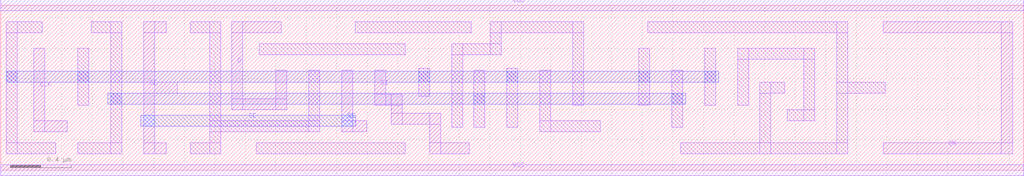
<source format=lef>
VERSION 5.8 ;
BUSBITCHARS "[]" ;
DIVIDERCHAR "/" ;

MACRO A2O1A1I_xp33_75t
  CLASS CORE ;
  ORIGIN 0 0 ;
  FOREIGN A2O1A1I_xp33_75t 0 0 ;
  SIZE 1.512 BY 1.08 ;
  SYMMETRY X Y ;
  SITE coreSite ;
  PIN A1
    DIRECTION INPUT ;
    USE SIGNAL ;
    PORT
      LAYER M1 ;
        RECT 0.144 0.728 0.288 0.8 ;
        RECT 0.216 0.28 0.288 0.8 ;
        RECT 0.14 0.28 0.288 0.352 ;
    END
  END A1
  PIN A2
    DIRECTION INPUT ;
    USE SIGNAL ;
    PORT
      LAYER M1 ;
        RECT 0.432 0.728 0.576 0.8 ;
        RECT 0.504 0.28 0.576 0.8 ;
        RECT 0.428 0.28 0.576 0.352 ;
    END
  END A2
  PIN B
    DIRECTION INPUT ;
    USE SIGNAL ;
    PORT
      LAYER M1 ;
        RECT 0.72 0.28 0.868 0.352 ;
        RECT 0.72 0.688 0.864 0.76 ;
        RECT 0.72 0.28 0.792 0.76 ;
    END
  END B
  PIN C
    DIRECTION INPUT ;
    USE SIGNAL ;
    PORT
      LAYER M1 ;
        RECT 1.08 0.688 1.224 0.76 ;
        RECT 1.152 0.3 1.224 0.76 ;
        RECT 1.048 0.3 1.224 0.372 ;
    END
  END C
  PIN VDD
    DIRECTION INOUT ;
    USE POWER ;
    SHAPE ABUTMENT ;
    PORT
      LAYER M1 ;
        RECT 0 1.044 1.512 1.116 ;
    END
  END VDD
  PIN VSS
    DIRECTION INOUT ;
    USE GROUND ;
    SHAPE ABUTMENT ;
    PORT
      LAYER M1 ;
        RECT 0 -0.036 1.512 0.036 ;
    END
  END VSS
  PIN Y
    DIRECTION INPUT ;
    USE SIGNAL ;
    PORT
      LAYER M1 ;
        RECT 0.856 0.86 1.44 0.932 ;
        RECT 1.368 0.148 1.44 0.932 ;
        RECT 1.24 0.148 1.44 0.22 ;
    END
  END Y
  OBS
    LAYER M1 ;
      RECT 0.16 0.108 1.116 0.18 ;
      RECT 0.16 0.9 0.704 0.972 ;
  END
END A2O1A1I_xp33_75t

MACRO A2O1A1O1I_xp25_75t
  CLASS CORE ;
  ORIGIN 0 0 ;
  FOREIGN A2O1A1O1I_xp25_75t 0 0 ;
  SIZE 1.944 BY 1.08 ;
  SYMMETRY X Y ;
  SITE coreSite ;
  PIN A1
    DIRECTION INPUT ;
    USE SIGNAL ;
    PORT
      LAYER M1 ;
        RECT 0.36 0.504 0.576 0.576 ;
        RECT 0.36 0.756 0.508 0.828 ;
        RECT 0.36 0.252 0.508 0.324 ;
        RECT 0.36 0.252 0.432 0.828 ;
    END
  END A1
  PIN A2
    DIRECTION INPUT ;
    USE SIGNAL ;
    PORT
      LAYER M1 ;
        RECT 0.14 0.756 0.288 0.828 ;
        RECT 0.216 0.252 0.288 0.828 ;
        RECT 0.14 0.252 0.288 0.324 ;
    END
  END A2
  PIN B
    DIRECTION INPUT ;
    USE SIGNAL ;
    PORT
      LAYER M1 ;
        RECT 0.644 0.756 0.792 0.828 ;
        RECT 0.72 0.252 0.792 0.828 ;
        RECT 0.644 0.252 0.792 0.324 ;
    END
  END B
  PIN C
    DIRECTION INPUT ;
    USE SIGNAL ;
    PORT
      LAYER M1 ;
        RECT 0.936 0.756 1.084 0.828 ;
        RECT 0.936 0.252 1.084 0.324 ;
        RECT 0.936 0.252 1.008 0.828 ;
    END
  END C
  PIN D
    DIRECTION INPUT ;
    USE SIGNAL ;
    PORT
      LAYER M1 ;
        RECT 1.368 0.508 1.676 0.58 ;
        RECT 1.368 0.756 1.516 0.828 ;
        RECT 1.368 0.252 1.516 0.324 ;
        RECT 1.368 0.252 1.44 0.828 ;
    END
  END D
  PIN VDD
    DIRECTION INOUT ;
    USE POWER ;
    SHAPE ABUTMENT ;
    PORT
      LAYER M1 ;
        RECT 0 1.044 1.944 1.116 ;
    END
  END VDD
  PIN VSS
    DIRECTION INOUT ;
    USE GROUND ;
    SHAPE ABUTMENT ;
    PORT
      LAYER M1 ;
        RECT 0 -0.036 1.944 0.036 ;
    END
  END VSS
  PIN Y
    DIRECTION INPUT ;
    USE SIGNAL ;
    PORT
      LAYER M1 ;
        RECT 1.692 0.9 1.872 0.972 ;
        RECT 1.8 0.108 1.872 0.972 ;
        RECT 1.044 0.108 1.872 0.18 ;
    END
  END Y
  OBS
    LAYER M1 ;
      RECT 0.828 0.9 1.548 0.972 ;
      RECT 0.16 0.108 0.9 0.18 ;
      RECT 0.16 0.9 0.684 0.972 ;
  END
END A2O1A1O1I_xp25_75t

MACRO AND2_x1_75t
  CLASS CORE ;
  ORIGIN 0 0 ;
  FOREIGN AND2_x1_75t 0 0 ;
  SIZE 1.08 BY 1.08 ;
  SYMMETRY X Y ;
  SITE coreSite ;
  PIN A
    DIRECTION INPUT ;
    USE SIGNAL ;
    PORT
      LAYER M1 ;
        RECT 0.432 0.312 0.504 0.8 ;
        RECT 0.356 0.312 0.504 0.384 ;
    END
  END A
  PIN B
    DIRECTION INPUT ;
    USE SIGNAL ;
    PORT
      LAYER M1 ;
        RECT 0.072 0.668 0.308 0.74 ;
        RECT 0.072 0.9 0.22 0.972 ;
        RECT 0.072 0.312 0.22 0.384 ;
        RECT 0.072 0.312 0.144 0.972 ;
    END
  END B
  PIN VDD
    DIRECTION INOUT ;
    USE POWER ;
    SHAPE ABUTMENT ;
    PORT
      LAYER M1 ;
        RECT 0 1.044 1.08 1.116 ;
    END
  END VDD
  PIN VSS
    DIRECTION INOUT ;
    USE GROUND ;
    SHAPE ABUTMENT ;
    PORT
      LAYER M1 ;
        RECT 0 -0.036 1.08 0.036 ;
    END
  END VSS
  PIN Y
    DIRECTION INPUT ;
    USE SIGNAL ;
    PORT
      LAYER M1 ;
        RECT 0.808 0.9 1.008 0.972 ;
        RECT 0.936 0.108 1.008 0.972 ;
        RECT 0.808 0.108 1.008 0.18 ;
    END
  END Y
  OBS
    LAYER M1 ;
      RECT 0.376 0.9 0.684 0.972 ;
      RECT 0.612 0.648 0.684 0.972 ;
      RECT 0.612 0.648 0.792 0.72 ;
      RECT 0.72 0.396 0.792 0.72 ;
      RECT 0.612 0.396 0.792 0.468 ;
      RECT 0.612 0.16 0.684 0.468 ;
      RECT 0.26 0.16 0.684 0.232 ;
  END
END AND2_x1_75t

MACRO AND2_x2_75t
  CLASS CORE ;
  ORIGIN 0 0 ;
  FOREIGN AND2_x2_75t 0 0 ;
  SIZE 1.296 BY 1.08 ;
  SYMMETRY X Y ;
  SITE coreSite ;
  PIN A
    DIRECTION INPUT ;
    USE SIGNAL ;
    PORT
      LAYER M1 ;
        RECT 0.356 0.728 0.576 0.8 ;
        RECT 0.504 0.28 0.576 0.8 ;
    END
  END A
  PIN B
    DIRECTION INPUT ;
    USE SIGNAL ;
    PORT
      LAYER M1 ;
        RECT 0.072 0.504 0.336 0.576 ;
        RECT 0.072 0.9 0.22 0.972 ;
        RECT 0.072 0.136 0.144 0.972 ;
    END
  END B
  PIN VDD
    DIRECTION INOUT ;
    USE POWER ;
    SHAPE ABUTMENT ;
    PORT
      LAYER M1 ;
        RECT 0 1.044 1.296 1.116 ;
    END
  END VDD
  PIN VSS
    DIRECTION INOUT ;
    USE GROUND ;
    SHAPE ABUTMENT ;
    PORT
      LAYER M1 ;
        RECT 0 -0.036 1.296 0.036 ;
    END
  END VSS
  PIN Y
    DIRECTION INPUT ;
    USE SIGNAL ;
    PORT
      LAYER M1 ;
        RECT 0.828 0.9 1.224 0.972 ;
        RECT 1.152 0.108 1.224 0.972 ;
        RECT 0.828 0.108 1.224 0.18 ;
        RECT 0.828 0.736 0.9 0.972 ;
        RECT 0.828 0.108 0.9 0.344 ;
    END
  END Y
  OBS
    LAYER M1 ;
      RECT 0.376 0.9 0.72 0.972 ;
      RECT 0.648 0.108 0.72 0.972 ;
      RECT 0.648 0.504 0.812 0.576 ;
      RECT 0.28 0.108 0.352 0.344 ;
      RECT 0.28 0.108 0.72 0.18 ;
  END
END AND2_x2_75t

MACRO AND2_x4_75t
  CLASS CORE ;
  ORIGIN 0 0 ;
  FOREIGN AND2_x4_75t 0 0 ;
  SIZE 2.16 BY 1.08 ;
  SYMMETRY X Y ;
  SITE coreSite ;
  PIN A
    DIRECTION INPUT ;
    USE SIGNAL ;
    PORT
      LAYER M1 ;
        RECT 0.936 0.112 1.008 0.6 ;
        RECT 0.072 0.112 1.008 0.184 ;
        RECT 0.072 0.504 0.308 0.576 ;
        RECT 0.072 0.9 0.22 0.972 ;
        RECT 0.072 0.112 0.144 0.972 ;
    END
  END A
  PIN B
    DIRECTION INPUT ;
    USE SIGNAL ;
    PORT
      LAYER M1 ;
        RECT 0.428 0.9 0.576 0.972 ;
        RECT 0.504 0.428 0.576 0.972 ;
    END
  END B
  PIN VDD
    DIRECTION INOUT ;
    USE POWER ;
    SHAPE ABUTMENT ;
    PORT
      LAYER M1 ;
        RECT 0 1.044 2.16 1.116 ;
    END
  END VDD
  PIN VSS
    DIRECTION INOUT ;
    USE GROUND ;
    SHAPE ABUTMENT ;
    PORT
      LAYER M1 ;
        RECT 0 -0.036 2.16 0.036 ;
    END
  END VSS
  PIN Y
    DIRECTION INPUT ;
    USE SIGNAL ;
    PORT
      LAYER M1 ;
        RECT 1.24 0.9 1.872 0.972 ;
        RECT 1.8 0.108 1.872 0.972 ;
        RECT 1.24 0.108 1.872 0.18 ;
    END
  END Y
  OBS
    LAYER M1 ;
      RECT 0.72 0.9 0.924 0.972 ;
      RECT 0.72 0.256 0.792 0.972 ;
      RECT 0.72 0.728 1.224 0.8 ;
      RECT 1.152 0.484 1.224 0.8 ;
      RECT 0.46 0.256 0.792 0.328 ;
  END
END AND2_x4_75t

MACRO AND2_x6_75t
  CLASS CORE ;
  ORIGIN 0 0 ;
  FOREIGN AND2_x6_75t 0 0 ;
  SIZE 2.592 BY 1.08 ;
  SYMMETRY X Y ;
  SITE coreSite ;
  PIN A
    DIRECTION INPUT ;
    USE SIGNAL ;
    PORT
      LAYER M1 ;
        RECT 0.936 0.112 1.008 0.6 ;
        RECT 0.072 0.112 1.008 0.184 ;
        RECT 0.072 0.504 0.308 0.576 ;
        RECT 0.072 0.9 0.22 0.972 ;
        RECT 0.072 0.112 0.144 0.972 ;
    END
  END A
  PIN B
    DIRECTION INPUT ;
    USE SIGNAL ;
    PORT
      LAYER M1 ;
        RECT 0.428 0.728 0.576 0.8 ;
        RECT 0.504 0.428 0.576 0.8 ;
    END
  END B
  PIN VDD
    DIRECTION INOUT ;
    USE POWER ;
    SHAPE ABUTMENT ;
    PORT
      LAYER M1 ;
        RECT 0 1.044 2.592 1.116 ;
    END
  END VDD
  PIN VSS
    DIRECTION INOUT ;
    USE GROUND ;
    SHAPE ABUTMENT ;
    PORT
      LAYER M1 ;
        RECT 0 -0.036 2.592 0.036 ;
    END
  END VSS
  PIN Y
    DIRECTION INPUT ;
    USE SIGNAL ;
    PORT
      LAYER M1 ;
        RECT 1.24 0.9 2.216 0.972 ;
        RECT 1.24 0.108 2.216 0.18 ;
        RECT 1.8 0.108 1.872 0.972 ;
    END
  END Y
  OBS
    LAYER M1 ;
      RECT 0.376 0.9 0.924 0.972 ;
      RECT 0.72 0.256 0.792 0.972 ;
      RECT 0.72 0.728 1.224 0.8 ;
      RECT 1.152 0.484 1.224 0.8 ;
      RECT 0.46 0.256 0.792 0.328 ;
  END
END AND2_x6_75t

MACRO AND3_x1_75t
  CLASS CORE ;
  ORIGIN 0 0 ;
  FOREIGN AND3_x1_75t 0 0 ;
  SIZE 1.296 BY 1.08 ;
  SYMMETRY X Y ;
  SITE coreSite ;
  PIN A
    DIRECTION INPUT ;
    USE SIGNAL ;
    PORT
      LAYER M1 ;
        RECT 0.14 0.756 0.288 0.828 ;
        RECT 0.216 0.252 0.288 0.828 ;
        RECT 0.14 0.252 0.288 0.324 ;
    END
  END A
  PIN B
    DIRECTION INPUT ;
    USE SIGNAL ;
    PORT
      LAYER M1 ;
        RECT 0.36 0.504 0.576 0.576 ;
        RECT 0.36 0.728 0.504 0.8 ;
        RECT 0.36 0.28 0.504 0.352 ;
        RECT 0.36 0.28 0.432 0.8 ;
    END
  END B
  PIN C
    DIRECTION INPUT ;
    USE SIGNAL ;
    PORT
      LAYER M1 ;
        RECT 0.644 0.756 0.792 0.828 ;
        RECT 0.72 0.28 0.792 0.828 ;
        RECT 0.648 0.28 0.792 0.352 ;
    END
  END C
  PIN VDD
    DIRECTION INOUT ;
    USE POWER ;
    SHAPE ABUTMENT ;
    PORT
      LAYER M1 ;
        RECT 0 1.044 1.296 1.116 ;
    END
  END VDD
  PIN VSS
    DIRECTION INOUT ;
    USE GROUND ;
    SHAPE ABUTMENT ;
    PORT
      LAYER M1 ;
        RECT 0 -0.036 1.296 0.036 ;
    END
  END VSS
  PIN Y
    DIRECTION INPUT ;
    USE SIGNAL ;
    PORT
      LAYER M1 ;
        RECT 1.044 0.732 1.224 0.804 ;
        RECT 1.152 0.304 1.224 0.804 ;
        RECT 1.044 0.304 1.224 0.376 ;
        RECT 1.044 0.732 1.116 0.94 ;
        RECT 1.044 0.136 1.116 0.376 ;
    END
  END Y
  OBS
    LAYER M1 ;
      RECT 0.16 0.9 0.936 0.972 ;
      RECT 0.864 0.108 0.936 0.972 ;
      RECT 0.864 0.504 1.052 0.576 ;
      RECT 0.16 0.108 0.936 0.18 ;
  END
END AND3_x1_75t

MACRO AND3_x2_75t
  CLASS CORE ;
  ORIGIN 0 0 ;
  FOREIGN AND3_x2_75t 0 0 ;
  SIZE 1.512 BY 1.08 ;
  SYMMETRY X Y ;
  SITE coreSite ;
  PIN A
    DIRECTION INPUT ;
    USE SIGNAL ;
    PORT
      LAYER M1 ;
        RECT 0.14 0.756 0.288 0.828 ;
        RECT 0.216 0.252 0.288 0.828 ;
        RECT 0.14 0.252 0.288 0.324 ;
    END
  END A
  PIN B
    DIRECTION INPUT ;
    USE SIGNAL ;
    PORT
      LAYER M1 ;
        RECT 0.36 0.504 0.576 0.576 ;
        RECT 0.36 0.756 0.508 0.828 ;
        RECT 0.36 0.252 0.508 0.324 ;
        RECT 0.36 0.252 0.432 0.828 ;
    END
  END B
  PIN C
    DIRECTION INPUT ;
    USE SIGNAL ;
    PORT
      LAYER M1 ;
        RECT 0.644 0.756 0.792 0.828 ;
        RECT 0.72 0.252 0.792 0.828 ;
        RECT 0.644 0.252 0.792 0.324 ;
    END
  END C
  PIN VDD
    DIRECTION INOUT ;
    USE POWER ;
    SHAPE ABUTMENT ;
    PORT
      LAYER M1 ;
        RECT 0 1.044 1.512 1.116 ;
    END
  END VDD
  PIN VSS
    DIRECTION INOUT ;
    USE GROUND ;
    SHAPE ABUTMENT ;
    PORT
      LAYER M1 ;
        RECT 0 -0.036 1.512 0.036 ;
    END
  END VSS
  PIN Y
    DIRECTION INPUT ;
    USE SIGNAL ;
    PORT
      LAYER M1 ;
        RECT 1.044 0.9 1.44 0.972 ;
        RECT 1.368 0.108 1.44 0.972 ;
        RECT 1.044 0.108 1.44 0.18 ;
        RECT 1.044 0.736 1.116 0.972 ;
        RECT 1.044 0.108 1.116 0.344 ;
    END
  END Y
  OBS
    LAYER M1 ;
      RECT 0.16 0.9 0.936 0.972 ;
      RECT 0.864 0.108 0.936 0.972 ;
      RECT 0.864 0.504 1.136 0.576 ;
      RECT 0.16 0.108 0.936 0.18 ;
  END
END AND3_x2_75t

MACRO AND3_x4_75t
  CLASS CORE ;
  ORIGIN 0 0 ;
  FOREIGN AND3_x4_75t 0 0 ;
  SIZE 3.024 BY 1.08 ;
  SYMMETRY X Y ;
  SITE coreSite ;
  PIN A
    DIRECTION INPUT ;
    USE SIGNAL ;
    PORT
      LAYER M1 ;
        RECT 2.448 0.756 2.812 0.828 ;
        RECT 2.448 0.396 2.812 0.468 ;
        RECT 2.448 0.396 2.52 0.828 ;
    END
  END A
  PIN B
    DIRECTION INPUT ;
    USE SIGNAL ;
    PORT
      LAYER M1 ;
        RECT 2.016 0.756 2.348 0.828 ;
        RECT 2.016 0.396 2.348 0.468 ;
        RECT 2.016 0.396 2.088 0.828 ;
    END
  END B
  PIN C
    DIRECTION INPUT ;
    USE SIGNAL ;
    PORT
      LAYER M1 ;
        RECT 1.368 0.728 1.516 0.8 ;
        RECT 1.368 0.28 1.516 0.352 ;
        RECT 1.368 0.28 1.44 0.8 ;
    END
  END C
  PIN VDD
    DIRECTION INOUT ;
    USE POWER ;
    SHAPE ABUTMENT ;
    PORT
      LAYER M1 ;
        RECT 0 1.044 3.024 1.116 ;
    END
  END VDD
  PIN VSS
    DIRECTION INOUT ;
    USE GROUND ;
    SHAPE ABUTMENT ;
    PORT
      LAYER M1 ;
        RECT 0 -0.036 3.024 0.036 ;
    END
  END VSS
  PIN Y
    DIRECTION INPUT ;
    USE SIGNAL ;
    PORT
      LAYER M1 ;
        RECT 0.072 0.9 0.92 0.972 ;
        RECT 0.072 0.108 0.92 0.18 ;
        RECT 0.072 0.108 0.144 0.972 ;
    END
  END Y
  OBS
    LAYER M1 ;
      RECT 1.04 0.9 2.984 0.972 ;
      RECT 2.912 0.108 2.984 0.972 ;
      RECT 1.04 0.168 1.112 0.972 ;
      RECT 0.872 0.504 1.112 0.576 ;
      RECT 2.536 0.108 2.984 0.18 ;
      RECT 1.888 0.252 2.804 0.324 ;
      RECT 1.24 0.108 2.216 0.18 ;
  END
END AND3_x4_75t

MACRO AND3_x6_75t
  CLASS CORE ;
  ORIGIN 0 0 ;
  FOREIGN AND3_x6_75t 0 0 ;
  SIZE 3.456 BY 1.08 ;
  SYMMETRY X Y ;
  SITE coreSite ;
  PIN A
    DIRECTION INPUT ;
    USE SIGNAL ;
    PORT
      LAYER M1 ;
        RECT 2.808 0.504 3.104 0.576 ;
        RECT 2.808 0.748 2.956 0.82 ;
        RECT 2.808 0.432 2.88 0.82 ;
    END
  END A
  PIN B
    DIRECTION INPUT ;
    USE SIGNAL ;
    PORT
      LAYER M1 ;
        RECT 2.232 0.504 2.54 0.576 ;
        RECT 2.232 0.748 2.38 0.82 ;
        RECT 2.232 0.448 2.304 0.82 ;
    END
  END B
  PIN C
    DIRECTION INPUT ;
    USE SIGNAL ;
    PORT
      LAYER M1 ;
        RECT 1.724 0.748 1.872 0.82 ;
        RECT 1.8 0.26 1.872 0.82 ;
        RECT 1.672 0.504 1.872 0.576 ;
        RECT 1.724 0.26 1.872 0.332 ;
    END
  END C
  PIN VDD
    DIRECTION INOUT ;
    USE POWER ;
    SHAPE ABUTMENT ;
    PORT
      LAYER M1 ;
        RECT 0 1.044 3.456 1.116 ;
    END
  END VDD
  PIN VSS
    DIRECTION INOUT ;
    USE GROUND ;
    SHAPE ABUTMENT ;
    PORT
      LAYER M1 ;
        RECT 0 -0.036 3.456 0.036 ;
    END
  END VSS
  PIN Y
    DIRECTION INPUT ;
    USE SIGNAL ;
    PORT
      LAYER M1 ;
        RECT 0.18 0.9 1.352 0.972 ;
        RECT 0.18 0.108 1.352 0.18 ;
        RECT 0.18 0.108 0.252 0.972 ;
    END
  END Y
  OBS
    LAYER M1 ;
      RECT 1.476 0.9 3.384 0.972 ;
      RECT 3.312 0.28 3.384 0.972 ;
      RECT 1.476 0.504 1.548 0.972 ;
      RECT 1.348 0.504 1.548 0.576 ;
      RECT 2.968 0.28 3.384 0.352 ;
      RECT 2.016 0.252 2.648 0.324 ;
      RECT 2.016 0.108 2.088 0.324 ;
      RECT 1.672 0.108 2.088 0.18 ;
      RECT 2.32 0.108 3.296 0.18 ;
  END
END AND3_x6_75t

MACRO AND4_x1_75t
  CLASS CORE ;
  ORIGIN 0 0 ;
  FOREIGN AND4_x1_75t 0 0 ;
  SIZE 1.512 BY 1.08 ;
  SYMMETRY X Y ;
  SITE coreSite ;
  PIN A
    DIRECTION INPUT ;
    USE SIGNAL ;
    PORT
      LAYER M1 ;
        RECT 0.216 0.28 0.364 0.352 ;
        RECT 0.216 0.28 0.288 0.8 ;
    END
  END A
  PIN B
    DIRECTION INPUT ;
    USE SIGNAL ;
    PORT
      LAYER M1 ;
        RECT 0.428 0.728 0.576 0.8 ;
        RECT 0.504 0.256 0.576 0.8 ;
    END
  END B
  PIN C
    DIRECTION INPUT ;
    USE SIGNAL ;
    PORT
      LAYER M1 ;
        RECT 0.72 0.108 0.792 0.8 ;
        RECT 0.644 0.108 0.792 0.18 ;
    END
  END C
  PIN D
    DIRECTION INPUT ;
    USE SIGNAL ;
    PORT
      LAYER M1 ;
        RECT 0.936 0.136 1.008 0.656 ;
    END
  END D
  PIN VDD
    DIRECTION INOUT ;
    USE POWER ;
    SHAPE ABUTMENT ;
    PORT
      LAYER M1 ;
        RECT 0 1.044 1.512 1.116 ;
    END
  END VDD
  PIN VSS
    DIRECTION INOUT ;
    USE GROUND ;
    SHAPE ABUTMENT ;
    PORT
      LAYER M1 ;
        RECT 0 -0.036 1.512 0.036 ;
    END
  END VSS
  PIN Y
    DIRECTION INPUT ;
    USE SIGNAL ;
    PORT
      LAYER M1 ;
        RECT 1.196 0.9 1.44 0.972 ;
        RECT 1.368 0.108 1.44 0.972 ;
        RECT 1.24 0.108 1.44 0.18 ;
    END
  END Y
  OBS
    LAYER M1 ;
      RECT 0.072 0.9 1.008 0.972 ;
      RECT 0.936 0.756 1.008 0.972 ;
      RECT 0.072 0.108 0.144 0.972 ;
      RECT 0.936 0.756 1.224 0.828 ;
      RECT 1.152 0.48 1.224 0.828 ;
      RECT 0.072 0.108 0.34 0.18 ;
  END
END AND4_x1_75t

MACRO AND4_x2_75t
  CLASS CORE ;
  ORIGIN 0 0 ;
  FOREIGN AND4_x2_75t 0 0 ;
  SIZE 1.728 BY 1.08 ;
  SYMMETRY X Y ;
  SITE coreSite ;
  PIN A
    DIRECTION INPUT ;
    USE SIGNAL ;
    PORT
      LAYER M1 ;
        RECT 0.216 0.252 0.364 0.324 ;
        RECT 0.216 0.252 0.288 0.8 ;
    END
  END A
  PIN B
    DIRECTION INPUT ;
    USE SIGNAL ;
    PORT
      LAYER M1 ;
        RECT 0.388 0.756 0.576 0.828 ;
        RECT 0.504 0.256 0.576 0.828 ;
    END
  END B
  PIN C
    DIRECTION INPUT ;
    USE SIGNAL ;
    PORT
      LAYER M1 ;
        RECT 0.72 0.108 0.792 0.8 ;
        RECT 0.644 0.108 0.792 0.18 ;
    END
  END C
  PIN D
    DIRECTION INPUT ;
    USE SIGNAL ;
    PORT
      LAYER M1 ;
        RECT 0.936 0.108 1.084 0.18 ;
        RECT 0.936 0.108 1.008 0.656 ;
    END
  END D
  PIN VDD
    DIRECTION INOUT ;
    USE POWER ;
    SHAPE ABUTMENT ;
    PORT
      LAYER M1 ;
        RECT 0 1.044 1.728 1.116 ;
    END
  END VDD
  PIN VSS
    DIRECTION INOUT ;
    USE GROUND ;
    SHAPE ABUTMENT ;
    PORT
      LAYER M1 ;
        RECT 0 -0.036 1.728 0.036 ;
    END
  END VSS
  PIN Y
    DIRECTION INPUT ;
    USE SIGNAL ;
    PORT
      LAYER M1 ;
        RECT 1.196 0.9 1.44 0.972 ;
        RECT 1.368 0.108 1.44 0.972 ;
        RECT 1.24 0.108 1.44 0.18 ;
    END
  END Y
  OBS
    LAYER M1 ;
      RECT 0.072 0.9 1.008 0.972 ;
      RECT 0.936 0.756 1.008 0.972 ;
      RECT 0.072 0.108 0.144 0.972 ;
      RECT 0.936 0.756 1.224 0.828 ;
      RECT 1.152 0.464 1.224 0.828 ;
      RECT 0.072 0.108 0.292 0.18 ;
  END
END AND4_x2_75t

MACRO AND4_x4_75t
  CLASS CORE ;
  ORIGIN 0 0 ;
  FOREIGN AND4_x4_75t 0 0 ;
  SIZE 2.16 BY 1.08 ;
  SYMMETRY X Y ;
  SITE coreSite ;
  PIN A
    DIRECTION INPUT ;
    USE SIGNAL ;
    PORT
      LAYER M1 ;
        RECT 0.216 0.26 0.364 0.332 ;
        RECT 0.216 0.26 0.288 0.8 ;
    END
  END A
  PIN B
    DIRECTION INPUT ;
    USE SIGNAL ;
    PORT
      LAYER M1 ;
        RECT 0.388 0.756 0.576 0.828 ;
        RECT 0.504 0.252 0.576 0.828 ;
    END
  END B
  PIN C
    DIRECTION INPUT ;
    USE SIGNAL ;
    PORT
      LAYER M1 ;
        RECT 0.72 0.108 0.792 0.8 ;
        RECT 0.644 0.108 0.792 0.18 ;
    END
  END C
  PIN D
    DIRECTION INPUT ;
    USE SIGNAL ;
    PORT
      LAYER M1 ;
        RECT 0.936 0.108 1.084 0.18 ;
        RECT 0.936 0.108 1.008 0.656 ;
    END
  END D
  PIN VDD
    DIRECTION INOUT ;
    USE POWER ;
    SHAPE ABUTMENT ;
    PORT
      LAYER M1 ;
        RECT 0 1.044 2.16 1.116 ;
    END
  END VDD
  PIN VSS
    DIRECTION INOUT ;
    USE GROUND ;
    SHAPE ABUTMENT ;
    PORT
      LAYER M1 ;
        RECT 0 -0.036 2.16 0.036 ;
    END
  END VSS
  PIN Y
    DIRECTION INPUT ;
    USE SIGNAL ;
    PORT
      LAYER M1 ;
        RECT 1.196 0.9 1.872 0.972 ;
        RECT 1.8 0.108 1.872 0.972 ;
        RECT 1.24 0.108 1.872 0.18 ;
    END
  END Y
  OBS
    LAYER M1 ;
      RECT 0.072 0.9 1.008 0.972 ;
      RECT 0.936 0.756 1.008 0.972 ;
      RECT 0.072 0.108 0.144 0.972 ;
      RECT 0.936 0.756 1.224 0.828 ;
      RECT 1.152 0.464 1.224 0.828 ;
      RECT 0.072 0.108 0.292 0.18 ;
  END
END AND4_x4_75t

MACRO AND4_x6_75t
  CLASS CORE ;
  ORIGIN 0 0 ;
  FOREIGN AND4_x6_75t 0 0 ;
  SIZE 2.592 BY 1.08 ;
  SYMMETRY X Y ;
  SITE coreSite ;
  PIN A
    DIRECTION INPUT ;
    USE SIGNAL ;
    PORT
      LAYER M1 ;
        RECT 0.216 0.26 0.364 0.332 ;
        RECT 0.216 0.26 0.288 0.8 ;
    END
  END A
  PIN B
    DIRECTION INPUT ;
    USE SIGNAL ;
    PORT
      LAYER M1 ;
        RECT 0.388 0.756 0.576 0.828 ;
        RECT 0.504 0.26 0.576 0.828 ;
    END
  END B
  PIN C
    DIRECTION INPUT ;
    USE SIGNAL ;
    PORT
      LAYER M1 ;
        RECT 0.72 0.108 0.792 0.8 ;
        RECT 0.644 0.108 0.792 0.18 ;
    END
  END C
  PIN D
    DIRECTION INPUT ;
    USE SIGNAL ;
    PORT
      LAYER M1 ;
        RECT 0.936 0.136 1.008 0.656 ;
    END
  END D
  PIN VDD
    DIRECTION INOUT ;
    USE POWER ;
    SHAPE ABUTMENT ;
    PORT
      LAYER M1 ;
        RECT 0 1.044 2.592 1.116 ;
    END
  END VDD
  PIN VSS
    DIRECTION INOUT ;
    USE GROUND ;
    SHAPE ABUTMENT ;
    PORT
      LAYER M1 ;
        RECT 0 -0.036 2.592 0.036 ;
    END
  END VSS
  PIN Y
    DIRECTION INPUT ;
    USE SIGNAL ;
    PORT
      LAYER M1 ;
        RECT 1.196 0.9 2.304 0.972 ;
        RECT 2.232 0.108 2.304 0.972 ;
        RECT 1.24 0.108 2.304 0.18 ;
    END
  END Y
  OBS
    LAYER M1 ;
      RECT 0.072 0.9 1.008 0.972 ;
      RECT 0.936 0.756 1.008 0.972 ;
      RECT 0.072 0.108 0.144 0.972 ;
      RECT 0.936 0.756 1.224 0.828 ;
      RECT 1.152 0.464 1.224 0.828 ;
      RECT 0.072 0.108 0.292 0.18 ;
  END
END AND4_x6_75t

MACRO AND5_x1_75t
  CLASS CORE ;
  ORIGIN 0 0 ;
  FOREIGN AND5_x1_75t 0 0 ;
  SIZE 1.728 BY 1.08 ;
  SYMMETRY X Y ;
  SITE coreSite ;
  PIN A
    DIRECTION INPUT ;
    USE SIGNAL ;
    PORT
      LAYER M1 ;
        RECT 0.216 0.756 0.364 0.828 ;
        RECT 0.216 0.252 0.364 0.324 ;
        RECT 0.216 0.252 0.288 0.828 ;
    END
  END A
  PIN B
    DIRECTION INPUT ;
    USE SIGNAL ;
    PORT
      LAYER M1 ;
        RECT 0.504 0.256 0.576 0.8 ;
    END
  END B
  PIN C
    DIRECTION INPUT ;
    USE SIGNAL ;
    PORT
      LAYER M1 ;
        RECT 0.72 0.108 0.792 0.8 ;
        RECT 0.644 0.108 0.792 0.18 ;
    END
  END C
  PIN D
    DIRECTION INPUT ;
    USE SIGNAL ;
    PORT
      LAYER M1 ;
        RECT 0.936 0.256 1.008 0.8 ;
    END
  END D
  PIN E
    DIRECTION INPUT ;
    USE SIGNAL ;
    PORT
      LAYER M1 ;
        RECT 1.152 0.108 1.224 0.656 ;
        RECT 1.076 0.108 1.224 0.18 ;
    END
  END E
  PIN VDD
    DIRECTION INOUT ;
    USE POWER ;
    SHAPE ABUTMENT ;
    PORT
      LAYER M1 ;
        RECT 0 1.044 1.728 1.116 ;
    END
  END VDD
  PIN VSS
    DIRECTION INOUT ;
    USE GROUND ;
    SHAPE ABUTMENT ;
    PORT
      LAYER M1 ;
        RECT 0 -0.036 1.728 0.036 ;
    END
  END VSS
  PIN Y
    DIRECTION INPUT ;
    USE SIGNAL ;
    PORT
      LAYER M1 ;
        RECT 1.396 0.9 1.656 0.972 ;
        RECT 1.584 0.108 1.656 0.972 ;
        RECT 1.4 0.108 1.656 0.18 ;
    END
  END Y
  OBS
    LAYER M1 ;
      RECT 0.072 0.9 1.224 0.972 ;
      RECT 1.152 0.756 1.224 0.972 ;
      RECT 0.072 0.108 0.144 0.972 ;
      RECT 1.152 0.756 1.44 0.828 ;
      RECT 1.368 0.464 1.44 0.828 ;
      RECT 0.072 0.108 0.292 0.18 ;
  END
END AND5_x1_75t

MACRO AND5_x2_75t
  CLASS CORE ;
  ORIGIN 0 0 ;
  FOREIGN AND5_x2_75t 0 0 ;
  SIZE 3.024 BY 1.08 ;
  SYMMETRY X Y ;
  SITE coreSite ;
  PIN A
    DIRECTION INPUT ;
    USE SIGNAL ;
    PORT
      LAYER M1 ;
        RECT 1.956 0.552 2.028 0.8 ;
    END
  END A
  PIN VDD
    DIRECTION INOUT ;
    USE POWER ;
    SHAPE ABUTMENT ;
    PORT
      LAYER M1 ;
        RECT 0 1.044 3.024 1.116 ;
    END
  END VDD
  PIN VSS
    DIRECTION INOUT ;
    USE GROUND ;
    SHAPE ABUTMENT ;
    PORT
      LAYER M1 ;
        RECT 0 -0.036 3.024 0.036 ;
    END
  END VSS
  PIN Y
    DIRECTION INPUT ;
    USE SIGNAL ;
    PORT
      LAYER M1 ;
        RECT 0.808 0.684 1.008 0.756 ;
        RECT 0.936 0.252 1.008 0.756 ;
        RECT 0.808 0.252 1.008 0.324 ;
    END
  END Y
  PIN B
    DIRECTION INPUT ;
    USE SIGNAL ;
    PORT
      LAYER M2 ;
        RECT 1.708 0.576 2.54 0.648 ;
      LAYER M1 ;
        RECT 2.448 0.484 2.52 0.668 ;
        RECT 1.728 0.556 1.8 0.74 ;
      LAYER V1 ;
        RECT 1.728 0.576 1.8 0.648 ;
        RECT 2.448 0.576 2.52 0.648 ;
    END
  END B
  PIN C
    DIRECTION INPUT ;
    USE SIGNAL ;
    PORT
      LAYER M2 ;
        RECT 1.564 0.432 2.756 0.504 ;
      LAYER M1 ;
        RECT 2.664 0.412 2.736 0.592 ;
        RECT 1.584 0.412 1.656 0.592 ;
      LAYER V1 ;
        RECT 1.584 0.432 1.656 0.504 ;
        RECT 2.664 0.432 2.736 0.504 ;
    END
  END C
  PIN D
    DIRECTION INPUT ;
    USE SIGNAL ;
    PORT
      LAYER M2 ;
        RECT 0.268 0.576 1.46 0.648 ;
      LAYER M1 ;
        RECT 1.368 0.452 1.44 0.668 ;
        RECT 0.288 0.552 0.36 0.812 ;
      LAYER V1 ;
        RECT 0.288 0.576 0.36 0.648 ;
        RECT 1.368 0.576 1.44 0.648 ;
    END
  END D
  PIN E
    DIRECTION INPUT ;
    USE SIGNAL ;
    PORT
      LAYER M2 ;
        RECT 0.42 0.432 1.244 0.504 ;
      LAYER M1 ;
        RECT 1.152 0.412 1.224 0.592 ;
        RECT 0.44 0.412 0.512 0.592 ;
      LAYER V1 ;
        RECT 0.44 0.432 0.512 0.504 ;
        RECT 1.152 0.432 1.224 0.504 ;
    END
  END E
  OBS
    LAYER M1 ;
      RECT 2.772 0.144 2.844 0.308 ;
      RECT 2.752 0.144 2.9 0.216 ;
      RECT 0.612 0.9 2.864 0.972 ;
      RECT 2.124 0.34 2.196 0.972 ;
      RECT 0.612 0.504 0.684 0.972 ;
      RECT 0.612 0.504 0.812 0.576 ;
      RECT 2.556 0.108 2.628 0.308 ;
      RECT 1.692 0.108 1.764 0.308 ;
      RECT 1.692 0.108 2.628 0.18 ;
      RECT 1.476 0.144 1.548 0.308 ;
      RECT 1.436 0.144 1.584 0.216 ;
      RECT 1.26 0.108 1.332 0.308 ;
      RECT 0.396 0.108 0.468 0.272 ;
      RECT 0.396 0.108 1.332 0.18 ;
      RECT 0.18 0.144 0.252 0.376 ;
      RECT 0.124 0.144 0.272 0.216 ;
      RECT 2.32 0.288 2.432 0.36 ;
      RECT 1.888 0.288 2 0.36 ;
    LAYER M2 ;
      RECT 0.16 0.144 2.864 0.216 ;
      RECT 1.852 0.288 2.432 0.36 ;
    LAYER V1 ;
      RECT 2.772 0.144 2.844 0.216 ;
      RECT 2.34 0.288 2.412 0.36 ;
      RECT 1.908 0.288 1.98 0.36 ;
      RECT 1.476 0.144 1.548 0.216 ;
      RECT 0.18 0.144 0.252 0.216 ;
  END
END AND5_x2_75t

MACRO AO211_x2_75t
  CLASS CORE ;
  ORIGIN 0 0 ;
  FOREIGN AO211_x2_75t 0 0 ;
  SIZE 3.024 BY 1.08 ;
  SYMMETRY X Y ;
  SITE coreSite ;
  PIN A1
    DIRECTION INPUT ;
    USE SIGNAL ;
    PORT
      LAYER M1 ;
        RECT 2.588 0.728 2.736 0.8 ;
        RECT 2.664 0.28 2.736 0.8 ;
        RECT 2.588 0.28 2.736 0.352 ;
    END
  END A1
  PIN C
    DIRECTION INPUT ;
    USE SIGNAL ;
    PORT
      LAYER M1 ;
        RECT 0.072 0.576 0.576 0.648 ;
        RECT 0.504 0.256 0.576 0.648 ;
        RECT 0.072 0.576 0.144 0.776 ;
    END
  END C
  PIN VDD
    DIRECTION INOUT ;
    USE POWER ;
    SHAPE ABUTMENT ;
    PORT
      LAYER M1 ;
        RECT 0 1.044 3.024 1.116 ;
    END
  END VDD
  PIN VSS
    DIRECTION INOUT ;
    USE GROUND ;
    SHAPE ABUTMENT ;
    PORT
      LAYER M1 ;
        RECT 0 -0.036 3.024 0.036 ;
    END
  END VSS
  PIN Y
    DIRECTION INPUT ;
    USE SIGNAL ;
    PORT
      LAYER M1 ;
        RECT 1.888 0.728 2.088 0.8 ;
        RECT 2.016 0.28 2.088 0.8 ;
        RECT 1.888 0.28 2.088 0.352 ;
    END
  END Y
  PIN A2
    DIRECTION INPUT ;
    USE SIGNAL ;
    PORT
      LAYER M2 ;
        RECT 1.492 0.432 2.324 0.504 ;
      LAYER M1 ;
        RECT 2.232 0.412 2.304 0.596 ;
        RECT 1.512 0.412 1.584 0.596 ;
      LAYER V1 ;
        RECT 1.512 0.432 1.584 0.504 ;
        RECT 2.232 0.432 2.304 0.504 ;
    END
  END A2
  PIN B
    DIRECTION INPUT ;
    USE SIGNAL ;
    PORT
      LAYER M2 ;
        RECT 0.052 0.288 1.028 0.36 ;
      LAYER M1 ;
        RECT 0.916 0.288 1.028 0.36 ;
        RECT 0.936 0.288 1.008 0.488 ;
        RECT 0.072 0.2 0.316 0.272 ;
        RECT 0.072 0.2 0.144 0.38 ;
      LAYER V1 ;
        RECT 0.072 0.288 0.144 0.36 ;
        RECT 0.936 0.288 1.008 0.36 ;
    END
  END B
  OBS
    LAYER M1 ;
      RECT 0.648 0.108 0.72 0.756 ;
      RECT 1.692 0.504 1.892 0.576 ;
      RECT 1.692 0.108 1.764 0.576 ;
      RECT 0.648 0.108 2.648 0.18 ;
      RECT 0.828 0.72 1.028 0.792 ;
      RECT 0.828 0.628 0.9 0.792 ;
      RECT 0.16 0.9 2.864 0.972 ;
      RECT 0.268 0.72 0.488 0.792 ;
    LAYER M2 ;
      RECT 0.268 0.72 1.028 0.792 ;
    LAYER V1 ;
      RECT 0.92 0.72 0.992 0.792 ;
      RECT 0.288 0.72 0.36 0.792 ;
  END
END AO211_x2_75t

MACRO AO21_x1_75t
  CLASS CORE ;
  ORIGIN 0 0 ;
  FOREIGN AO21_x1_75t 0 0 ;
  SIZE 1.296 BY 1.08 ;
  SYMMETRY X Y ;
  SITE coreSite ;
  PIN A1
    DIRECTION INPUT ;
    USE SIGNAL ;
    PORT
      LAYER M1 ;
        RECT 1.076 0.756 1.224 0.828 ;
        RECT 1.152 0.136 1.224 0.828 ;
        RECT 0.916 0.504 1.224 0.576 ;
    END
  END A1
  PIN A2
    DIRECTION INPUT ;
    USE SIGNAL ;
    PORT
      LAYER M1 ;
        RECT 0.72 0.26 0.868 0.332 ;
        RECT 0.72 0.26 0.792 0.656 ;
    END
  END A2
  PIN B
    DIRECTION INPUT ;
    USE SIGNAL ;
    PORT
      LAYER M1 ;
        RECT 0.504 0.28 0.576 0.656 ;
    END
  END B
  PIN VDD
    DIRECTION INOUT ;
    USE POWER ;
    SHAPE ABUTMENT ;
    PORT
      LAYER M1 ;
        RECT 0 1.044 1.296 1.116 ;
    END
  END VDD
  PIN VSS
    DIRECTION INOUT ;
    USE GROUND ;
    SHAPE ABUTMENT ;
    PORT
      LAYER M1 ;
        RECT 0 -0.036 1.296 0.036 ;
    END
  END VSS
  PIN Y
    DIRECTION INPUT ;
    USE SIGNAL ;
    PORT
      LAYER M1 ;
        RECT 0.072 0.9 0.332 0.972 ;
        RECT 0.072 0.152 0.144 0.972 ;
    END
  END Y
  OBS
    LAYER M1 ;
      RECT 0.216 0.756 0.92 0.828 ;
      RECT 0.216 0.108 0.288 0.828 ;
      RECT 0.216 0.108 0.704 0.18 ;
      RECT 0.592 0.9 1.136 0.972 ;
  END
END AO21_x1_75t

MACRO AO21_x2_75t
  CLASS CORE ;
  ORIGIN 0 0 ;
  FOREIGN AO21_x2_75t 0 0 ;
  SIZE 1.512 BY 1.08 ;
  SYMMETRY X Y ;
  SITE coreSite ;
  PIN A1
    DIRECTION INPUT ;
    USE SIGNAL ;
    PORT
      LAYER M1 ;
        RECT 0.072 0.504 0.38 0.576 ;
        RECT 0.072 0.756 0.22 0.828 ;
        RECT 0.072 0.136 0.144 0.828 ;
    END
  END A1
  PIN A2
    DIRECTION INPUT ;
    USE SIGNAL ;
    PORT
      LAYER M1 ;
        RECT 0.504 0.28 0.576 0.656 ;
    END
  END A2
  PIN B
    DIRECTION INPUT ;
    USE SIGNAL ;
    PORT
      LAYER M1 ;
        RECT 0.792 0.28 0.864 0.656 ;
        RECT 0.7 0.504 0.864 0.576 ;
    END
  END B
  PIN VDD
    DIRECTION INOUT ;
    USE POWER ;
    SHAPE ABUTMENT ;
    PORT
      LAYER M1 ;
        RECT 0 1.044 1.512 1.116 ;
    END
  END VDD
  PIN VSS
    DIRECTION INOUT ;
    USE GROUND ;
    SHAPE ABUTMENT ;
    PORT
      LAYER M1 ;
        RECT 0 -0.036 1.512 0.036 ;
    END
  END VSS
  PIN Y
    DIRECTION INPUT ;
    USE SIGNAL ;
    PORT
      LAYER M1 ;
        RECT 0.92 0.9 1.44 0.972 ;
        RECT 1.368 0.276 1.44 0.972 ;
        RECT 1.08 0.276 1.44 0.348 ;
        RECT 1.08 0.152 1.152 0.348 ;
    END
  END Y
  OBS
    LAYER M1 ;
      RECT 0.376 0.756 1.008 0.828 ;
      RECT 0.936 0.108 1.008 0.828 ;
      RECT 0.592 0.108 1.008 0.18 ;
      RECT 0.16 0.9 0.704 0.972 ;
  END
END AO21_x2_75t

MACRO AO221_x1_75t
  CLASS CORE ;
  ORIGIN 0 0 ;
  FOREIGN AO221_x1_75t 0 0 ;
  SIZE 2.16 BY 1.08 ;
  SYMMETRY X Y ;
  SITE coreSite ;
  PIN A1
    DIRECTION INPUT ;
    USE SIGNAL ;
    PORT
      LAYER M1 ;
        RECT 0.936 0.28 1.084 0.352 ;
        RECT 0.936 0.28 1.008 0.656 ;
    END
  END A1
  PIN A2
    DIRECTION INPUT ;
    USE SIGNAL ;
    PORT
      LAYER M1 ;
        RECT 1.368 0.252 1.44 0.632 ;
        RECT 1.204 0.504 1.44 0.576 ;
        RECT 1.292 0.252 1.44 0.324 ;
    END
  END A2
  PIN B1
    DIRECTION INPUT ;
    USE SIGNAL ;
    PORT
      LAYER M1 ;
        RECT 0.216 0.28 0.364 0.352 ;
        RECT 0.216 0.28 0.288 0.656 ;
    END
  END B1
  PIN B2
    DIRECTION INPUT ;
    USE SIGNAL ;
    PORT
      LAYER M1 ;
        RECT 0.428 0.584 0.576 0.656 ;
        RECT 0.504 0.28 0.576 0.656 ;
    END
  END B2
  PIN C
    DIRECTION INPUT ;
    USE SIGNAL ;
    PORT
      LAYER M1 ;
        RECT 0.72 0.28 0.792 0.656 ;
    END
  END C
  PIN VDD
    DIRECTION INOUT ;
    USE POWER ;
    SHAPE ABUTMENT ;
    PORT
      LAYER M1 ;
        RECT 0 1.044 2.16 1.116 ;
    END
  END VDD
  PIN VSS
    DIRECTION INOUT ;
    USE GROUND ;
    SHAPE ABUTMENT ;
    PORT
      LAYER M1 ;
        RECT 0 -0.036 2.16 0.036 ;
    END
  END VSS
  PIN Y
    DIRECTION INPUT ;
    USE SIGNAL ;
    PORT
      LAYER M1 ;
        RECT 1.888 0.9 2.088 0.972 ;
        RECT 2.016 0.108 2.088 0.972 ;
        RECT 1.836 0.108 2.088 0.18 ;
    END
  END Y
  OBS
    LAYER M1 ;
      RECT 0.072 0.756 0.504 0.828 ;
      RECT 0.072 0.108 0.144 0.828 ;
      RECT 1.584 0.504 1.896 0.576 ;
      RECT 1.584 0.108 1.656 0.576 ;
      RECT 0.072 0.108 1.656 0.18 ;
      RECT 0.8 0.756 1.356 0.828 ;
      RECT 0.156 0.9 0.704 0.972 ;
  END
END AO221_x1_75t

MACRO AO221_x2_75t
  CLASS CORE ;
  ORIGIN 0 0 ;
  FOREIGN AO221_x2_75t 0 0 ;
  SIZE 2.376 BY 1.08 ;
  SYMMETRY X Y ;
  SITE coreSite ;
  PIN A1
    DIRECTION INPUT ;
    USE SIGNAL ;
    PORT
      LAYER M1 ;
        RECT 0.936 0.26 1.084 0.332 ;
        RECT 0.936 0.26 1.008 0.656 ;
    END
  END A1
  PIN A2
    DIRECTION INPUT ;
    USE SIGNAL ;
    PORT
      LAYER M1 ;
        RECT 1.368 0.26 1.44 0.676 ;
        RECT 1.204 0.504 1.44 0.576 ;
        RECT 1.292 0.26 1.44 0.332 ;
    END
  END A2
  PIN B1
    DIRECTION INPUT ;
    USE SIGNAL ;
    PORT
      LAYER M1 ;
        RECT 0.216 0.26 0.364 0.332 ;
        RECT 0.216 0.26 0.288 0.656 ;
    END
  END B1
  PIN B2
    DIRECTION INPUT ;
    USE SIGNAL ;
    PORT
      LAYER M1 ;
        RECT 0.428 0.604 0.576 0.676 ;
        RECT 0.504 0.392 0.576 0.676 ;
    END
  END B2
  PIN C
    DIRECTION INPUT ;
    USE SIGNAL ;
    PORT
      LAYER M1 ;
        RECT 0.72 0.26 0.792 0.656 ;
        RECT 0.644 0.26 0.792 0.332 ;
    END
  END C
  PIN VDD
    DIRECTION INOUT ;
    USE POWER ;
    SHAPE ABUTMENT ;
    PORT
      LAYER M1 ;
        RECT 0 1.044 2.376 1.116 ;
    END
  END VDD
  PIN VSS
    DIRECTION INOUT ;
    USE GROUND ;
    SHAPE ABUTMENT ;
    PORT
      LAYER M1 ;
        RECT 0 -0.036 2.376 0.036 ;
    END
  END VSS
  PIN Y
    DIRECTION INPUT ;
    USE SIGNAL ;
    PORT
      LAYER M1 ;
        RECT 1.888 0.9 2.196 0.972 ;
        RECT 2.124 0.108 2.196 0.972 ;
        RECT 1.836 0.108 2.196 0.18 ;
    END
  END Y
  OBS
    LAYER M1 ;
      RECT 0.072 0.756 0.504 0.828 ;
      RECT 0.072 0.108 0.144 0.828 ;
      RECT 1.584 0.504 1.896 0.576 ;
      RECT 1.584 0.108 1.656 0.576 ;
      RECT 0.072 0.108 1.656 0.18 ;
      RECT 0.8 0.756 1.356 0.828 ;
      RECT 0.156 0.9 0.704 0.972 ;
  END
END AO221_x2_75t

MACRO AO222_x1_75t
  CLASS CORE ;
  ORIGIN 0 0 ;
  FOREIGN AO222_x1_75t 0 0 ;
  SIZE 2.376 BY 1.08 ;
  SYMMETRY X Y ;
  SITE coreSite ;
  PIN A1
    DIRECTION INPUT ;
    USE SIGNAL ;
    PORT
      LAYER M1 ;
        RECT 0.72 0.316 0.792 0.596 ;
    END
  END A1
  PIN A2
    DIRECTION INPUT ;
    USE SIGNAL ;
    PORT
      LAYER M1 ;
        RECT 0.504 0.316 0.576 0.596 ;
    END
  END A2
  PIN B1
    DIRECTION INPUT ;
    USE SIGNAL ;
    PORT
      LAYER M1 ;
        RECT 2.016 0.316 2.088 0.62 ;
    END
  END B1
  PIN B2
    DIRECTION INPUT ;
    USE SIGNAL ;
    PORT
      LAYER M1 ;
        RECT 1.8 0.316 1.872 0.62 ;
    END
  END B2
  PIN C1
    DIRECTION INPUT ;
    USE SIGNAL ;
    PORT
      LAYER M1 ;
        RECT 1.304 0.316 1.376 0.62 ;
    END
  END C1
  PIN C2
    DIRECTION INPUT ;
    USE SIGNAL ;
    PORT
      LAYER M1 ;
        RECT 1.584 0.316 1.656 0.64 ;
    END
  END C2
  PIN VDD
    DIRECTION INOUT ;
    USE POWER ;
    SHAPE ABUTMENT ;
    PORT
      LAYER M1 ;
        RECT 0 1.044 2.376 1.116 ;
    END
  END VDD
  PIN VSS
    DIRECTION INOUT ;
    USE GROUND ;
    SHAPE ABUTMENT ;
    PORT
      LAYER M1 ;
        RECT 0 -0.036 2.376 0.036 ;
    END
  END VSS
  PIN Y
    DIRECTION INPUT ;
    USE SIGNAL ;
    PORT
      LAYER M1 ;
        RECT 0.072 0.72 0.272 0.792 ;
        RECT 0.144 0.224 0.216 0.432 ;
        RECT 0.072 0.36 0.144 0.792 ;
    END
  END Y
  OBS
    LAYER M1 ;
      RECT 1.044 0.72 1.568 0.792 ;
      RECT 1.044 0.144 1.116 0.792 ;
      RECT 0.268 0.504 0.432 0.576 ;
      RECT 0.36 0.144 0.432 0.576 ;
      RECT 0.36 0.144 2.216 0.216 ;
      RECT 2.104 0.864 2.252 0.936 ;
      RECT 1.908 0.7 1.98 0.848 ;
      RECT 1.636 0.864 1.784 0.936 ;
      RECT 1.204 0.864 1.352 0.936 ;
      RECT 0.592 0.72 0.704 0.792 ;
    LAYER M2 ;
      RECT 1.24 0.864 2.216 0.936 ;
      RECT 0.592 0.72 2 0.792 ;
    LAYER V1 ;
      RECT 2.124 0.864 2.196 0.936 ;
      RECT 1.908 0.72 1.98 0.792 ;
      RECT 1.692 0.864 1.764 0.936 ;
      RECT 1.26 0.864 1.332 0.936 ;
      RECT 0.612 0.72 0.684 0.792 ;
  END
END AO222_x1_75t

MACRO AO222_x2_75t
  CLASS CORE ;
  ORIGIN 0 0 ;
  FOREIGN AO222_x2_75t 0 0 ;
  SIZE 2.592 BY 1.08 ;
  SYMMETRY X Y ;
  SITE coreSite ;
  PIN A1
    DIRECTION INPUT ;
    USE SIGNAL ;
    PORT
      LAYER M1 ;
        RECT 1.512 0.28 1.584 0.688 ;
        RECT 1.436 0.28 1.584 0.352 ;
    END
  END A1
  PIN A2
    DIRECTION INPUT ;
    USE SIGNAL ;
    PORT
      LAYER M1 ;
        RECT 1.8 0.728 1.948 0.8 ;
        RECT 1.8 0.28 1.872 0.8 ;
    END
  END A2
  PIN B1
    DIRECTION INPUT ;
    USE SIGNAL ;
    PORT
      LAYER M1 ;
        RECT 0.936 0.612 1.084 0.684 ;
        RECT 0.936 0.26 1.084 0.332 ;
        RECT 0.936 0.26 1.008 0.684 ;
    END
  END B1
  PIN B2
    DIRECTION INPUT ;
    USE SIGNAL ;
    PORT
      LAYER M1 ;
        RECT 0.648 0.504 0.812 0.576 ;
        RECT 0.648 0.28 0.72 0.648 ;
    END
  END B2
  PIN C1
    DIRECTION INPUT ;
    USE SIGNAL ;
    PORT
      LAYER M1 ;
        RECT 0.216 0.612 0.364 0.684 ;
        RECT 0.216 0.252 0.364 0.324 ;
        RECT 0.216 0.252 0.288 0.684 ;
    END
  END C1
  PIN C2
    DIRECTION INPUT ;
    USE SIGNAL ;
    PORT
      LAYER M1 ;
        RECT 0.504 0.28 0.576 0.648 ;
    END
  END C2
  PIN VDD
    DIRECTION INOUT ;
    USE POWER ;
    SHAPE ABUTMENT ;
    PORT
      LAYER M1 ;
        RECT 0 1.044 2.592 1.116 ;
    END
  END VDD
  PIN VSS
    DIRECTION INOUT ;
    USE GROUND ;
    SHAPE ABUTMENT ;
    PORT
      LAYER M1 ;
        RECT 0 -0.036 2.592 0.036 ;
    END
  END VSS
  PIN Y
    DIRECTION INPUT ;
    USE SIGNAL ;
    PORT
      LAYER M1 ;
        RECT 2.104 0.9 2.52 0.972 ;
        RECT 2.448 0.108 2.52 0.972 ;
        RECT 2.124 0.108 2.52 0.18 ;
        RECT 2.124 0.108 2.196 0.324 ;
    END
  END Y
  OBS
    LAYER M1 ;
      RECT 0.072 0.756 0.488 0.828 ;
      RECT 0.072 0.108 0.144 0.828 ;
      RECT 1.944 0.504 2.216 0.576 ;
      RECT 1.944 0.108 2.016 0.576 ;
      RECT 0.072 0.108 2.016 0.18 ;
      RECT 1.368 0.9 1.872 0.972 ;
      RECT 1.368 0.756 1.44 0.972 ;
      RECT 0.808 0.756 1.44 0.828 ;
      RECT 0.16 0.9 1.136 0.972 ;
  END
END AO222_x2_75t

MACRO AO22_x1_75t
  CLASS CORE ;
  ORIGIN 0 0 ;
  FOREIGN AO22_x1_75t 0 0 ;
  SIZE 1.944 BY 1.08 ;
  SYMMETRY X Y ;
  SITE coreSite ;
  PIN A1
    DIRECTION INPUT ;
    USE SIGNAL ;
    PORT
      LAYER M1 ;
        RECT 0.072 0.504 0.38 0.576 ;
        RECT 0.072 0.756 0.22 0.828 ;
        RECT 0.072 0.108 0.22 0.18 ;
        RECT 0.072 0.108 0.144 0.828 ;
    END
  END A1
  PIN A2
    DIRECTION INPUT ;
    USE SIGNAL ;
    PORT
      LAYER M1 ;
        RECT 0.428 0.756 0.576 0.828 ;
        RECT 0.504 0.392 0.576 0.828 ;
    END
  END A2
  PIN B1
    DIRECTION INPUT ;
    USE SIGNAL ;
    PORT
      LAYER M1 ;
        RECT 0.936 0.26 1.084 0.332 ;
        RECT 0.936 0.26 1.008 0.656 ;
    END
  END B1
  PIN B2
    DIRECTION INPUT ;
    USE SIGNAL ;
    PORT
      LAYER M1 ;
        RECT 0.72 0.26 0.792 0.656 ;
        RECT 0.644 0.26 0.792 0.332 ;
    END
  END B2
  PIN VDD
    DIRECTION INOUT ;
    USE POWER ;
    SHAPE ABUTMENT ;
    PORT
      LAYER M1 ;
        RECT 0 1.044 1.944 1.116 ;
    END
  END VDD
  PIN VSS
    DIRECTION INOUT ;
    USE GROUND ;
    SHAPE ABUTMENT ;
    PORT
      LAYER M1 ;
        RECT 0 -0.036 1.944 0.036 ;
    END
  END VSS
  PIN Y
    DIRECTION INPUT ;
    USE SIGNAL ;
    PORT
      LAYER M1 ;
        RECT 1.672 0.9 1.872 0.972 ;
        RECT 1.8 0.108 1.872 0.972 ;
        RECT 1.672 0.108 1.872 0.18 ;
    END
  END Y
  OBS
    LAYER M1 ;
      RECT 0.808 0.756 1.44 0.828 ;
      RECT 1.368 0.108 1.44 0.828 ;
      RECT 1.368 0.504 1.676 0.576 ;
      RECT 0.592 0.108 1.44 0.18 ;
      RECT 0.16 0.9 1.136 0.972 ;
  END
END AO22_x1_75t

MACRO AO22_x2_75t
  CLASS CORE ;
  ORIGIN 0 0 ;
  FOREIGN AO22_x2_75t 0 0 ;
  SIZE 2.16 BY 1.08 ;
  SYMMETRY X Y ;
  SITE coreSite ;
  PIN A1
    DIRECTION INPUT ;
    USE SIGNAL ;
    PORT
      LAYER M1 ;
        RECT 0.072 0.504 0.38 0.576 ;
        RECT 0.072 0.756 0.22 0.828 ;
        RECT 0.072 0.108 0.22 0.18 ;
        RECT 0.072 0.108 0.144 0.828 ;
    END
  END A1
  PIN A2
    DIRECTION INPUT ;
    USE SIGNAL ;
    PORT
      LAYER M1 ;
        RECT 0.424 0.728 0.576 0.8 ;
        RECT 0.504 0.392 0.576 0.8 ;
    END
  END A2
  PIN B1
    DIRECTION INPUT ;
    USE SIGNAL ;
    PORT
      LAYER M1 ;
        RECT 0.936 0.252 1.084 0.324 ;
        RECT 0.936 0.252 1.008 0.656 ;
    END
  END B1
  PIN B2
    DIRECTION INPUT ;
    USE SIGNAL ;
    PORT
      LAYER M1 ;
        RECT 0.72 0.26 0.792 0.656 ;
        RECT 0.644 0.26 0.792 0.332 ;
    END
  END B2
  PIN VDD
    DIRECTION INOUT ;
    USE POWER ;
    SHAPE ABUTMENT ;
    PORT
      LAYER M1 ;
        RECT 0 1.044 2.16 1.116 ;
    END
  END VDD
  PIN VSS
    DIRECTION INOUT ;
    USE GROUND ;
    SHAPE ABUTMENT ;
    PORT
      LAYER M1 ;
        RECT 0 -0.036 2.16 0.036 ;
    END
  END VSS
  PIN Y
    DIRECTION INPUT ;
    USE SIGNAL ;
    PORT
      LAYER M1 ;
        RECT 1.672 0.9 2.088 0.972 ;
        RECT 2.016 0.108 2.088 0.972 ;
        RECT 1.672 0.108 2.088 0.18 ;
    END
  END Y
  OBS
    LAYER M1 ;
      RECT 0.808 0.756 1.44 0.828 ;
      RECT 1.368 0.108 1.44 0.828 ;
      RECT 1.368 0.504 1.676 0.576 ;
      RECT 0.428 0.108 1.44 0.18 ;
      RECT 0.16 0.9 1.136 0.972 ;
  END
END AO22_x2_75t

MACRO AO31_x1_75t
  CLASS CORE ;
  ORIGIN 0 0 ;
  FOREIGN AO31_x1_75t 0 0 ;
  SIZE 1.512 BY 1.08 ;
  SYMMETRY X Y ;
  SITE coreSite ;
  PIN A1
    DIRECTION INPUT ;
    USE SIGNAL ;
    PORT
      LAYER M1 ;
        RECT 0.504 0.284 0.576 0.688 ;
    END
  END A1
  PIN A2
    DIRECTION INPUT ;
    USE SIGNAL ;
    PORT
      LAYER M1 ;
        RECT 0.72 0.108 0.792 0.8 ;
        RECT 0.644 0.108 0.792 0.18 ;
    END
  END A2
  PIN A3
    DIRECTION INPUT ;
    USE SIGNAL ;
    PORT
      LAYER M1 ;
        RECT 0.936 0.108 1.084 0.18 ;
        RECT 0.936 0.108 1.008 0.8 ;
    END
  END A3
  PIN B
    DIRECTION INPUT ;
    USE SIGNAL ;
    PORT
      LAYER M1 ;
        RECT 0.288 0.748 0.436 0.82 ;
        RECT 0.288 0.28 0.36 0.82 ;
    END
  END B
  PIN VDD
    DIRECTION INOUT ;
    USE POWER ;
    SHAPE ABUTMENT ;
    PORT
      LAYER M1 ;
        RECT 0 1.044 1.512 1.116 ;
    END
  END VDD
  PIN VSS
    DIRECTION INOUT ;
    USE GROUND ;
    SHAPE ABUTMENT ;
    PORT
      LAYER M1 ;
        RECT 0 -0.036 1.512 0.036 ;
    END
  END VSS
  PIN Y
    DIRECTION INPUT ;
    USE SIGNAL ;
    PORT
      LAYER M1 ;
        RECT 1.24 0.9 1.44 0.972 ;
        RECT 1.368 0.108 1.44 0.972 ;
        RECT 1.24 0.108 1.44 0.18 ;
    END
  END Y
  OBS
    LAYER M1 ;
      RECT 0.144 0.668 0.216 0.876 ;
      RECT 0.072 0.108 0.144 0.74 ;
      RECT 0.072 0.108 0.488 0.18 ;
      RECT 1.152 0.28 1.224 0.716 ;
      RECT 0.376 0.9 0.92 0.972 ;
    LAYER M2 ;
      RECT 0.052 0.576 1.244 0.648 ;
    LAYER V1 ;
      RECT 1.152 0.576 1.224 0.648 ;
      RECT 0.072 0.576 0.144 0.648 ;
  END
END AO31_x1_75t

MACRO AO31_x2_75t
  CLASS CORE ;
  ORIGIN 0 0 ;
  FOREIGN AO31_x2_75t 0 0 ;
  SIZE 3.024 BY 1.08 ;
  SYMMETRY X Y ;
  SITE coreSite ;
  PIN A1
    DIRECTION INPUT ;
    USE SIGNAL ;
    PORT
      LAYER M1 ;
        RECT 0.428 0.756 0.584 0.828 ;
        RECT 0.512 0.304 0.584 0.828 ;
    END
  END A1
  PIN B
    DIRECTION INPUT ;
    USE SIGNAL ;
    PORT
      LAYER M1 ;
        RECT 2.728 0.728 2.876 0.8 ;
        RECT 2.728 0.108 2.876 0.18 ;
        RECT 2.728 0.108 2.8 0.8 ;
    END
  END B
  PIN VDD
    DIRECTION INOUT ;
    USE POWER ;
    SHAPE ABUTMENT ;
    PORT
      LAYER M1 ;
        RECT 0 1.044 3.024 1.116 ;
    END
  END VDD
  PIN VSS
    DIRECTION INOUT ;
    USE GROUND ;
    SHAPE ABUTMENT ;
    PORT
      LAYER M1 ;
        RECT 0 -0.036 3.024 0.036 ;
    END
  END VSS
  PIN Y
    DIRECTION INPUT ;
    USE SIGNAL ;
    PORT
      LAYER M1 ;
        RECT 1.512 0.304 1.584 0.776 ;
    END
  END Y
  PIN A2
    DIRECTION INPUT ;
    USE SIGNAL ;
    PORT
      LAYER M2 ;
        RECT 0.836 0.72 2.144 0.792 ;
        RECT 0.204 0.432 2.108 0.504 ;
      LAYER M1 ;
        RECT 1.996 0.72 2.144 0.792 ;
        RECT 2.016 0.412 2.088 0.792 ;
        RECT 0.836 0.508 1.044 0.58 ;
        RECT 0.836 0.72 0.984 0.792 ;
        RECT 0.836 0.508 0.908 0.792 ;
        RECT 0.224 0.304 0.296 0.6 ;
      LAYER V1 ;
        RECT 0.224 0.432 0.296 0.504 ;
        RECT 0.892 0.72 0.964 0.792 ;
        RECT 2.016 0.72 2.088 0.792 ;
        RECT 2.016 0.432 2.088 0.504 ;
    END
  END A2
  PIN A3
    DIRECTION INPUT ;
    USE SIGNAL ;
    PORT
      LAYER M2 ;
        RECT 1.132 0.288 1.892 0.36 ;
      LAYER M1 ;
        RECT 1.78 0.288 1.892 0.36 ;
        RECT 1.8 0.288 1.872 0.6 ;
        RECT 1.152 0.28 1.224 0.6 ;
      LAYER V1 ;
        RECT 1.152 0.288 1.224 0.36 ;
        RECT 1.8 0.288 1.872 0.36 ;
    END
  END A3
  OBS
    LAYER M1 ;
      RECT 2.34 0.276 2.412 0.668 ;
      RECT 2.34 0.276 2.628 0.348 ;
      RECT 2.556 0.16 2.628 0.348 ;
      RECT 0.16 0.9 2.864 0.972 ;
      RECT 2.556 0.556 2.628 0.74 ;
      RECT 0.16 0.108 2 0.18 ;
      RECT 1.368 0.476 1.44 0.668 ;
      RECT 0.856 0.288 0.968 0.36 ;
      RECT 0.656 0.304 0.728 0.668 ;
      RECT 0.368 0.28 0.44 0.468 ;
    LAYER M2 ;
      RECT 0.636 0.576 2.648 0.648 ;
      RECT 0.348 0.288 0.968 0.36 ;
    LAYER V1 ;
      RECT 2.556 0.576 2.628 0.648 ;
      RECT 2.34 0.576 2.412 0.648 ;
      RECT 1.368 0.576 1.44 0.648 ;
      RECT 0.876 0.288 0.948 0.36 ;
      RECT 0.656 0.576 0.728 0.648 ;
      RECT 0.368 0.288 0.44 0.36 ;
  END
END AO31_x2_75t

MACRO AO322_x2_75t
  CLASS CORE ;
  ORIGIN 0 0 ;
  FOREIGN AO322_x2_75t 0 0 ;
  SIZE 3.24 BY 1.08 ;
  SYMMETRY X Y ;
  SITE coreSite ;
  PIN A1
    DIRECTION INPUT ;
    USE SIGNAL ;
    PORT
      LAYER M1 ;
        RECT 0.072 0.504 0.38 0.576 ;
        RECT 0.072 0.9 0.22 0.972 ;
        RECT 0.072 0.252 0.22 0.324 ;
        RECT 0.072 0.252 0.144 0.972 ;
    END
  END A1
  PIN A2
    DIRECTION INPUT ;
    USE SIGNAL ;
    PORT
      LAYER M1 ;
        RECT 0.428 0.756 0.576 0.828 ;
        RECT 0.504 0.252 0.576 0.828 ;
        RECT 0.428 0.252 0.576 0.324 ;
    END
  END A2
  PIN A3
    DIRECTION INPUT ;
    USE SIGNAL ;
    PORT
      LAYER M1 ;
        RECT 0.72 0.28 0.792 0.656 ;
    END
  END A3
  PIN B1
    DIRECTION INPUT ;
    USE SIGNAL ;
    PORT
      LAYER M1 ;
        RECT 1.152 0.612 1.3 0.684 ;
        RECT 1.152 0.252 1.3 0.324 ;
        RECT 1.152 0.252 1.224 0.684 ;
    END
  END B1
  PIN B2
    DIRECTION INPUT ;
    USE SIGNAL ;
    PORT
      LAYER M1 ;
        RECT 0.936 0.28 1.008 0.656 ;
    END
  END B2
  PIN C1
    DIRECTION INPUT ;
    USE SIGNAL ;
    PORT
      LAYER M1 ;
        RECT 1.8 0.28 1.872 0.656 ;
    END
  END C1
  PIN C2
    DIRECTION INPUT ;
    USE SIGNAL ;
    PORT
      LAYER M1 ;
        RECT 2.016 0.252 2.164 0.324 ;
        RECT 2.016 0.252 2.088 0.656 ;
    END
  END C2
  PIN VDD
    DIRECTION INOUT ;
    USE POWER ;
    SHAPE ABUTMENT ;
    PORT
      LAYER M1 ;
        RECT 0 1.044 3.24 1.116 ;
    END
  END VDD
  PIN VSS
    DIRECTION INOUT ;
    USE GROUND ;
    SHAPE ABUTMENT ;
    PORT
      LAYER M1 ;
        RECT 0 -0.036 3.24 0.036 ;
    END
  END VSS
  PIN Y
    DIRECTION INPUT ;
    USE SIGNAL ;
    PORT
      LAYER M1 ;
        RECT 2.536 0.9 3.168 0.972 ;
        RECT 3.096 0.108 3.168 0.972 ;
        RECT 2.536 0.108 3.168 0.18 ;
    END
  END Y
  OBS
    LAYER M1 ;
      RECT 1.584 0.756 2.304 0.828 ;
      RECT 2.232 0.504 2.304 0.828 ;
      RECT 1.584 0.108 1.656 0.828 ;
      RECT 2.232 0.504 2.972 0.576 ;
      RECT 0.16 0.108 1.784 0.18 ;
      RECT 0.376 0.9 0.792 0.972 ;
      RECT 0.72 0.756 0.792 0.972 ;
      RECT 0.72 0.756 1.352 0.828 ;
      RECT 1.024 0.9 2 0.972 ;
  END
END AO322_x2_75t

MACRO AO32_x1_75t
  CLASS CORE ;
  ORIGIN 0 0 ;
  FOREIGN AO32_x1_75t 0 0 ;
  SIZE 1.728 BY 1.08 ;
  SYMMETRY X Y ;
  SITE coreSite ;
  PIN A1
    DIRECTION INPUT ;
    USE SIGNAL ;
    PORT
      LAYER M1 ;
        RECT 0.936 0.392 1.008 0.8 ;
    END
  END A1
  PIN A2
    DIRECTION INPUT ;
    USE SIGNAL ;
    PORT
      LAYER M1 ;
        RECT 0.644 0.756 0.792 0.828 ;
        RECT 0.72 0.28 0.792 0.828 ;
    END
  END A2
  PIN A3
    DIRECTION INPUT ;
    USE SIGNAL ;
    PORT
      LAYER M1 ;
        RECT 0.504 0.28 0.576 0.688 ;
    END
  END A3
  PIN B1
    DIRECTION INPUT ;
    USE SIGNAL ;
    PORT
      LAYER M1 ;
        RECT 1.152 0.252 1.224 0.656 ;
        RECT 1.076 0.252 1.224 0.324 ;
    END
  END B1
  PIN B2
    DIRECTION INPUT ;
    USE SIGNAL ;
    PORT
      LAYER M1 ;
        RECT 1.368 0.28 1.44 0.656 ;
    END
  END B2
  PIN VDD
    DIRECTION INOUT ;
    USE POWER ;
    SHAPE ABUTMENT ;
    PORT
      LAYER M1 ;
        RECT 0 1.044 1.728 1.116 ;
    END
  END VDD
  PIN VSS
    DIRECTION INOUT ;
    USE GROUND ;
    SHAPE ABUTMENT ;
    PORT
      LAYER M1 ;
        RECT 0 -0.036 1.728 0.036 ;
    END
  END VSS
  PIN Y
    DIRECTION INPUT ;
    USE SIGNAL ;
    PORT
      LAYER M1 ;
        RECT 0.072 0.9 0.272 0.972 ;
        RECT 0.072 0.252 0.252 0.324 ;
        RECT 0.18 0.136 0.252 0.324 ;
        RECT 0.072 0.252 0.144 0.972 ;
    END
  END Y
  OBS
    LAYER M1 ;
      RECT 1.24 0.756 1.656 0.828 ;
      RECT 1.584 0.108 1.656 0.828 ;
      RECT 0.26 0.504 0.432 0.576 ;
      RECT 0.36 0.108 0.432 0.576 ;
      RECT 0.36 0.108 1.656 0.18 ;
      RECT 0.592 0.9 1.568 0.972 ;
  END
END AO32_x1_75t

MACRO AO32_x2_75t
  CLASS CORE ;
  ORIGIN 0 0 ;
  FOREIGN AO32_x2_75t 0 0 ;
  SIZE 1.944 BY 1.08 ;
  SYMMETRY X Y ;
  SITE coreSite ;
  PIN A1
    DIRECTION INPUT ;
    USE SIGNAL ;
    PORT
      LAYER M1 ;
        RECT 1.152 0.756 1.32 0.828 ;
        RECT 1.152 0.28 1.224 0.828 ;
    END
  END A1
  PIN A2
    DIRECTION INPUT ;
    USE SIGNAL ;
    PORT
      LAYER M1 ;
        RECT 0.936 0.28 1.008 0.8 ;
    END
  END A2
  PIN A3
    DIRECTION INPUT ;
    USE SIGNAL ;
    PORT
      LAYER M1 ;
        RECT 0.644 0.728 0.792 0.8 ;
        RECT 0.72 0.28 0.792 0.8 ;
    END
  END A3
  PIN B1
    DIRECTION INPUT ;
    USE SIGNAL ;
    PORT
      LAYER M1 ;
        RECT 1.368 0.28 1.44 0.656 ;
    END
  END B1
  PIN B2
    DIRECTION INPUT ;
    USE SIGNAL ;
    PORT
      LAYER M1 ;
        RECT 1.656 0.28 1.728 0.656 ;
        RECT 1.58 0.28 1.728 0.352 ;
    END
  END B2
  PIN VDD
    DIRECTION INOUT ;
    USE POWER ;
    SHAPE ABUTMENT ;
    PORT
      LAYER M1 ;
        RECT 0 1.044 1.944 1.116 ;
    END
  END VDD
  PIN VSS
    DIRECTION INOUT ;
    USE GROUND ;
    SHAPE ABUTMENT ;
    PORT
      LAYER M1 ;
        RECT 0 -0.036 1.944 0.036 ;
    END
  END VSS
  PIN Y
    DIRECTION INPUT ;
    USE SIGNAL ;
    PORT
      LAYER M1 ;
        RECT 0.072 0.9 0.488 0.972 ;
        RECT 0.072 0.272 0.468 0.344 ;
        RECT 0.396 0.148 0.468 0.344 ;
        RECT 0.072 0.272 0.144 0.972 ;
    END
  END Y
  OBS
    LAYER M1 ;
      RECT 1.456 0.756 1.872 0.828 ;
      RECT 1.8 0.108 1.872 0.828 ;
      RECT 0.372 0.504 0.648 0.576 ;
      RECT 0.576 0.108 0.648 0.576 ;
      RECT 0.576 0.108 1.872 0.18 ;
      RECT 0.808 0.9 1.784 0.972 ;
  END
END AO32_x2_75t

MACRO AO331_x1_75t
  CLASS CORE ;
  ORIGIN 0 0 ;
  FOREIGN AO331_x1_75t 0 0 ;
  SIZE 2.16 BY 1.08 ;
  SYMMETRY X Y ;
  SITE coreSite ;
  PIN A1
    DIRECTION INPUT ;
    USE SIGNAL ;
    PORT
      LAYER M1 ;
        RECT 0.936 0.28 1.008 0.8 ;
    END
  END A1
  PIN A2
    DIRECTION INPUT ;
    USE SIGNAL ;
    PORT
      LAYER M1 ;
        RECT 0.72 0.28 0.792 0.8 ;
    END
  END A2
  PIN A3
    DIRECTION INPUT ;
    USE SIGNAL ;
    PORT
      LAYER M1 ;
        RECT 0.504 0.424 0.576 0.8 ;
    END
  END A3
  PIN B1
    DIRECTION INPUT ;
    USE SIGNAL ;
    PORT
      LAYER M1 ;
        RECT 1.152 0.28 1.224 0.656 ;
    END
  END B1
  PIN B2
    DIRECTION INPUT ;
    USE SIGNAL ;
    PORT
      LAYER M1 ;
        RECT 1.368 0.28 1.44 0.656 ;
    END
  END B2
  PIN B3
    DIRECTION INPUT ;
    USE SIGNAL ;
    PORT
      LAYER M1 ;
        RECT 1.584 0.28 1.656 0.656 ;
    END
  END B3
  PIN C
    DIRECTION INPUT ;
    USE SIGNAL ;
    PORT
      LAYER M1 ;
        RECT 1.8 0.28 1.872 0.656 ;
    END
  END C
  PIN VDD
    DIRECTION INOUT ;
    USE POWER ;
    SHAPE ABUTMENT ;
    PORT
      LAYER M1 ;
        RECT 0 1.044 2.16 1.116 ;
    END
  END VDD
  PIN VSS
    DIRECTION INOUT ;
    USE GROUND ;
    SHAPE ABUTMENT ;
    PORT
      LAYER M1 ;
        RECT 0 -0.036 2.16 0.036 ;
    END
  END VSS
  PIN Y
    DIRECTION INPUT ;
    USE SIGNAL ;
    PORT
      LAYER M1 ;
        RECT 0.072 0.108 0.324 0.18 ;
        RECT 0.072 0.9 0.272 0.972 ;
        RECT 0.072 0.108 0.144 0.972 ;
    END
  END Y
  OBS
    LAYER M1 ;
      RECT 1.884 0.9 2.088 0.972 ;
      RECT 2.016 0.108 2.088 0.972 ;
      RECT 0.288 0.252 0.36 0.608 ;
      RECT 0.288 0.252 0.576 0.324 ;
      RECT 0.504 0.108 0.576 0.324 ;
      RECT 0.504 0.108 2.088 0.18 ;
      RECT 1.232 0.756 1.788 0.828 ;
      RECT 0.584 0.9 1.572 0.972 ;
  END
END AO331_x1_75t

MACRO AO331_x2_75t
  CLASS CORE ;
  ORIGIN 0 0 ;
  FOREIGN AO331_x2_75t 0 0 ;
  SIZE 2.376 BY 1.08 ;
  SYMMETRY X Y ;
  SITE coreSite ;
  PIN A1
    DIRECTION INPUT ;
    USE SIGNAL ;
    PORT
      LAYER M1 ;
        RECT 1.152 0.28 1.224 0.8 ;
    END
  END A1
  PIN A2
    DIRECTION INPUT ;
    USE SIGNAL ;
    PORT
      LAYER M1 ;
        RECT 0.936 0.28 1.008 0.8 ;
    END
  END A2
  PIN A3
    DIRECTION INPUT ;
    USE SIGNAL ;
    PORT
      LAYER M1 ;
        RECT 0.72 0.424 0.792 0.8 ;
    END
  END A3
  PIN B1
    DIRECTION INPUT ;
    USE SIGNAL ;
    PORT
      LAYER M1 ;
        RECT 1.368 0.28 1.44 0.656 ;
    END
  END B1
  PIN B2
    DIRECTION INPUT ;
    USE SIGNAL ;
    PORT
      LAYER M1 ;
        RECT 1.584 0.28 1.656 0.656 ;
    END
  END B2
  PIN B3
    DIRECTION INPUT ;
    USE SIGNAL ;
    PORT
      LAYER M1 ;
        RECT 1.8 0.28 1.872 0.656 ;
    END
  END B3
  PIN C
    DIRECTION INPUT ;
    USE SIGNAL ;
    PORT
      LAYER M1 ;
        RECT 2.016 0.28 2.088 0.656 ;
    END
  END C
  PIN VDD
    DIRECTION INOUT ;
    USE POWER ;
    SHAPE ABUTMENT ;
    PORT
      LAYER M1 ;
        RECT 0 1.044 2.376 1.116 ;
    END
  END VDD
  PIN VSS
    DIRECTION INOUT ;
    USE GROUND ;
    SHAPE ABUTMENT ;
    PORT
      LAYER M1 ;
        RECT 0 -0.036 2.376 0.036 ;
    END
  END VSS
  PIN Y
    DIRECTION INPUT ;
    USE SIGNAL ;
    PORT
      LAYER M1 ;
        RECT 0.288 0.108 0.54 0.18 ;
        RECT 0.288 0.9 0.488 0.972 ;
        RECT 0.288 0.108 0.36 0.972 ;
    END
  END Y
  OBS
    LAYER M1 ;
      RECT 2.1 0.9 2.304 0.972 ;
      RECT 2.232 0.108 2.304 0.972 ;
      RECT 0.504 0.252 0.576 0.608 ;
      RECT 0.504 0.252 0.792 0.324 ;
      RECT 0.72 0.108 0.792 0.324 ;
      RECT 0.72 0.108 2.304 0.18 ;
      RECT 1.448 0.756 2.004 0.828 ;
      RECT 0.8 0.9 1.788 0.972 ;
  END
END AO331_x2_75t

MACRO AO332_x1_75t
  CLASS CORE ;
  ORIGIN 0 0 ;
  FOREIGN AO332_x1_75t 0 0 ;
  SIZE 2.376 BY 1.08 ;
  SYMMETRY X Y ;
  SITE coreSite ;
  PIN A1
    DIRECTION INPUT ;
    USE SIGNAL ;
    PORT
      LAYER M1 ;
        RECT 0.936 0.28 1.008 0.656 ;
    END
  END A1
  PIN A2
    DIRECTION INPUT ;
    USE SIGNAL ;
    PORT
      LAYER M1 ;
        RECT 0.72 0.28 0.792 0.8 ;
    END
  END A2
  PIN A3
    DIRECTION INPUT ;
    USE SIGNAL ;
    PORT
      LAYER M1 ;
        RECT 0.504 0.424 0.576 0.8 ;
    END
  END A3
  PIN B1
    DIRECTION INPUT ;
    USE SIGNAL ;
    PORT
      LAYER M1 ;
        RECT 1.152 0.28 1.224 0.656 ;
    END
  END B1
  PIN B2
    DIRECTION INPUT ;
    USE SIGNAL ;
    PORT
      LAYER M1 ;
        RECT 1.368 0.28 1.44 0.656 ;
    END
  END B2
  PIN B3
    DIRECTION INPUT ;
    USE SIGNAL ;
    PORT
      LAYER M1 ;
        RECT 1.584 0.28 1.656 0.656 ;
    END
  END B3
  PIN C1
    DIRECTION INPUT ;
    USE SIGNAL ;
    PORT
      LAYER M1 ;
        RECT 2.016 0.28 2.088 0.656 ;
    END
  END C1
  PIN C2
    DIRECTION INPUT ;
    USE SIGNAL ;
    PORT
      LAYER M1 ;
        RECT 1.8 0.28 1.872 0.656 ;
    END
  END C2
  PIN VDD
    DIRECTION INOUT ;
    USE POWER ;
    SHAPE ABUTMENT ;
    PORT
      LAYER M1 ;
        RECT 0 1.044 2.376 1.116 ;
    END
  END VDD
  PIN VSS
    DIRECTION INOUT ;
    USE GROUND ;
    SHAPE ABUTMENT ;
    PORT
      LAYER M1 ;
        RECT 0 -0.036 2.376 0.036 ;
    END
  END VSS
  PIN Y
    DIRECTION INPUT ;
    USE SIGNAL ;
    PORT
      LAYER M1 ;
        RECT 0.072 0.108 0.376 0.18 ;
        RECT 0.072 0.9 0.272 0.972 ;
        RECT 0.072 0.108 0.144 0.972 ;
    END
  END Y
  OBS
    LAYER M1 ;
      RECT 1.884 0.756 2.304 0.828 ;
      RECT 2.232 0.108 2.304 0.828 ;
      RECT 0.288 0.252 0.36 0.604 ;
      RECT 0.288 0.252 0.576 0.324 ;
      RECT 0.504 0.108 0.576 0.324 ;
      RECT 0.504 0.108 2.304 0.18 ;
      RECT 0.584 0.9 1.008 0.972 ;
      RECT 0.936 0.756 1.008 0.972 ;
      RECT 0.936 0.756 1.572 0.828 ;
      RECT 1.232 0.9 2.224 0.972 ;
  END
END AO332_x1_75t

MACRO AO332_x2_75t
  CLASS CORE ;
  ORIGIN 0 0 ;
  FOREIGN AO332_x2_75t 0 0 ;
  SIZE 2.592 BY 1.08 ;
  SYMMETRY X Y ;
  SITE coreSite ;
  PIN A1
    DIRECTION INPUT ;
    USE SIGNAL ;
    PORT
      LAYER M1 ;
        RECT 1.152 0.28 1.224 0.656 ;
    END
  END A1
  PIN A2
    DIRECTION INPUT ;
    USE SIGNAL ;
    PORT
      LAYER M1 ;
        RECT 0.936 0.28 1.008 0.8 ;
    END
  END A2
  PIN A3
    DIRECTION INPUT ;
    USE SIGNAL ;
    PORT
      LAYER M1 ;
        RECT 0.72 0.424 0.792 0.8 ;
    END
  END A3
  PIN B1
    DIRECTION INPUT ;
    USE SIGNAL ;
    PORT
      LAYER M1 ;
        RECT 1.368 0.28 1.44 0.656 ;
    END
  END B1
  PIN B2
    DIRECTION INPUT ;
    USE SIGNAL ;
    PORT
      LAYER M1 ;
        RECT 1.584 0.28 1.656 0.656 ;
    END
  END B2
  PIN B3
    DIRECTION INPUT ;
    USE SIGNAL ;
    PORT
      LAYER M1 ;
        RECT 1.8 0.28 1.872 0.656 ;
    END
  END B3
  PIN C1
    DIRECTION INPUT ;
    USE SIGNAL ;
    PORT
      LAYER M1 ;
        RECT 2.232 0.28 2.304 0.656 ;
    END
  END C1
  PIN C2
    DIRECTION INPUT ;
    USE SIGNAL ;
    PORT
      LAYER M1 ;
        RECT 2.016 0.28 2.088 0.656 ;
    END
  END C2
  PIN VDD
    DIRECTION INOUT ;
    USE POWER ;
    SHAPE ABUTMENT ;
    PORT
      LAYER M1 ;
        RECT 0 1.044 2.592 1.116 ;
    END
  END VDD
  PIN VSS
    DIRECTION INOUT ;
    USE GROUND ;
    SHAPE ABUTMENT ;
    PORT
      LAYER M1 ;
        RECT 0 -0.036 2.592 0.036 ;
    END
  END VSS
  PIN Y
    DIRECTION INPUT ;
    USE SIGNAL ;
    PORT
      LAYER M1 ;
        RECT 0.072 0.108 0.592 0.18 ;
        RECT 0.072 0.9 0.488 0.972 ;
        RECT 0.072 0.108 0.144 0.972 ;
    END
  END Y
  OBS
    LAYER M1 ;
      RECT 2.1 0.756 2.52 0.828 ;
      RECT 2.448 0.108 2.52 0.828 ;
      RECT 0.504 0.252 0.576 0.604 ;
      RECT 0.504 0.252 0.792 0.324 ;
      RECT 0.72 0.108 0.792 0.324 ;
      RECT 0.72 0.108 2.52 0.18 ;
      RECT 0.8 0.9 1.224 0.972 ;
      RECT 1.152 0.756 1.224 0.972 ;
      RECT 1.152 0.756 1.788 0.828 ;
      RECT 1.448 0.9 2.44 0.972 ;
  END
END AO332_x2_75t

MACRO AO333_x1_75t
  CLASS CORE ;
  ORIGIN 0 0 ;
  FOREIGN AO333_x1_75t 0 0 ;
  SIZE 2.592 BY 1.08 ;
  SYMMETRY X Y ;
  SITE coreSite ;
  PIN A1
    DIRECTION INPUT ;
    USE SIGNAL ;
    PORT
      LAYER M1 ;
        RECT 0.936 0.28 1.008 0.8 ;
    END
  END A1
  PIN A2
    DIRECTION INPUT ;
    USE SIGNAL ;
    PORT
      LAYER M1 ;
        RECT 0.72 0.28 0.792 0.8 ;
    END
  END A2
  PIN A3
    DIRECTION INPUT ;
    USE SIGNAL ;
    PORT
      LAYER M1 ;
        RECT 0.504 0.424 0.576 0.8 ;
    END
  END A3
  PIN B1
    DIRECTION INPUT ;
    USE SIGNAL ;
    PORT
      LAYER M1 ;
        RECT 1.584 0.28 1.656 0.656 ;
    END
  END B1
  PIN B2
    DIRECTION INPUT ;
    USE SIGNAL ;
    PORT
      LAYER M1 ;
        RECT 1.368 0.28 1.44 0.656 ;
    END
  END B2
  PIN B3
    DIRECTION INPUT ;
    USE SIGNAL ;
    PORT
      LAYER M1 ;
        RECT 1.152 0.28 1.224 0.656 ;
    END
  END B3
  PIN C1
    DIRECTION INPUT ;
    USE SIGNAL ;
    PORT
      LAYER M1 ;
        RECT 2.232 0.28 2.304 0.656 ;
    END
  END C1
  PIN C2
    DIRECTION INPUT ;
    USE SIGNAL ;
    PORT
      LAYER M1 ;
        RECT 2.016 0.28 2.088 0.656 ;
    END
  END C2
  PIN C3
    DIRECTION INPUT ;
    USE SIGNAL ;
    PORT
      LAYER M1 ;
        RECT 1.8 0.28 1.872 0.656 ;
    END
  END C3
  PIN VDD
    DIRECTION INOUT ;
    USE POWER ;
    SHAPE ABUTMENT ;
    PORT
      LAYER M1 ;
        RECT 0 1.044 2.592 1.116 ;
    END
  END VDD
  PIN VSS
    DIRECTION INOUT ;
    USE GROUND ;
    SHAPE ABUTMENT ;
    PORT
      LAYER M1 ;
        RECT 0 -0.036 2.592 0.036 ;
    END
  END VSS
  PIN Y
    DIRECTION INPUT ;
    USE SIGNAL ;
    PORT
      LAYER M1 ;
        RECT 0.072 0.108 0.324 0.18 ;
        RECT 0.072 0.9 0.276 0.972 ;
        RECT 0.072 0.108 0.144 0.972 ;
    END
  END Y
  OBS
    LAYER M1 ;
      RECT 1.884 0.9 2.52 0.972 ;
      RECT 2.448 0.108 2.52 0.972 ;
      RECT 0.288 0.252 0.36 0.608 ;
      RECT 0.288 0.252 0.576 0.324 ;
      RECT 0.504 0.108 0.576 0.324 ;
      RECT 0.504 0.108 2.52 0.18 ;
      RECT 1.24 0.756 2.304 0.828 ;
      RECT 0.592 0.9 1.58 0.972 ;
  END
END AO333_x1_75t

MACRO AO333_x2_75t
  CLASS CORE ;
  ORIGIN 0 0 ;
  FOREIGN AO333_x2_75t 0 0 ;
  SIZE 2.808 BY 1.08 ;
  SYMMETRY X Y ;
  SITE coreSite ;
  PIN A1
    DIRECTION INPUT ;
    USE SIGNAL ;
    PORT
      LAYER M1 ;
        RECT 1.152 0.28 1.224 0.8 ;
    END
  END A1
  PIN A2
    DIRECTION INPUT ;
    USE SIGNAL ;
    PORT
      LAYER M1 ;
        RECT 0.936 0.28 1.008 0.8 ;
    END
  END A2
  PIN A3
    DIRECTION INPUT ;
    USE SIGNAL ;
    PORT
      LAYER M1 ;
        RECT 0.72 0.28 0.792 0.8 ;
    END
  END A3
  PIN B1
    DIRECTION INPUT ;
    USE SIGNAL ;
    PORT
      LAYER M1 ;
        RECT 1.8 0.28 1.872 0.656 ;
    END
  END B1
  PIN B2
    DIRECTION INPUT ;
    USE SIGNAL ;
    PORT
      LAYER M1 ;
        RECT 1.584 0.28 1.656 0.656 ;
    END
  END B2
  PIN B3
    DIRECTION INPUT ;
    USE SIGNAL ;
    PORT
      LAYER M1 ;
        RECT 1.368 0.28 1.44 0.656 ;
    END
  END B3
  PIN C1
    DIRECTION INPUT ;
    USE SIGNAL ;
    PORT
      LAYER M1 ;
        RECT 2.448 0.28 2.52 0.656 ;
    END
  END C1
  PIN C2
    DIRECTION INPUT ;
    USE SIGNAL ;
    PORT
      LAYER M1 ;
        RECT 2.232 0.28 2.304 0.656 ;
    END
  END C2
  PIN C3
    DIRECTION INPUT ;
    USE SIGNAL ;
    PORT
      LAYER M1 ;
        RECT 2.016 0.28 2.088 0.656 ;
    END
  END C3
  PIN VDD
    DIRECTION INOUT ;
    USE POWER ;
    SHAPE ABUTMENT ;
    PORT
      LAYER M1 ;
        RECT 0 1.044 2.808 1.116 ;
    END
  END VDD
  PIN VSS
    DIRECTION INOUT ;
    USE GROUND ;
    SHAPE ABUTMENT ;
    PORT
      LAYER M1 ;
        RECT 0 -0.036 2.808 0.036 ;
    END
  END VSS
  PIN Y
    DIRECTION INPUT ;
    USE SIGNAL ;
    PORT
      LAYER M1 ;
        RECT 0.072 0.9 0.488 0.972 ;
        RECT 0.072 0.324 0.468 0.396 ;
        RECT 0.396 0.18 0.468 0.396 ;
        RECT 0.072 0.324 0.144 0.972 ;
    END
  END Y
  OBS
    LAYER M1 ;
      RECT 2.1 0.9 2.736 0.972 ;
      RECT 2.664 0.108 2.736 0.972 ;
      RECT 0.268 0.504 0.648 0.576 ;
      RECT 0.576 0.108 0.648 0.576 ;
      RECT 0.576 0.108 2.736 0.18 ;
      RECT 1.456 0.756 2.52 0.828 ;
      RECT 0.808 0.9 1.796 0.972 ;
  END
END AO333_x2_75t

MACRO AO33_x1_75t
  CLASS CORE ;
  ORIGIN 0 0 ;
  FOREIGN AO33_x1_75t 0 0 ;
  SIZE 1.944 BY 1.08 ;
  SYMMETRY X Y ;
  SITE coreSite ;
  PIN A1
    DIRECTION INPUT ;
    USE SIGNAL ;
    PORT
      LAYER M1 ;
        RECT 0.936 0.392 1.008 0.8 ;
    END
  END A1
  PIN A2
    DIRECTION INPUT ;
    USE SIGNAL ;
    PORT
      LAYER M1 ;
        RECT 0.72 0.26 0.792 0.8 ;
        RECT 0.644 0.26 0.792 0.332 ;
    END
  END A2
  PIN A3
    DIRECTION INPUT ;
    USE SIGNAL ;
    PORT
      LAYER M1 ;
        RECT 0.428 0.728 0.576 0.8 ;
        RECT 0.504 0.392 0.576 0.8 ;
    END
  END A3
  PIN B1
    DIRECTION INPUT ;
    USE SIGNAL ;
    PORT
      LAYER M1 ;
        RECT 1.152 0.26 1.224 0.632 ;
        RECT 1.076 0.26 1.224 0.332 ;
    END
  END B1
  PIN B2
    DIRECTION INPUT ;
    USE SIGNAL ;
    PORT
      LAYER M1 ;
        RECT 1.368 0.304 1.44 0.656 ;
    END
  END B2
  PIN B3
    DIRECTION INPUT ;
    USE SIGNAL ;
    PORT
      LAYER M1 ;
        RECT 1.656 0.28 1.728 0.656 ;
        RECT 1.58 0.28 1.728 0.352 ;
    END
  END B3
  PIN VDD
    DIRECTION INOUT ;
    USE POWER ;
    SHAPE ABUTMENT ;
    PORT
      LAYER M1 ;
        RECT 0 1.044 1.944 1.116 ;
    END
  END VDD
  PIN VSS
    DIRECTION INOUT ;
    USE GROUND ;
    SHAPE ABUTMENT ;
    PORT
      LAYER M1 ;
        RECT 0 -0.036 1.944 0.036 ;
    END
  END VSS
  PIN Y
    DIRECTION INPUT ;
    USE SIGNAL ;
    PORT
      LAYER M1 ;
        RECT 0.072 0.9 0.272 0.972 ;
        RECT 0.144 0.34 0.216 0.72 ;
        RECT 0.072 0.648 0.144 0.972 ;
    END
  END Y
  OBS
    LAYER M1 ;
      RECT 1.24 0.756 1.872 0.828 ;
      RECT 1.8 0.108 1.872 0.828 ;
      RECT 0.288 0.108 0.36 0.596 ;
      RECT 0.288 0.108 1.872 0.18 ;
      RECT 0.592 0.9 1.568 0.972 ;
  END
END AO33_x1_75t

MACRO AO33_x2_75t
  CLASS CORE ;
  ORIGIN 0 0 ;
  FOREIGN AO33_x2_75t 0 0 ;
  SIZE 2.16 BY 1.08 ;
  SYMMETRY X Y ;
  SITE coreSite ;
  PIN A1
    DIRECTION INPUT ;
    USE SIGNAL ;
    PORT
      LAYER M1 ;
        RECT 1.152 0.748 1.3 0.82 ;
        RECT 1.152 0.28 1.224 0.82 ;
    END
  END A1
  PIN A2
    DIRECTION INPUT ;
    USE SIGNAL ;
    PORT
      LAYER M1 ;
        RECT 0.936 0.28 1.008 0.8 ;
    END
  END A2
  PIN A3
    DIRECTION INPUT ;
    USE SIGNAL ;
    PORT
      LAYER M1 ;
        RECT 0.644 0.728 0.792 0.8 ;
        RECT 0.72 0.28 0.792 0.8 ;
    END
  END A3
  PIN B1
    DIRECTION INPUT ;
    USE SIGNAL ;
    PORT
      LAYER M1 ;
        RECT 1.368 0.28 1.44 0.656 ;
    END
  END B1
  PIN B2
    DIRECTION INPUT ;
    USE SIGNAL ;
    PORT
      LAYER M1 ;
        RECT 1.584 0.28 1.656 0.656 ;
    END
  END B2
  PIN B3
    DIRECTION INPUT ;
    USE SIGNAL ;
    PORT
      LAYER M1 ;
        RECT 1.8 0.28 1.872 0.656 ;
    END
  END B3
  PIN VDD
    DIRECTION INOUT ;
    USE POWER ;
    SHAPE ABUTMENT ;
    PORT
      LAYER M1 ;
        RECT 0 1.044 2.16 1.116 ;
    END
  END VDD
  PIN VSS
    DIRECTION INOUT ;
    USE GROUND ;
    SHAPE ABUTMENT ;
    PORT
      LAYER M1 ;
        RECT 0 -0.036 2.16 0.036 ;
    END
  END VSS
  PIN Y
    DIRECTION INPUT ;
    USE SIGNAL ;
    PORT
      LAYER M1 ;
        RECT 0.072 0.9 0.488 0.972 ;
        RECT 0.072 0.272 0.468 0.344 ;
        RECT 0.396 0.148 0.468 0.344 ;
        RECT 0.072 0.272 0.144 0.972 ;
    END
  END Y
  OBS
    LAYER M1 ;
      RECT 1.456 0.756 2.088 0.828 ;
      RECT 2.016 0.108 2.088 0.828 ;
      RECT 0.268 0.504 0.648 0.576 ;
      RECT 0.576 0.108 0.648 0.576 ;
      RECT 0.576 0.108 2.088 0.18 ;
      RECT 0.796 0.9 1.796 0.972 ;
  END
END AO33_x2_75t

MACRO AOI211_x1_75t
  CLASS CORE ;
  ORIGIN 0 0 ;
  FOREIGN AOI211_x1_75t 0 0 ;
  SIZE 2.16 BY 1.08 ;
  SYMMETRY X Y ;
  SITE coreSite ;
  PIN A1
    DIRECTION INPUT ;
    USE SIGNAL ;
    PORT
      LAYER M1 ;
        RECT 1.72 0.748 1.872 0.82 ;
        RECT 1.8 0.108 1.872 0.82 ;
        RECT 1.72 0.108 1.872 0.18 ;
    END
  END A1
  PIN A2
    DIRECTION INPUT ;
    USE SIGNAL ;
    PORT
      LAYER M1 ;
        RECT 1.368 0.748 1.52 0.82 ;
        RECT 1.368 0.304 1.52 0.376 ;
        RECT 1.368 0.304 1.44 0.82 ;
    END
  END A2
  PIN C
    DIRECTION INPUT ;
    USE SIGNAL ;
    PORT
      LAYER M1 ;
        RECT 0.612 0.304 0.684 0.608 ;
    END
  END C
  PIN VDD
    DIRECTION INOUT ;
    USE POWER ;
    SHAPE ABUTMENT ;
    PORT
      LAYER M1 ;
        RECT 0 1.044 2.16 1.116 ;
    END
  END VDD
  PIN VSS
    DIRECTION INOUT ;
    USE GROUND ;
    SHAPE ABUTMENT ;
    PORT
      LAYER M1 ;
        RECT 0 -0.036 2.16 0.036 ;
    END
  END VSS
  PIN B
    DIRECTION INPUT ;
    USE SIGNAL ;
    PORT
      LAYER M2 ;
        RECT 0.204 0.288 1.028 0.36 ;
      LAYER M1 ;
        RECT 0.88 0.288 1.028 0.36 ;
        RECT 0.224 0.268 0.296 0.596 ;
      LAYER V1 ;
        RECT 0.224 0.288 0.296 0.36 ;
        RECT 0.936 0.288 1.008 0.36 ;
    END
  END B
  PIN Y
    DIRECTION INPUT ;
    USE SIGNAL ;
    PORT
      LAYER M2 ;
        RECT 0.584 0.72 1.148 0.792 ;
      LAYER M1 ;
        RECT 0.376 0.108 1.352 0.18 ;
        RECT 1.036 0.72 1.224 0.792 ;
        RECT 1.152 0.108 1.224 0.792 ;
        RECT 0.584 0.72 0.732 0.792 ;
      LAYER V1 ;
        RECT 0.612 0.72 0.684 0.792 ;
        RECT 1.056 0.72 1.128 0.792 ;
    END
  END Y
  OBS
    LAYER M1 ;
      RECT 0.16 0.9 2 0.972 ;
      RECT 0.84 0.556 0.912 0.74 ;
      RECT 0.396 0.556 0.468 0.74 ;
    LAYER M2 ;
      RECT 0.376 0.576 0.932 0.648 ;
    LAYER V1 ;
      RECT 0.84 0.576 0.912 0.648 ;
      RECT 0.396 0.576 0.468 0.648 ;
  END
END AOI211_x1_75t

MACRO AOI211_xp5_75t
  CLASS CORE ;
  ORIGIN 0 0 ;
  FOREIGN AOI211_xp5_75t 0 0 ;
  SIZE 1.296 BY 1.08 ;
  SYMMETRY X Y ;
  SITE coreSite ;
  PIN A1
    DIRECTION INPUT ;
    USE SIGNAL ;
    PORT
      LAYER M1 ;
        RECT 0.428 0.612 0.576 0.684 ;
        RECT 0.504 0.392 0.576 0.684 ;
        RECT 0.428 0.392 0.576 0.464 ;
    END
  END A1
  PIN A2
    DIRECTION INPUT ;
    USE SIGNAL ;
    PORT
      LAYER M1 ;
        RECT 0.072 0.504 0.308 0.576 ;
        RECT 0.072 0.756 0.22 0.828 ;
        RECT 0.072 0.252 0.22 0.324 ;
        RECT 0.072 0.252 0.144 0.828 ;
    END
  END A2
  PIN B
    DIRECTION INPUT ;
    USE SIGNAL ;
    PORT
      LAYER M1 ;
        RECT 0.72 0.26 0.792 0.656 ;
        RECT 0.644 0.26 0.792 0.332 ;
    END
  END B
  PIN C
    DIRECTION INPUT ;
    USE SIGNAL ;
    PORT
      LAYER M1 ;
        RECT 0.936 0.28 1.008 0.656 ;
    END
  END C
  PIN VDD
    DIRECTION INOUT ;
    USE POWER ;
    SHAPE ABUTMENT ;
    PORT
      LAYER M1 ;
        RECT 0 1.044 1.296 1.116 ;
    END
  END VDD
  PIN VSS
    DIRECTION INOUT ;
    USE GROUND ;
    SHAPE ABUTMENT ;
    PORT
      LAYER M1 ;
        RECT 0 -0.036 1.296 0.036 ;
    END
  END VSS
  PIN Y
    DIRECTION INPUT ;
    USE SIGNAL ;
    PORT
      LAYER M1 ;
        RECT 0.396 0.756 1.224 0.828 ;
        RECT 1.152 0.108 1.224 0.828 ;
        RECT 0.16 0.108 1.224 0.18 ;
    END
  END Y
  OBS
    LAYER M1 ;
      RECT 0.16 0.9 0.704 0.972 ;
  END
END AOI211_xp5_75t

MACRO AOI21_x1_75t
  CLASS CORE ;
  ORIGIN 0 0 ;
  FOREIGN AOI21_x1_75t 0 0 ;
  SIZE 1.728 BY 1.08 ;
  SYMMETRY X Y ;
  SITE coreSite ;
  PIN A2
    DIRECTION INPUT ;
    USE SIGNAL ;
    PORT
      LAYER M1 ;
        RECT 0.86 0.612 1.008 0.684 ;
        RECT 0.936 0.252 1.008 0.684 ;
        RECT 0.86 0.252 1.008 0.324 ;
    END
  END A2
  PIN B
    DIRECTION INPUT ;
    USE SIGNAL ;
    PORT
      LAYER M1 ;
        RECT 0.288 0.756 1.44 0.828 ;
        RECT 1.368 0.484 1.44 0.828 ;
        RECT 0.288 0.484 0.36 0.828 ;
    END
  END B
  PIN VDD
    DIRECTION INOUT ;
    USE POWER ;
    SHAPE ABUTMENT ;
    PORT
      LAYER M1 ;
        RECT 0 1.044 1.728 1.116 ;
    END
  END VDD
  PIN VSS
    DIRECTION INOUT ;
    USE GROUND ;
    SHAPE ABUTMENT ;
    PORT
      LAYER M1 ;
        RECT 0 -0.036 1.728 0.036 ;
    END
  END VSS
  PIN Y
    DIRECTION INPUT ;
    USE SIGNAL ;
    PORT
      LAYER M1 ;
        RECT 1.476 0.9 1.656 0.972 ;
        RECT 1.584 0.108 1.656 0.972 ;
        RECT 0.072 0.108 1.656 0.18 ;
        RECT 0.072 0.9 0.252 0.972 ;
        RECT 0.072 0.108 0.144 0.972 ;
    END
  END Y
  PIN A1
    DIRECTION INPUT ;
    USE SIGNAL ;
    PORT
      LAYER M2 ;
        RECT 0.484 0.432 1.244 0.504 ;
      LAYER M1 ;
        RECT 1.152 0.412 1.224 0.596 ;
        RECT 0.504 0.412 0.576 0.596 ;
      LAYER V1 ;
        RECT 0.504 0.432 0.576 0.504 ;
        RECT 1.152 0.432 1.224 0.504 ;
    END
  END A1
  OBS
    LAYER M1 ;
      RECT 0.396 0.9 1.332 0.972 ;
  END
END AOI21_x1_75t

MACRO AOI21_xp33_75t
  CLASS CORE ;
  ORIGIN 0 0 ;
  FOREIGN AOI21_xp33_75t 0 0 ;
  SIZE 1.08 BY 1.08 ;
  SYMMETRY X Y ;
  SITE coreSite ;
  PIN A1
    DIRECTION INPUT ;
    USE SIGNAL ;
    PORT
      LAYER M1 ;
        RECT 0.428 0.756 0.576 0.828 ;
        RECT 0.504 0.252 0.576 0.828 ;
        RECT 0.428 0.252 0.576 0.324 ;
    END
  END A1
  PIN A2
    DIRECTION INPUT ;
    USE SIGNAL ;
    PORT
      LAYER M1 ;
        RECT 0.072 0.5 0.38 0.572 ;
        RECT 0.072 0.756 0.22 0.828 ;
        RECT 0.072 0.108 0.22 0.18 ;
        RECT 0.072 0.108 0.144 0.828 ;
    END
  END A2
  PIN B
    DIRECTION INPUT ;
    USE SIGNAL ;
    PORT
      LAYER M1 ;
        RECT 0.716 0.728 0.864 0.8 ;
        RECT 0.792 0.26 0.864 0.8 ;
        RECT 0.716 0.26 0.864 0.332 ;
    END
  END B
  PIN VDD
    DIRECTION INOUT ;
    USE POWER ;
    SHAPE ABUTMENT ;
    PORT
      LAYER M1 ;
        RECT 0 1.044 1.08 1.116 ;
    END
  END VDD
  PIN VSS
    DIRECTION INOUT ;
    USE GROUND ;
    SHAPE ABUTMENT ;
    PORT
      LAYER M1 ;
        RECT 0 -0.036 1.08 0.036 ;
    END
  END VSS
  PIN Y
    DIRECTION INPUT ;
    USE SIGNAL ;
    PORT
      LAYER M1 ;
        RECT 0.808 0.9 1.008 0.972 ;
        RECT 0.936 0.108 1.008 0.972 ;
        RECT 0.428 0.108 1.008 0.18 ;
    END
  END Y
  OBS
    LAYER M1 ;
      RECT 0.16 0.9 0.684 0.972 ;
  END
END AOI21_xp33_75t

MACRO AOI21_xp5_75t
  CLASS CORE ;
  ORIGIN 0 0 ;
  FOREIGN AOI21_xp5_75t 0 0 ;
  SIZE 1.08 BY 1.08 ;
  SYMMETRY X Y ;
  SITE coreSite ;
  PIN A1
    DIRECTION INPUT ;
    USE SIGNAL ;
    PORT
      LAYER M1 ;
        RECT 0.428 0.728 0.576 0.8 ;
        RECT 0.504 0.28 0.576 0.8 ;
        RECT 0.428 0.28 0.576 0.352 ;
    END
  END A1
  PIN A2
    DIRECTION INPUT ;
    USE SIGNAL ;
    PORT
      LAYER M1 ;
        RECT 0.072 0.5 0.38 0.572 ;
        RECT 0.072 0.756 0.22 0.828 ;
        RECT 0.072 0.108 0.22 0.18 ;
        RECT 0.072 0.108 0.144 0.828 ;
    END
  END A2
  PIN B
    DIRECTION INPUT ;
    USE SIGNAL ;
    PORT
      LAYER M1 ;
        RECT 0.716 0.728 0.864 0.8 ;
        RECT 0.792 0.28 0.864 0.8 ;
        RECT 0.716 0.28 0.864 0.352 ;
    END
  END B
  PIN VDD
    DIRECTION INOUT ;
    USE POWER ;
    SHAPE ABUTMENT ;
    PORT
      LAYER M1 ;
        RECT 0 1.044 1.08 1.116 ;
    END
  END VDD
  PIN VSS
    DIRECTION INOUT ;
    USE GROUND ;
    SHAPE ABUTMENT ;
    PORT
      LAYER M1 ;
        RECT 0 -0.036 1.08 0.036 ;
    END
  END VSS
  PIN Y
    DIRECTION INPUT ;
    USE SIGNAL ;
    PORT
      LAYER M1 ;
        RECT 0.808 0.9 1.008 0.972 ;
        RECT 0.936 0.108 1.008 0.972 ;
        RECT 0.568 0.108 1.008 0.18 ;
    END
  END Y
  OBS
    LAYER M1 ;
      RECT 0.16 0.9 0.684 0.972 ;
  END
END AOI21_xp5_75t

MACRO AOI221_x1_75t
  CLASS CORE ;
  ORIGIN 0 0 ;
  FOREIGN AOI221_x1_75t 0 0 ;
  SIZE 3.024 BY 1.08 ;
  SYMMETRY X Y ;
  SITE coreSite ;
  PIN A1
    DIRECTION INPUT ;
    USE SIGNAL ;
    PORT
      LAYER M1 ;
        RECT 0.72 0.612 0.868 0.684 ;
        RECT 0.72 0.108 0.792 0.684 ;
        RECT 0.644 0.108 0.792 0.18 ;
    END
  END A1
  PIN A2
    DIRECTION INPUT ;
    USE SIGNAL ;
    PORT
      LAYER M1 ;
        RECT 0.072 0.504 0.38 0.576 ;
        RECT 0.072 0.756 0.22 0.828 ;
        RECT 0.072 0.108 0.22 0.18 ;
        RECT 0.072 0.108 0.144 0.828 ;
    END
  END A2
  PIN B1
    DIRECTION INPUT ;
    USE SIGNAL ;
    PORT
      LAYER M1 ;
        RECT 1.152 0.324 1.3 0.396 ;
        RECT 1.076 0.612 1.224 0.684 ;
        RECT 1.152 0.324 1.224 0.684 ;
    END
  END B1
  PIN B2
    DIRECTION INPUT ;
    USE SIGNAL ;
    PORT
      LAYER M1 ;
        RECT 1.8 0.612 1.948 0.684 ;
        RECT 1.8 0.324 1.872 0.684 ;
        RECT 1.564 0.504 1.872 0.576 ;
        RECT 1.724 0.324 1.872 0.396 ;
    END
  END B2
  PIN C
    DIRECTION INPUT ;
    USE SIGNAL ;
    PORT
      LAYER M1 ;
        RECT 2.232 0.504 2.544 0.576 ;
        RECT 2.156 0.756 2.304 0.828 ;
        RECT 2.232 0.324 2.304 0.828 ;
        RECT 2.156 0.324 2.304 0.396 ;
    END
  END C
  PIN VDD
    DIRECTION INOUT ;
    USE POWER ;
    SHAPE ABUTMENT ;
    PORT
      LAYER M1 ;
        RECT 0 1.044 3.024 1.116 ;
    END
  END VDD
  PIN VSS
    DIRECTION INOUT ;
    USE GROUND ;
    SHAPE ABUTMENT ;
    PORT
      LAYER M1 ;
        RECT 0 -0.036 3.024 0.036 ;
    END
  END VSS
  PIN Y
    DIRECTION INPUT ;
    USE SIGNAL ;
    PORT
      LAYER M1 ;
        RECT 2.536 0.756 2.952 0.828 ;
        RECT 2.88 0.18 2.952 0.828 ;
        RECT 1.024 0.18 2.952 0.252 ;
    END
  END Y
  OBS
    LAYER M1 ;
      RECT 0.16 0.9 1.008 0.972 ;
      RECT 0.936 0.756 1.008 0.972 ;
      RECT 0.936 0.756 2 0.828 ;
      RECT 1.24 0.9 2.864 0.972 ;
  END
END AOI221_x1_75t

MACRO AOI221_xp5_75t
  CLASS CORE ;
  ORIGIN 0 0 ;
  FOREIGN AOI221_xp5_75t 0 0 ;
  SIZE 1.512 BY 1.08 ;
  SYMMETRY X Y ;
  SITE coreSite ;
  PIN A1
    DIRECTION INPUT ;
    USE SIGNAL ;
    PORT
      LAYER M1 ;
        RECT 0.936 0.28 1.008 0.656 ;
    END
  END A1
  PIN A2
    DIRECTION INPUT ;
    USE SIGNAL ;
    PORT
      LAYER M1 ;
        RECT 1.152 0.136 1.224 0.656 ;
    END
  END A2
  PIN B1
    DIRECTION INPUT ;
    USE SIGNAL ;
    PORT
      LAYER M1 ;
        RECT 0.288 0.28 0.36 0.656 ;
    END
  END B1
  PIN B2
    DIRECTION INPUT ;
    USE SIGNAL ;
    PORT
      LAYER M1 ;
        RECT 0.504 0.28 0.576 0.656 ;
    END
  END B2
  PIN C
    DIRECTION INPUT ;
    USE SIGNAL ;
    PORT
      LAYER M1 ;
        RECT 0.72 0.28 0.792 0.656 ;
    END
  END C
  PIN VDD
    DIRECTION INOUT ;
    USE POWER ;
    SHAPE ABUTMENT ;
    PORT
      LAYER M1 ;
        RECT 0 1.044 1.512 1.116 ;
    END
  END VDD
  PIN VSS
    DIRECTION INOUT ;
    USE GROUND ;
    SHAPE ABUTMENT ;
    PORT
      LAYER M1 ;
        RECT 0 -0.036 1.512 0.036 ;
    END
  END VSS
  PIN Y
    DIRECTION INPUT ;
    USE SIGNAL ;
    PORT
      LAYER M1 ;
        RECT 0.072 0.108 0.92 0.18 ;
        RECT 0.072 0.756 0.492 0.828 ;
        RECT 0.072 0.108 0.144 0.828 ;
    END
  END Y
  OBS
    LAYER M1 ;
      RECT 0.804 0.756 1.356 0.828 ;
      RECT 0.16 0.9 0.704 0.972 ;
  END
END AOI221_xp5_75t

MACRO AOI222_xp33_75t
  CLASS CORE ;
  ORIGIN 0 0 ;
  FOREIGN AOI222_xp33_75t 0 0 ;
  SIZE 2.16 BY 1.08 ;
  SYMMETRY X Y ;
  SITE coreSite ;
  PIN A1
    DIRECTION INPUT ;
    USE SIGNAL ;
    PORT
      LAYER M1 ;
        RECT 0.288 0.28 0.36 0.656 ;
    END
  END A1
  PIN A2
    DIRECTION INPUT ;
    USE SIGNAL ;
    PORT
      LAYER M1 ;
        RECT 0.504 0.28 0.576 0.656 ;
    END
  END A2
  PIN B1
    DIRECTION INPUT ;
    USE SIGNAL ;
    PORT
      LAYER M1 ;
        RECT 0.936 0.28 1.008 0.656 ;
    END
  END B1
  PIN B2
    DIRECTION INPUT ;
    USE SIGNAL ;
    PORT
      LAYER M1 ;
        RECT 0.72 0.28 0.792 0.656 ;
    END
  END B2
  PIN C1
    DIRECTION INPUT ;
    USE SIGNAL ;
    PORT
      LAYER M1 ;
        RECT 1.584 0.28 1.656 0.8 ;
    END
  END C1
  PIN C2
    DIRECTION INPUT ;
    USE SIGNAL ;
    PORT
      LAYER M1 ;
        RECT 1.8 0.136 1.872 0.8 ;
    END
  END C2
  PIN VDD
    DIRECTION INOUT ;
    USE POWER ;
    SHAPE ABUTMENT ;
    PORT
      LAYER M1 ;
        RECT 0 1.044 2.16 1.116 ;
    END
  END VDD
  PIN VSS
    DIRECTION INOUT ;
    USE GROUND ;
    SHAPE ABUTMENT ;
    PORT
      LAYER M1 ;
        RECT 0 -0.036 2.16 0.036 ;
    END
  END VSS
  PIN Y
    DIRECTION INPUT ;
    USE SIGNAL ;
    PORT
      LAYER M1 ;
        RECT 0.072 0.108 1.596 0.18 ;
        RECT 0.072 0.756 0.488 0.828 ;
        RECT 0.072 0.108 0.144 0.828 ;
    END
  END Y
  OBS
    LAYER M1 ;
      RECT 1.368 0.9 1.872 0.972 ;
      RECT 1.368 0.756 1.44 0.972 ;
      RECT 0.808 0.756 1.44 0.828 ;
      RECT 0.16 0.9 1.136 0.972 ;
  END
END AOI222_xp33_75t

MACRO AOI22_x1_75t
  CLASS CORE ;
  ORIGIN 0 0 ;
  FOREIGN AOI22_x1_75t 0 0 ;
  SIZE 2.16 BY 1.08 ;
  SYMMETRY X Y ;
  SITE coreSite ;
  PIN A1
    DIRECTION INPUT ;
    USE SIGNAL ;
    PORT
      LAYER M1 ;
        RECT 1.368 0.612 1.516 0.684 ;
        RECT 1.368 0.396 1.516 0.468 ;
        RECT 1.368 0.396 1.44 0.684 ;
    END
  END A1
  PIN A2
    DIRECTION INPUT ;
    USE SIGNAL ;
    PORT
      LAYER M1 ;
        RECT 1.8 0.252 1.872 0.596 ;
        RECT 1.152 0.252 1.872 0.324 ;
        RECT 1.152 0.252 1.224 0.608 ;
    END
  END A2
  PIN B1
    DIRECTION INPUT ;
    USE SIGNAL ;
    PORT
      LAYER M1 ;
        RECT 0.644 0.756 0.792 0.828 ;
        RECT 0.72 0.396 0.792 0.828 ;
        RECT 0.644 0.396 0.792 0.468 ;
    END
  END B1
  PIN B2
    DIRECTION INPUT ;
    USE SIGNAL ;
    PORT
      LAYER M1 ;
        RECT 0.936 0.252 1.008 0.616 ;
        RECT 0.288 0.252 1.008 0.324 ;
        RECT 0.288 0.756 0.436 0.828 ;
        RECT 0.288 0.252 0.36 0.828 ;
    END
  END B2
  PIN VDD
    DIRECTION INOUT ;
    USE POWER ;
    SHAPE ABUTMENT ;
    PORT
      LAYER M1 ;
        RECT 0 1.044 2.16 1.116 ;
    END
  END VDD
  PIN VSS
    DIRECTION INOUT ;
    USE GROUND ;
    SHAPE ABUTMENT ;
    PORT
      LAYER M1 ;
        RECT 0 -0.036 2.16 0.036 ;
    END
  END VSS
  PIN Y
    DIRECTION INPUT ;
    USE SIGNAL ;
    PORT
      LAYER M1 ;
        RECT 1.236 0.756 2.088 0.828 ;
        RECT 2.016 0.108 2.088 0.828 ;
        RECT 0.152 0.108 2.088 0.18 ;
    END
  END Y
  OBS
    LAYER M1 ;
      RECT 0.16 0.9 2 0.972 ;
  END
END AOI22_x1_75t

MACRO AOI22_xp33_75t
  CLASS CORE ;
  ORIGIN 0 0 ;
  FOREIGN AOI22_xp33_75t 0 0 ;
  SIZE 1.296 BY 1.08 ;
  SYMMETRY X Y ;
  SITE coreSite ;
  PIN A1
    DIRECTION INPUT ;
    USE SIGNAL ;
    PORT
      LAYER M1 ;
        RECT 0.072 0.504 0.308 0.576 ;
        RECT 0.072 0.756 0.22 0.828 ;
        RECT 0.072 0.108 0.22 0.18 ;
        RECT 0.072 0.108 0.144 0.828 ;
    END
  END A1
  PIN A2
    DIRECTION INPUT ;
    USE SIGNAL ;
    PORT
      LAYER M1 ;
        RECT 0.432 0.504 0.596 0.576 ;
        RECT 0.432 0.756 0.58 0.828 ;
        RECT 0.432 0.256 0.504 0.828 ;
    END
  END A2
  PIN B1
    DIRECTION INPUT ;
    USE SIGNAL ;
    PORT
      LAYER M1 ;
        RECT 0.936 0.28 1.008 0.656 ;
    END
  END B1
  PIN B2
    DIRECTION INPUT ;
    USE SIGNAL ;
    PORT
      LAYER M1 ;
        RECT 0.72 0.26 0.792 0.656 ;
        RECT 0.644 0.26 0.792 0.332 ;
    END
  END B2
  PIN VDD
    DIRECTION INOUT ;
    USE POWER ;
    SHAPE ABUTMENT ;
    PORT
      LAYER M1 ;
        RECT 0 1.044 1.296 1.116 ;
    END
  END VDD
  PIN VSS
    DIRECTION INOUT ;
    USE GROUND ;
    SHAPE ABUTMENT ;
    PORT
      LAYER M1 ;
        RECT 0 -0.036 1.296 0.036 ;
    END
  END VSS
  PIN Y
    DIRECTION INPUT ;
    USE SIGNAL ;
    PORT
      LAYER M1 ;
        RECT 0.808 0.756 1.224 0.828 ;
        RECT 1.152 0.108 1.224 0.828 ;
        RECT 0.592 0.108 1.224 0.18 ;
    END
  END Y
  OBS
    LAYER M1 ;
      RECT 0.16 0.9 1.136 0.972 ;
  END
END AOI22_xp33_75t

MACRO AOI22_xp5_75t
  CLASS CORE ;
  ORIGIN 0 0 ;
  FOREIGN AOI22_xp5_75t 0 0 ;
  SIZE 1.296 BY 1.08 ;
  SYMMETRY X Y ;
  SITE coreSite ;
  PIN A1
    DIRECTION INPUT ;
    USE SIGNAL ;
    PORT
      LAYER M1 ;
        RECT 0.072 0.504 0.38 0.576 ;
        RECT 0.072 0.756 0.22 0.828 ;
        RECT 0.072 0.108 0.22 0.18 ;
        RECT 0.072 0.108 0.144 0.828 ;
    END
  END A1
  PIN A2
    DIRECTION INPUT ;
    USE SIGNAL ;
    PORT
      LAYER M1 ;
        RECT 0.428 0.756 0.576 0.828 ;
        RECT 0.504 0.26 0.576 0.828 ;
        RECT 0.428 0.26 0.576 0.332 ;
    END
  END A2
  PIN B1
    DIRECTION INPUT ;
    USE SIGNAL ;
    PORT
      LAYER M1 ;
        RECT 0.936 0.28 1.008 0.656 ;
    END
  END B1
  PIN B2
    DIRECTION INPUT ;
    USE SIGNAL ;
    PORT
      LAYER M1 ;
        RECT 0.72 0.28 0.792 0.656 ;
    END
  END B2
  PIN VDD
    DIRECTION INOUT ;
    USE POWER ;
    SHAPE ABUTMENT ;
    PORT
      LAYER M1 ;
        RECT 0 1.044 1.296 1.116 ;
    END
  END VDD
  PIN VSS
    DIRECTION INOUT ;
    USE GROUND ;
    SHAPE ABUTMENT ;
    PORT
      LAYER M1 ;
        RECT 0 -0.036 1.296 0.036 ;
    END
  END VSS
  PIN Y
    DIRECTION INPUT ;
    USE SIGNAL ;
    PORT
      LAYER M1 ;
        RECT 0.808 0.756 1.224 0.828 ;
        RECT 1.152 0.108 1.224 0.828 ;
        RECT 0.592 0.108 1.224 0.18 ;
    END
  END Y
  OBS
    LAYER M1 ;
      RECT 0.16 0.9 1.136 0.972 ;
  END
END AOI22_xp5_75t

MACRO AOI311_xp33_75t
  CLASS CORE ;
  ORIGIN 0 0 ;
  FOREIGN AOI311_xp33_75t 0 0 ;
  SIZE 1.512 BY 1.08 ;
  SYMMETRY X Y ;
  SITE coreSite ;
  PIN A1
    DIRECTION INPUT ;
    USE SIGNAL ;
    PORT
      LAYER M1 ;
        RECT 0.72 0.28 0.792 0.8 ;
    END
  END A1
  PIN A2
    DIRECTION INPUT ;
    USE SIGNAL ;
    PORT
      LAYER M1 ;
        RECT 0.428 0.756 0.576 0.828 ;
        RECT 0.504 0.108 0.576 0.828 ;
        RECT 0.428 0.108 0.576 0.18 ;
    END
  END A2
  PIN A3
    DIRECTION INPUT ;
    USE SIGNAL ;
    PORT
      LAYER M1 ;
        RECT 0.072 0.504 0.38 0.576 ;
        RECT 0.072 0.9 0.22 0.972 ;
        RECT 0.072 0.108 0.22 0.18 ;
        RECT 0.072 0.108 0.144 0.972 ;
    END
  END A3
  PIN B
    DIRECTION INPUT ;
    USE SIGNAL ;
    PORT
      LAYER M1 ;
        RECT 0.936 0.28 1.008 0.8 ;
    END
  END B
  PIN C
    DIRECTION INPUT ;
    USE SIGNAL ;
    PORT
      LAYER M1 ;
        RECT 1.152 0.28 1.224 0.8 ;
    END
  END C
  PIN VDD
    DIRECTION INOUT ;
    USE POWER ;
    SHAPE ABUTMENT ;
    PORT
      LAYER M1 ;
        RECT 0 1.044 1.512 1.116 ;
    END
  END VDD
  PIN VSS
    DIRECTION INOUT ;
    USE GROUND ;
    SHAPE ABUTMENT ;
    PORT
      LAYER M1 ;
        RECT 0 -0.036 1.512 0.036 ;
    END
  END VSS
  PIN Y
    DIRECTION INPUT ;
    USE SIGNAL ;
    PORT
      LAYER M1 ;
        RECT 1.24 0.9 1.44 0.972 ;
        RECT 1.368 0.108 1.44 0.972 ;
        RECT 0.792 0.108 1.44 0.18 ;
    END
  END Y
  OBS
    LAYER M1 ;
      RECT 0.376 0.9 0.936 0.972 ;
  END
END AOI311_xp33_75t

MACRO AOI31_xp33_75t
  CLASS CORE ;
  ORIGIN 0 0 ;
  FOREIGN AOI31_xp33_75t 0 0 ;
  SIZE 1.296 BY 1.08 ;
  SYMMETRY X Y ;
  SITE coreSite ;
  PIN A1
    DIRECTION INPUT ;
    USE SIGNAL ;
    PORT
      LAYER M1 ;
        RECT 0.72 0.26 0.792 0.8 ;
        RECT 0.644 0.26 0.792 0.34 ;
    END
  END A1
  PIN A2
    DIRECTION INPUT ;
    USE SIGNAL ;
    PORT
      LAYER M1 ;
        RECT 0.432 0.5 0.596 0.572 ;
        RECT 0.432 0.748 0.58 0.82 ;
        RECT 0.432 0.108 0.58 0.18 ;
        RECT 0.432 0.108 0.504 0.82 ;
    END
  END A2
  PIN A3
    DIRECTION INPUT ;
    USE SIGNAL ;
    PORT
      LAYER M1 ;
        RECT 0.072 0.504 0.308 0.576 ;
        RECT 0.072 0.9 0.22 0.972 ;
        RECT 0.072 0.108 0.22 0.18 ;
        RECT 0.072 0.108 0.144 0.972 ;
    END
  END A3
  PIN B
    DIRECTION INPUT ;
    USE SIGNAL ;
    PORT
      LAYER M1 ;
        RECT 0.936 0.28 1.008 0.8 ;
    END
  END B
  PIN VDD
    DIRECTION INOUT ;
    USE POWER ;
    SHAPE ABUTMENT ;
    PORT
      LAYER M1 ;
        RECT 0 1.044 1.296 1.116 ;
    END
  END VDD
  PIN VSS
    DIRECTION INOUT ;
    USE GROUND ;
    SHAPE ABUTMENT ;
    PORT
      LAYER M1 ;
        RECT 0 -0.036 1.296 0.036 ;
    END
  END VSS
  PIN Y
    DIRECTION INPUT ;
    USE SIGNAL ;
    PORT
      LAYER M1 ;
        RECT 1.044 0.9 1.224 0.972 ;
        RECT 1.152 0.108 1.224 0.972 ;
        RECT 0.804 0.108 1.224 0.18 ;
    END
  END Y
  OBS
    LAYER M1 ;
      RECT 0.372 0.9 0.92 0.972 ;
  END
END AOI31_xp33_75t

MACRO AOI31_xp67_75t
  CLASS CORE ;
  ORIGIN 0 0 ;
  FOREIGN AOI31_xp67_75t 0 0 ;
  SIZE 2.808 BY 1.08 ;
  SYMMETRY X Y ;
  SITE coreSite ;
  PIN A1
    DIRECTION INPUT ;
    USE SIGNAL ;
    PORT
      LAYER M1 ;
        RECT 2.664 0.28 2.736 0.8 ;
        RECT 2.212 0.504 2.736 0.576 ;
    END
  END A1
  PIN A2
    DIRECTION INPUT ;
    USE SIGNAL ;
    PORT
      LAYER M1 ;
        RECT 1.152 0.504 1.676 0.576 ;
        RECT 1.152 0.252 1.3 0.324 ;
        RECT 1.152 0.252 1.224 0.656 ;
    END
  END A2
  PIN A3
    DIRECTION INPUT ;
    USE SIGNAL ;
    PORT
      LAYER M1 ;
        RECT 0.072 0.504 0.38 0.576 ;
        RECT 0.072 0.756 0.236 0.828 ;
        RECT 0.072 0.108 0.236 0.18 ;
        RECT 0.072 0.108 0.144 0.828 ;
    END
  END A3
  PIN B
    DIRECTION INPUT ;
    USE SIGNAL ;
    PORT
      LAYER M1 ;
        RECT 0.504 0.504 0.812 0.576 ;
        RECT 0.428 0.756 0.576 0.828 ;
        RECT 0.504 0.252 0.576 0.828 ;
        RECT 0.428 0.252 0.576 0.324 ;
    END
  END B
  PIN VDD
    DIRECTION INOUT ;
    USE POWER ;
    SHAPE ABUTMENT ;
    PORT
      LAYER M1 ;
        RECT 0 1.044 2.808 1.116 ;
    END
  END VDD
  PIN VSS
    DIRECTION INOUT ;
    USE GROUND ;
    SHAPE ABUTMENT ;
    PORT
      LAYER M1 ;
        RECT 0 -0.036 2.808 0.036 ;
    END
  END VSS
  PIN Y
    DIRECTION INPUT ;
    USE SIGNAL ;
    PORT
      LAYER M1 ;
        RECT 2.34 0.9 2.652 0.972 ;
        RECT 2.34 0.756 2.412 0.972 ;
        RECT 0.808 0.756 2.412 0.828 ;
        RECT 0.936 0.252 1.008 0.828 ;
        RECT 0.808 0.252 1.008 0.324 ;
    END
  END Y
  OBS
    LAYER M1 ;
      RECT 2.104 0.108 2.652 0.18 ;
      RECT 1.456 0.324 2.432 0.396 ;
      RECT 0.16 0.9 2.216 0.972 ;
      RECT 0.376 0.108 1.788 0.18 ;
  END
END AOI31_xp67_75t

MACRO AOI321_xp33_75t
  CLASS CORE ;
  ORIGIN 0 0 ;
  FOREIGN AOI321_xp33_75t 0 0 ;
  SIZE 1.728 BY 1.08 ;
  SYMMETRY X Y ;
  SITE coreSite ;
  PIN A1
    DIRECTION INPUT ;
    USE SIGNAL ;
    PORT
      LAYER M1 ;
        RECT 0.72 0.28 0.792 0.656 ;
    END
  END A1
  PIN A2
    DIRECTION INPUT ;
    USE SIGNAL ;
    PORT
      LAYER M1 ;
        RECT 0.504 0.108 0.576 0.656 ;
        RECT 0.428 0.108 0.576 0.18 ;
    END
  END A2
  PIN A3
    DIRECTION INPUT ;
    USE SIGNAL ;
    PORT
      LAYER M1 ;
        RECT 0.072 0.504 0.38 0.576 ;
        RECT 0.072 0.9 0.22 0.972 ;
        RECT 0.072 0.108 0.22 0.18 ;
        RECT 0.072 0.108 0.144 0.972 ;
    END
  END A3
  PIN B1
    DIRECTION INPUT ;
    USE SIGNAL ;
    PORT
      LAYER M1 ;
        RECT 1.152 0.28 1.224 0.656 ;
    END
  END B1
  PIN B2
    DIRECTION INPUT ;
    USE SIGNAL ;
    PORT
      LAYER M1 ;
        RECT 1.368 0.28 1.44 0.656 ;
    END
  END B2
  PIN C
    DIRECTION INPUT ;
    USE SIGNAL ;
    PORT
      LAYER M1 ;
        RECT 0.936 0.28 1.008 0.656 ;
    END
  END C
  PIN VDD
    DIRECTION INOUT ;
    USE POWER ;
    SHAPE ABUTMENT ;
    PORT
      LAYER M1 ;
        RECT 0 1.044 1.728 1.116 ;
    END
  END VDD
  PIN VSS
    DIRECTION INOUT ;
    USE GROUND ;
    SHAPE ABUTMENT ;
    PORT
      LAYER M1 ;
        RECT 0 -0.036 1.728 0.036 ;
    END
  END VSS
  PIN Y
    DIRECTION INPUT ;
    USE SIGNAL ;
    PORT
      LAYER M1 ;
        RECT 1.24 0.756 1.656 0.828 ;
        RECT 1.584 0.108 1.656 0.828 ;
        RECT 0.792 0.108 1.656 0.18 ;
    END
  END Y
  OBS
    LAYER M1 ;
      RECT 1.024 0.9 1.584 0.972 ;
      RECT 0.376 0.756 0.92 0.828 ;
  END
END AOI321_xp33_75t

MACRO AOI322_xp5_75t
  CLASS CORE ;
  ORIGIN 0 0 ;
  FOREIGN AOI322_xp5_75t 0 0 ;
  SIZE 1.944 BY 1.08 ;
  SYMMETRY X Y ;
  SITE coreSite ;
  PIN A1
    DIRECTION INPUT ;
    USE SIGNAL ;
    PORT
      LAYER M1 ;
        RECT 0.72 0.28 0.792 0.656 ;
    END
  END A1
  PIN A2
    DIRECTION INPUT ;
    USE SIGNAL ;
    PORT
      LAYER M1 ;
        RECT 0.936 0.28 1.008 0.656 ;
    END
  END A2
  PIN A3
    DIRECTION INPUT ;
    USE SIGNAL ;
    PORT
      LAYER M1 ;
        RECT 1.152 0.28 1.224 0.66 ;
    END
  END A3
  PIN B1
    DIRECTION INPUT ;
    USE SIGNAL ;
    PORT
      LAYER M1 ;
        RECT 0.504 0.28 0.576 0.656 ;
    END
  END B1
  PIN B2
    DIRECTION INPUT ;
    USE SIGNAL ;
    PORT
      LAYER M1 ;
        RECT 0.288 0.136 0.36 0.656 ;
    END
  END B2
  PIN C1
    DIRECTION INPUT ;
    USE SIGNAL ;
    PORT
      LAYER M1 ;
        RECT 1.584 0.28 1.656 0.656 ;
    END
  END C1
  PIN C2
    DIRECTION INPUT ;
    USE SIGNAL ;
    PORT
      LAYER M1 ;
        RECT 1.368 0.28 1.44 0.66 ;
    END
  END C2
  PIN VDD
    DIRECTION INOUT ;
    USE POWER ;
    SHAPE ABUTMENT ;
    PORT
      LAYER M1 ;
        RECT 0 1.044 1.944 1.116 ;
    END
  END VDD
  PIN VSS
    DIRECTION INOUT ;
    USE GROUND ;
    SHAPE ABUTMENT ;
    PORT
      LAYER M1 ;
        RECT 0 -0.036 1.944 0.036 ;
    END
  END VSS
  PIN Y
    DIRECTION INPUT ;
    USE SIGNAL ;
    PORT
      LAYER M1 ;
        RECT 1.456 0.756 1.872 0.828 ;
        RECT 1.8 0.108 1.872 0.828 ;
        RECT 0.588 0.108 1.872 0.18 ;
    END
  END Y
  OBS
    LAYER M1 ;
      RECT 0.808 0.9 1.8 0.972 ;
      RECT 0.156 0.756 1.136 0.828 ;
  END
END AOI322_xp5_75t

MACRO AOI32_x1_75t
  CLASS CORE ;
  ORIGIN 0 0 ;
  FOREIGN AOI32_x1_75t 0 0 ;
  SIZE 1.944 BY 1.08 ;
  SYMMETRY X Y ;
  SITE coreSite ;
  PIN A1
    DIRECTION INPUT ;
    USE SIGNAL ;
    PORT
      LAYER M1 ;
        RECT 1.076 0.756 1.224 0.828 ;
        RECT 1.152 0.34 1.224 0.828 ;
    END
  END A1
  PIN A2
    DIRECTION INPUT ;
    USE SIGNAL ;
    PORT
      LAYER M1 ;
        RECT 1.368 0.108 1.44 0.8 ;
        RECT 1.292 0.108 1.44 0.18 ;
    END
  END A2
  PIN A3
    DIRECTION INPUT ;
    USE SIGNAL ;
    PORT
      LAYER M1 ;
        RECT 1.584 0.728 1.732 0.8 ;
        RECT 1.584 0.108 1.732 0.18 ;
        RECT 1.584 0.108 1.656 0.8 ;
    END
  END A3
  PIN B2
    DIRECTION INPUT ;
    USE SIGNAL ;
    PORT
      LAYER M1 ;
        RECT 0.504 0.612 0.668 0.684 ;
        RECT 0.504 0.252 0.652 0.324 ;
        RECT 0.504 0.252 0.576 0.684 ;
    END
  END B2
  PIN VDD
    DIRECTION INOUT ;
    USE POWER ;
    SHAPE ABUTMENT ;
    PORT
      LAYER M1 ;
        RECT 0 1.044 1.944 1.116 ;
    END
  END VDD
  PIN VSS
    DIRECTION INOUT ;
    USE GROUND ;
    SHAPE ABUTMENT ;
    PORT
      LAYER M1 ;
        RECT 0 -0.036 1.944 0.036 ;
    END
  END VSS
  PIN Y
    DIRECTION INPUT ;
    USE SIGNAL ;
    PORT
      LAYER M2 ;
        RECT 0.052 0.144 1.156 0.216 ;
      LAYER M1 ;
        RECT 1.044 0.144 1.156 0.216 ;
        RECT 0.072 0.756 0.92 0.828 ;
        RECT 0.052 0.144 0.252 0.216 ;
        RECT 0.072 0.144 0.144 0.828 ;
      LAYER V1 ;
        RECT 0.072 0.144 0.144 0.216 ;
        RECT 1.064 0.144 1.136 0.216 ;
    END
  END Y
  PIN B1
    DIRECTION INPUT ;
    USE SIGNAL ;
    PORT
      LAYER M2 ;
        RECT 0.268 0.432 1.028 0.504 ;
      LAYER M1 ;
        RECT 0.936 0.412 1.008 0.596 ;
        RECT 0.288 0.412 0.36 0.596 ;
      LAYER V1 ;
        RECT 0.288 0.432 0.36 0.504 ;
        RECT 0.936 0.432 1.008 0.504 ;
    END
  END B1
  OBS
    LAYER M1 ;
      RECT 0.16 0.9 1.568 0.972 ;
      RECT 0.376 0.108 0.92 0.18 ;
  END
END AOI32_x1_75t

MACRO AOI32_xp33_75t
  CLASS CORE ;
  ORIGIN 0 0 ;
  FOREIGN AOI32_xp33_75t 0 0 ;
  SIZE 1.512 BY 1.08 ;
  SYMMETRY X Y ;
  SITE coreSite ;
  PIN A1
    DIRECTION INPUT ;
    USE SIGNAL ;
    PORT
      LAYER M1 ;
        RECT 0.072 0.504 0.312 0.576 ;
        RECT 0.072 0.9 0.232 0.972 ;
        RECT 0.072 0.252 0.232 0.324 ;
        RECT 0.072 0.252 0.144 0.972 ;
    END
  END A1
  PIN A2
    DIRECTION INPUT ;
    USE SIGNAL ;
    PORT
      LAYER M1 ;
        RECT 0.416 0.756 0.576 0.828 ;
        RECT 0.504 0.252 0.576 0.828 ;
        RECT 0.416 0.252 0.576 0.324 ;
    END
  END A2
  PIN A3
    DIRECTION INPUT ;
    USE SIGNAL ;
    PORT
      LAYER M1 ;
        RECT 0.72 0.756 0.888 0.828 ;
        RECT 0.72 0.28 0.792 0.828 ;
    END
  END A3
  PIN B1
    DIRECTION INPUT ;
    USE SIGNAL ;
    PORT
      LAYER M1 ;
        RECT 0.936 0.28 1.008 0.656 ;
    END
  END B1
  PIN B2
    DIRECTION INPUT ;
    USE SIGNAL ;
    PORT
      LAYER M1 ;
        RECT 1.148 0.612 1.296 0.684 ;
        RECT 1.224 0.252 1.296 0.684 ;
        RECT 1.148 0.252 1.296 0.324 ;
    END
  END B2
  PIN VDD
    DIRECTION INOUT ;
    USE POWER ;
    SHAPE ABUTMENT ;
    PORT
      LAYER M1 ;
        RECT 0 1.044 1.512 1.116 ;
    END
  END VDD
  PIN VSS
    DIRECTION INOUT ;
    USE GROUND ;
    SHAPE ABUTMENT ;
    PORT
      LAYER M1 ;
        RECT 0 -0.036 1.512 0.036 ;
    END
  END VSS
  PIN Y
    DIRECTION INPUT ;
    USE SIGNAL ;
    PORT
      LAYER M1 ;
        RECT 1.024 0.756 1.44 0.828 ;
        RECT 1.368 0.108 1.44 0.828 ;
        RECT 0.16 0.108 1.44 0.18 ;
    END
  END Y
  OBS
    LAYER M1 ;
      RECT 0.376 0.9 1.352 0.972 ;
  END
END AOI32_xp33_75t

MACRO AOI32_xp67_75t
  CLASS CORE ;
  ORIGIN 0 0 ;
  FOREIGN AOI32_xp67_75t 0 0 ;
  SIZE 1.944 BY 1.08 ;
  SYMMETRY X Y ;
  SITE coreSite ;
  PIN A1
    DIRECTION INPUT ;
    USE SIGNAL ;
    PORT
      LAYER M1 ;
        RECT 1.076 0.756 1.224 0.828 ;
        RECT 1.152 0.34 1.224 0.828 ;
    END
  END A1
  PIN A2
    DIRECTION INPUT ;
    USE SIGNAL ;
    PORT
      LAYER M1 ;
        RECT 1.368 0.108 1.44 0.8 ;
        RECT 1.292 0.108 1.44 0.18 ;
    END
  END A2
  PIN A3
    DIRECTION INPUT ;
    USE SIGNAL ;
    PORT
      LAYER M1 ;
        RECT 1.584 0.728 1.732 0.8 ;
        RECT 1.584 0.108 1.732 0.18 ;
        RECT 1.584 0.108 1.656 0.8 ;
    END
  END A3
  PIN B2
    DIRECTION INPUT ;
    USE SIGNAL ;
    PORT
      LAYER M1 ;
        RECT 0.504 0.612 0.668 0.684 ;
        RECT 0.504 0.252 0.652 0.324 ;
        RECT 0.504 0.252 0.576 0.684 ;
    END
  END B2
  PIN VDD
    DIRECTION INOUT ;
    USE POWER ;
    SHAPE ABUTMENT ;
    PORT
      LAYER M1 ;
        RECT 0 1.044 1.944 1.116 ;
    END
  END VDD
  PIN VSS
    DIRECTION INOUT ;
    USE GROUND ;
    SHAPE ABUTMENT ;
    PORT
      LAYER M1 ;
        RECT 0 -0.036 1.944 0.036 ;
    END
  END VSS
  PIN Y
    DIRECTION INPUT ;
    USE SIGNAL ;
    PORT
      LAYER M2 ;
        RECT 0.052 0.144 1.156 0.216 ;
      LAYER M1 ;
        RECT 1.044 0.144 1.156 0.216 ;
        RECT 0.072 0.756 0.92 0.828 ;
        RECT 0.052 0.144 0.252 0.216 ;
        RECT 0.072 0.144 0.144 0.828 ;
      LAYER V1 ;
        RECT 0.072 0.144 0.144 0.216 ;
        RECT 1.064 0.144 1.136 0.216 ;
    END
  END Y
  PIN B1
    DIRECTION INPUT ;
    USE SIGNAL ;
    PORT
      LAYER M2 ;
        RECT 0.268 0.432 1.028 0.504 ;
      LAYER M1 ;
        RECT 0.936 0.412 1.008 0.596 ;
        RECT 0.288 0.412 0.36 0.596 ;
      LAYER V1 ;
        RECT 0.288 0.432 0.36 0.504 ;
        RECT 0.936 0.432 1.008 0.504 ;
    END
  END B1
  OBS
    LAYER M1 ;
      RECT 0.16 0.9 1.568 0.972 ;
      RECT 0.376 0.108 0.92 0.18 ;
  END
END AOI32_xp67_75t

MACRO AOI331_xp33_75t
  CLASS CORE ;
  ORIGIN 0 0 ;
  FOREIGN AOI331_xp33_75t 0 0 ;
  SIZE 1.944 BY 1.08 ;
  SYMMETRY X Y ;
  SITE coreSite ;
  PIN A1
    DIRECTION INPUT ;
    USE SIGNAL ;
    PORT
      LAYER M1 ;
        RECT 0.72 0.28 0.792 0.8 ;
    END
  END A1
  PIN A2
    DIRECTION INPUT ;
    USE SIGNAL ;
    PORT
      LAYER M1 ;
        RECT 0.504 0.136 0.576 0.8 ;
    END
  END A2
  PIN A3
    DIRECTION INPUT ;
    USE SIGNAL ;
    PORT
      LAYER M1 ;
        RECT 0.288 0.136 0.36 0.8 ;
    END
  END A3
  PIN B1
    DIRECTION INPUT ;
    USE SIGNAL ;
    PORT
      LAYER M1 ;
        RECT 0.936 0.28 1.008 0.656 ;
    END
  END B1
  PIN B2
    DIRECTION INPUT ;
    USE SIGNAL ;
    PORT
      LAYER M1 ;
        RECT 1.152 0.28 1.224 0.656 ;
    END
  END B2
  PIN B3
    DIRECTION INPUT ;
    USE SIGNAL ;
    PORT
      LAYER M1 ;
        RECT 1.368 0.28 1.44 0.656 ;
    END
  END B3
  PIN C1
    DIRECTION INPUT ;
    USE SIGNAL ;
    PORT
      LAYER M1 ;
        RECT 1.584 0.28 1.656 0.656 ;
    END
  END C1
  PIN VDD
    DIRECTION INOUT ;
    USE POWER ;
    SHAPE ABUTMENT ;
    PORT
      LAYER M1 ;
        RECT 0 1.044 1.944 1.116 ;
    END
  END VDD
  PIN VSS
    DIRECTION INOUT ;
    USE GROUND ;
    SHAPE ABUTMENT ;
    PORT
      LAYER M1 ;
        RECT 0 -0.036 1.944 0.036 ;
    END
  END VSS
  PIN Y
    DIRECTION INPUT ;
    USE SIGNAL ;
    PORT
      LAYER M1 ;
        RECT 1.668 0.9 1.872 0.972 ;
        RECT 1.8 0.108 1.872 0.972 ;
        RECT 0.804 0.108 1.872 0.18 ;
    END
  END Y
  OBS
    LAYER M1 ;
      RECT 1.016 0.756 1.572 0.828 ;
      RECT 0.368 0.9 1.356 0.972 ;
  END
END AOI331_xp33_75t

MACRO AOI332_xp33_75t
  CLASS CORE ;
  ORIGIN 0 0 ;
  FOREIGN AOI332_xp33_75t 0 0 ;
  SIZE 2.16 BY 1.08 ;
  SYMMETRY X Y ;
  SITE coreSite ;
  PIN A1
    DIRECTION INPUT ;
    USE SIGNAL ;
    PORT
      LAYER M1 ;
        RECT 0.72 0.28 0.792 0.656 ;
    END
  END A1
  PIN A2
    DIRECTION INPUT ;
    USE SIGNAL ;
    PORT
      LAYER M1 ;
        RECT 0.504 0.136 0.576 0.656 ;
    END
  END A2
  PIN A3
    DIRECTION INPUT ;
    USE SIGNAL ;
    PORT
      LAYER M1 ;
        RECT 0.288 0.136 0.36 0.656 ;
    END
  END A3
  PIN B1
    DIRECTION INPUT ;
    USE SIGNAL ;
    PORT
      LAYER M1 ;
        RECT 0.936 0.28 1.008 0.656 ;
    END
  END B1
  PIN B2
    DIRECTION INPUT ;
    USE SIGNAL ;
    PORT
      LAYER M1 ;
        RECT 1.152 0.28 1.224 0.656 ;
    END
  END B2
  PIN B3
    DIRECTION INPUT ;
    USE SIGNAL ;
    PORT
      LAYER M1 ;
        RECT 1.368 0.28 1.44 0.656 ;
    END
  END B3
  PIN C1
    DIRECTION INPUT ;
    USE SIGNAL ;
    PORT
      LAYER M1 ;
        RECT 1.8 0.28 1.872 0.656 ;
    END
  END C1
  PIN C2
    DIRECTION INPUT ;
    USE SIGNAL ;
    PORT
      LAYER M1 ;
        RECT 1.584 0.28 1.656 0.656 ;
    END
  END C2
  PIN VDD
    DIRECTION INOUT ;
    USE POWER ;
    SHAPE ABUTMENT ;
    PORT
      LAYER M1 ;
        RECT 0 1.044 2.16 1.116 ;
    END
  END VDD
  PIN VSS
    DIRECTION INOUT ;
    USE GROUND ;
    SHAPE ABUTMENT ;
    PORT
      LAYER M1 ;
        RECT 0 -0.036 2.16 0.036 ;
    END
  END VSS
  PIN Y
    DIRECTION INPUT ;
    USE SIGNAL ;
    PORT
      LAYER M1 ;
        RECT 1.668 0.756 2.088 0.828 ;
        RECT 2.016 0.108 2.088 0.828 ;
        RECT 0.804 0.108 2.088 0.18 ;
    END
  END Y
  OBS
    LAYER M1 ;
      RECT 1.016 0.9 2.008 0.972 ;
      RECT 0.368 0.756 1.356 0.828 ;
  END
END AOI332_xp33_75t

MACRO AOI333_xp33_75t
  CLASS CORE ;
  ORIGIN 0 0 ;
  FOREIGN AOI333_xp33_75t 0 0 ;
  SIZE 2.376 BY 1.08 ;
  SYMMETRY X Y ;
  SITE coreSite ;
  PIN A1
    DIRECTION INPUT ;
    USE SIGNAL ;
    PORT
      LAYER M1 ;
        RECT 2.016 0.28 2.088 0.656 ;
    END
  END A1
  PIN A2
    DIRECTION INPUT ;
    USE SIGNAL ;
    PORT
      LAYER M1 ;
        RECT 1.8 0.28 1.872 0.656 ;
    END
  END A2
  PIN A3
    DIRECTION INPUT ;
    USE SIGNAL ;
    PORT
      LAYER M1 ;
        RECT 1.584 0.28 1.656 0.656 ;
    END
  END A3
  PIN B1
    DIRECTION INPUT ;
    USE SIGNAL ;
    PORT
      LAYER M1 ;
        RECT 0.936 0.28 1.008 0.656 ;
    END
  END B1
  PIN B2
    DIRECTION INPUT ;
    USE SIGNAL ;
    PORT
      LAYER M1 ;
        RECT 1.152 0.28 1.224 0.656 ;
    END
  END B2
  PIN B3
    DIRECTION INPUT ;
    USE SIGNAL ;
    PORT
      LAYER M1 ;
        RECT 1.368 0.28 1.44 0.656 ;
    END
  END B3
  PIN C1
    DIRECTION INPUT ;
    USE SIGNAL ;
    PORT
      LAYER M1 ;
        RECT 0.72 0.28 0.792 0.656 ;
    END
  END C1
  PIN C2
    DIRECTION INPUT ;
    USE SIGNAL ;
    PORT
      LAYER M1 ;
        RECT 0.504 0.136 0.576 0.656 ;
    END
  END C2
  PIN C3
    DIRECTION INPUT ;
    USE SIGNAL ;
    PORT
      LAYER M1 ;
        RECT 0.288 0.136 0.36 0.656 ;
    END
  END C3
  PIN VDD
    DIRECTION INOUT ;
    USE POWER ;
    SHAPE ABUTMENT ;
    PORT
      LAYER M1 ;
        RECT 0 1.044 2.376 1.116 ;
    END
  END VDD
  PIN VSS
    DIRECTION INOUT ;
    USE GROUND ;
    SHAPE ABUTMENT ;
    PORT
      LAYER M1 ;
        RECT 0 -0.036 2.376 0.036 ;
    END
  END VSS
  PIN Y
    DIRECTION INPUT ;
    USE SIGNAL ;
    PORT
      LAYER M1 ;
        RECT 1.652 0.756 2.304 0.828 ;
        RECT 2.232 0.108 2.304 0.828 ;
        RECT 0.804 0.108 2.304 0.18 ;
    END
  END Y
  OBS
    LAYER M1 ;
      RECT 1.016 0.9 2.06 0.972 ;
      RECT 0.376 0.756 1.36 0.828 ;
  END
END AOI333_xp33_75t

MACRO AOI33_x1_75t
  CLASS CORE ;
  ORIGIN 0 0 ;
  FOREIGN AOI33_x1_75t 0 0 ;
  SIZE 3.024 BY 1.08 ;
  SYMMETRY X Y ;
  SITE coreSite ;
  PIN A1
    DIRECTION INPUT ;
    USE SIGNAL ;
    PORT
      LAYER M1 ;
        RECT 0.072 0.504 0.308 0.576 ;
        RECT 0.072 0.9 0.22 0.972 ;
        RECT 0.072 0.108 0.22 0.18 ;
        RECT 0.072 0.108 0.144 0.972 ;
    END
  END A1
  PIN A2
    DIRECTION INPUT ;
    USE SIGNAL ;
    PORT
      LAYER M1 ;
        RECT 0.936 0.748 1.084 0.82 ;
        RECT 0.936 0.404 1.084 0.476 ;
        RECT 0.936 0.404 1.008 0.82 ;
    END
  END A2
  PIN A3
    DIRECTION INPUT ;
    USE SIGNAL ;
    PORT
      LAYER M1 ;
        RECT 1.508 0.748 1.656 0.82 ;
        RECT 1.584 0.404 1.656 0.82 ;
        RECT 1.508 0.404 1.656 0.476 ;
    END
  END A3
  PIN B1
    DIRECTION INPUT ;
    USE SIGNAL ;
    PORT
      LAYER M1 ;
        RECT 2.088 0.604 2.304 0.676 ;
        RECT 2.232 0.404 2.304 0.676 ;
        RECT 2.088 0.604 2.16 0.8 ;
    END
  END B1
  PIN B2
    DIRECTION INPUT ;
    USE SIGNAL ;
    PORT
      LAYER M1 ;
        RECT 2.448 0.26 2.52 0.656 ;
        RECT 2.372 0.26 2.52 0.332 ;
    END
  END B2
  PIN B3
    DIRECTION INPUT ;
    USE SIGNAL ;
    PORT
      LAYER M1 ;
        RECT 2.664 0.28 2.736 0.656 ;
    END
  END B3
  PIN VDD
    DIRECTION INOUT ;
    USE POWER ;
    SHAPE ABUTMENT ;
    PORT
      LAYER M1 ;
        RECT 0 1.044 3.024 1.116 ;
    END
  END VDD
  PIN VSS
    DIRECTION INOUT ;
    USE GROUND ;
    SHAPE ABUTMENT ;
    PORT
      LAYER M1 ;
        RECT 0 -0.036 3.024 0.036 ;
    END
  END VSS
  PIN Y
    DIRECTION INPUT ;
    USE SIGNAL ;
    PORT
      LAYER M1 ;
        RECT 2.32 0.756 2.952 0.828 ;
        RECT 2.88 0.108 2.952 0.828 ;
        RECT 1.672 0.108 2.952 0.18 ;
    END
  END Y
  OBS
    LAYER M1 ;
      RECT 0.592 0.9 2.648 0.972 ;
      RECT 1.024 0.252 2 0.324 ;
      RECT 0.376 0.108 1.352 0.18 ;
  END
END AOI33_x1_75t

MACRO AOI33_xp33_75t
  CLASS CORE ;
  ORIGIN 0 0 ;
  FOREIGN AOI33_xp33_75t 0 0 ;
  SIZE 1.728 BY 1.08 ;
  SYMMETRY X Y ;
  SITE coreSite ;
  PIN A1
    DIRECTION INPUT ;
    USE SIGNAL ;
    PORT
      LAYER M1 ;
        RECT 0.288 0.136 0.36 0.8 ;
    END
  END A1
  PIN A2
    DIRECTION INPUT ;
    USE SIGNAL ;
    PORT
      LAYER M1 ;
        RECT 0.504 0.136 0.576 0.8 ;
    END
  END A2
  PIN A3
    DIRECTION INPUT ;
    USE SIGNAL ;
    PORT
      LAYER M1 ;
        RECT 0.72 0.28 0.792 0.8 ;
    END
  END A3
  PIN B1
    DIRECTION INPUT ;
    USE SIGNAL ;
    PORT
      LAYER M1 ;
        RECT 0.936 0.28 1.008 0.656 ;
    END
  END B1
  PIN B2
    DIRECTION INPUT ;
    USE SIGNAL ;
    PORT
      LAYER M1 ;
        RECT 1.152 0.28 1.224 0.656 ;
    END
  END B2
  PIN B3
    DIRECTION INPUT ;
    USE SIGNAL ;
    PORT
      LAYER M1 ;
        RECT 1.368 0.28 1.44 0.656 ;
    END
  END B3
  PIN VDD
    DIRECTION INOUT ;
    USE POWER ;
    SHAPE ABUTMENT ;
    PORT
      LAYER M1 ;
        RECT 0 1.044 1.728 1.116 ;
    END
  END VDD
  PIN VSS
    DIRECTION INOUT ;
    USE GROUND ;
    SHAPE ABUTMENT ;
    PORT
      LAYER M1 ;
        RECT 0 -0.036 1.728 0.036 ;
    END
  END VSS
  PIN Y
    DIRECTION INPUT ;
    USE SIGNAL ;
    PORT
      LAYER M1 ;
        RECT 1.024 0.756 1.656 0.828 ;
        RECT 1.584 0.108 1.656 0.828 ;
        RECT 0.804 0.108 1.656 0.18 ;
    END
  END Y
  OBS
    LAYER M1 ;
      RECT 0.396 0.9 1.352 0.972 ;
  END
END AOI33_xp33_75t

MACRO ASYNC_DFFH_x1_75t
  CLASS CORE ;
  ORIGIN 0 0 ;
  FOREIGN ASYNC_DFFH_x1_75t 0 0 ;
  SIZE 5.616 BY 1.08 ;
  SYMMETRY X Y ;
  SITE coreSite ;
  PIN CLK
    DIRECTION INPUT ;
    USE CLOCK ;
    PORT
      LAYER M1 ;
        RECT 0.396 0.728 0.468 0.944 ;
        RECT 0.288 0.28 0.468 0.352 ;
        RECT 0.396 0.136 0.468 0.352 ;
        RECT 0.288 0.728 0.468 0.8 ;
        RECT 0.288 0.28 0.36 0.8 ;
    END
  END CLK
  PIN D
    DIRECTION INPUT ;
    USE SIGNAL ;
    PORT
      LAYER M1 ;
        RECT 0.936 0.504 1.16 0.576 ;
        RECT 0.936 0.9 1.084 0.972 ;
        RECT 0.936 0.108 1.084 0.18 ;
        RECT 0.936 0.108 1.008 0.972 ;
    END
  END D
  PIN QN
    DIRECTION INPUT ;
    USE SIGNAL ;
    PORT
      LAYER M1 ;
        RECT 5.344 0.9 5.544 0.972 ;
        RECT 5.472 0.108 5.544 0.972 ;
        RECT 5.344 0.108 5.544 0.18 ;
    END
  END QN
  PIN VDD
    DIRECTION INOUT ;
    USE POWER ;
    SHAPE ABUTMENT ;
    PORT
      LAYER M1 ;
        RECT 0 1.044 5.616 1.116 ;
    END
  END VDD
  PIN VSS
    DIRECTION INOUT ;
    USE GROUND ;
    SHAPE ABUTMENT ;
    PORT
      LAYER M1 ;
        RECT 0 -0.036 5.616 0.036 ;
    END
  END VSS
  PIN RESET
    DIRECTION INPUT ;
    USE SIGNAL ;
    PORT
      LAYER M2 ;
        RECT 2.528 0.432 4.268 0.504 ;
      LAYER M1 ;
        RECT 4.176 0.412 4.248 0.672 ;
        RECT 2.448 0.72 2.672 0.792 ;
        RECT 2.448 0.432 2.648 0.504 ;
        RECT 2.448 0.432 2.52 0.792 ;
      LAYER V1 ;
        RECT 2.548 0.432 2.62 0.504 ;
        RECT 4.176 0.432 4.248 0.504 ;
    END
  END RESET
  PIN SET
    DIRECTION INPUT ;
    USE SIGNAL ;
    PORT
      LAYER M2 ;
        RECT 3.132 0.288 4.268 0.36 ;
      LAYER M1 ;
        RECT 3.096 0.288 3.244 0.36 ;
        RECT 3.096 0.288 3.168 0.692 ;
      LAYER V1 ;
        RECT 3.152 0.288 3.224 0.36 ;
    END
  END SET
  OBS
    LAYER M1 ;
      RECT 3.852 0.864 4.032 0.936 ;
      RECT 3.852 0.144 3.924 0.936 ;
      RECT 3.672 0.12 3.744 0.868 ;
      RECT 3.432 0.12 3.744 0.192 ;
      RECT 2.232 0.864 3.08 0.936 ;
      RECT 2.772 0.232 2.844 0.936 ;
      RECT 2.232 0.656 2.304 0.936 ;
      RECT 1.672 0.9 2.016 0.972 ;
      RECT 1.944 0.288 2.016 0.972 ;
      RECT 1.944 0.288 2.188 0.36 ;
      RECT 0.592 0.9 0.792 0.972 ;
      RECT 0.72 0.108 0.792 0.972 ;
      RECT 0.592 0.108 0.792 0.18 ;
      RECT 0.072 0.9 0.272 0.972 ;
      RECT 0.072 0.108 0.144 0.972 ;
      RECT 0.072 0.576 0.188 0.648 ;
      RECT 0.072 0.108 0.272 0.18 ;
      RECT 5.256 0.36 5.328 0.668 ;
      RECT 4.68 0.144 4.808 0.216 ;
      RECT 4.392 0.412 4.464 0.672 ;
      RECT 3.528 0.388 3.6 0.812 ;
      RECT 3.316 0.396 3.388 0.668 ;
      RECT 3.112 0.144 3.276 0.216 ;
      RECT 2.916 0.268 2.988 0.532 ;
      RECT 1.66 0.108 2.432 0.18 ;
      RECT 1.8 0.476 1.872 0.668 ;
      RECT 1.584 0.48 1.656 0.812 ;
      RECT 1.476 0.216 1.548 0.404 ;
      RECT 1.368 0.48 1.44 0.668 ;
      RECT 0.568 0.424 0.64 0.668 ;
    LAYER M2 ;
      RECT 3.652 0.576 5.348 0.648 ;
      RECT 3.132 0.144 4.792 0.216 ;
      RECT 2.964 0.864 4.032 0.936 ;
      RECT 0.7 0.72 3.704 0.792 ;
      RECT 0.076 0.576 3.408 0.648 ;
      RECT 1.456 0.288 3.008 0.36 ;
    LAYER V1 ;
      RECT 5.256 0.576 5.328 0.648 ;
      RECT 4.7 0.144 4.772 0.216 ;
      RECT 4.392 0.576 4.464 0.648 ;
      RECT 3.94 0.864 4.012 0.936 ;
      RECT 3.672 0.576 3.744 0.648 ;
      RECT 3.528 0.72 3.6 0.792 ;
      RECT 3.316 0.576 3.388 0.648 ;
      RECT 3.152 0.144 3.224 0.216 ;
      RECT 2.984 0.864 3.056 0.936 ;
      RECT 2.916 0.288 2.988 0.36 ;
      RECT 2.048 0.288 2.12 0.36 ;
      RECT 1.8 0.576 1.872 0.648 ;
      RECT 1.584 0.72 1.656 0.792 ;
      RECT 1.476 0.288 1.548 0.36 ;
      RECT 1.368 0.576 1.44 0.648 ;
      RECT 0.72 0.72 0.792 0.792 ;
      RECT 0.568 0.576 0.64 0.648 ;
      RECT 0.096 0.576 0.168 0.648 ;
  END
END ASYNC_DFFH_x1_75t

MACRO ASYNC_DFFH_x2_75t
  CLASS CORE ;
  ORIGIN 0 0 ;
  FOREIGN ASYNC_DFFH_x2_75t 0 0 ;
  SIZE 5.832 BY 1.08 ;
  SYMMETRY X Y ;
  SITE coreSite ;
  PIN CLK
    DIRECTION INPUT ;
    USE CLOCK ;
    PORT
      LAYER M1 ;
        RECT 0.396 0.728 0.468 0.944 ;
        RECT 0.288 0.28 0.468 0.352 ;
        RECT 0.396 0.136 0.468 0.352 ;
        RECT 0.288 0.728 0.468 0.8 ;
        RECT 0.288 0.28 0.36 0.8 ;
    END
  END CLK
  PIN D
    DIRECTION INPUT ;
    USE SIGNAL ;
    PORT
      LAYER M1 ;
        RECT 0.936 0.504 1.16 0.576 ;
        RECT 0.936 0.9 1.084 0.972 ;
        RECT 0.936 0.108 1.084 0.18 ;
        RECT 0.936 0.108 1.008 0.972 ;
    END
  END D
  PIN QN
    DIRECTION INPUT ;
    USE SIGNAL ;
    PORT
      LAYER M1 ;
        RECT 5.344 0.9 5.544 0.972 ;
        RECT 5.472 0.108 5.544 0.972 ;
        RECT 5.344 0.108 5.544 0.18 ;
    END
  END QN
  PIN VDD
    DIRECTION INOUT ;
    USE POWER ;
    SHAPE ABUTMENT ;
    PORT
      LAYER M1 ;
        RECT 0 1.044 5.832 1.116 ;
    END
  END VDD
  PIN VSS
    DIRECTION INOUT ;
    USE GROUND ;
    SHAPE ABUTMENT ;
    PORT
      LAYER M1 ;
        RECT 0 -0.036 5.832 0.036 ;
    END
  END VSS
  PIN RESET
    DIRECTION INPUT ;
    USE SIGNAL ;
    PORT
      LAYER M2 ;
        RECT 2.528 0.432 4.268 0.504 ;
      LAYER M1 ;
        RECT 4.176 0.412 4.248 0.672 ;
        RECT 2.448 0.72 2.672 0.792 ;
        RECT 2.448 0.432 2.648 0.504 ;
        RECT 2.448 0.432 2.52 0.792 ;
      LAYER V1 ;
        RECT 2.548 0.432 2.62 0.504 ;
        RECT 4.176 0.432 4.248 0.504 ;
    END
  END RESET
  PIN SET
    DIRECTION INPUT ;
    USE SIGNAL ;
    PORT
      LAYER M2 ;
        RECT 3.132 0.288 4.268 0.36 ;
      LAYER M1 ;
        RECT 3.096 0.288 3.244 0.36 ;
        RECT 3.096 0.288 3.168 0.692 ;
      LAYER V1 ;
        RECT 3.152 0.288 3.224 0.36 ;
    END
  END SET
  OBS
    LAYER M1 ;
      RECT 3.852 0.864 4.032 0.936 ;
      RECT 3.852 0.144 3.924 0.936 ;
      RECT 3.672 0.12 3.744 0.868 ;
      RECT 3.432 0.12 3.744 0.192 ;
      RECT 2.232 0.864 3.08 0.936 ;
      RECT 2.772 0.232 2.844 0.936 ;
      RECT 2.232 0.656 2.304 0.936 ;
      RECT 1.672 0.9 2.016 0.972 ;
      RECT 1.944 0.288 2.016 0.972 ;
      RECT 1.944 0.288 2.188 0.36 ;
      RECT 0.592 0.9 0.792 0.972 ;
      RECT 0.72 0.108 0.792 0.972 ;
      RECT 0.592 0.108 0.792 0.18 ;
      RECT 0.072 0.9 0.272 0.972 ;
      RECT 0.072 0.108 0.144 0.972 ;
      RECT 0.072 0.576 0.188 0.648 ;
      RECT 0.072 0.108 0.272 0.18 ;
      RECT 5.256 0.36 5.328 0.668 ;
      RECT 4.68 0.144 4.808 0.216 ;
      RECT 4.392 0.412 4.464 0.672 ;
      RECT 3.528 0.388 3.6 0.812 ;
      RECT 3.316 0.396 3.388 0.668 ;
      RECT 3.112 0.144 3.276 0.216 ;
      RECT 2.916 0.268 2.988 0.532 ;
      RECT 1.66 0.108 2.432 0.18 ;
      RECT 1.8 0.476 1.872 0.668 ;
      RECT 1.584 0.48 1.656 0.812 ;
      RECT 1.476 0.216 1.548 0.404 ;
      RECT 1.368 0.48 1.44 0.668 ;
      RECT 0.568 0.424 0.64 0.668 ;
    LAYER M2 ;
      RECT 3.652 0.576 5.348 0.648 ;
      RECT 3.132 0.144 4.792 0.216 ;
      RECT 2.964 0.864 4.032 0.936 ;
      RECT 0.7 0.72 3.704 0.792 ;
      RECT 0.076 0.576 3.408 0.648 ;
      RECT 1.456 0.288 3.008 0.36 ;
    LAYER V1 ;
      RECT 5.256 0.576 5.328 0.648 ;
      RECT 4.7 0.144 4.772 0.216 ;
      RECT 4.392 0.576 4.464 0.648 ;
      RECT 3.94 0.864 4.012 0.936 ;
      RECT 3.672 0.576 3.744 0.648 ;
      RECT 3.528 0.72 3.6 0.792 ;
      RECT 3.316 0.576 3.388 0.648 ;
      RECT 3.152 0.144 3.224 0.216 ;
      RECT 2.984 0.864 3.056 0.936 ;
      RECT 2.916 0.288 2.988 0.36 ;
      RECT 2.048 0.288 2.12 0.36 ;
      RECT 1.8 0.576 1.872 0.648 ;
      RECT 1.584 0.72 1.656 0.792 ;
      RECT 1.476 0.288 1.548 0.36 ;
      RECT 1.368 0.576 1.44 0.648 ;
      RECT 0.72 0.72 0.792 0.792 ;
      RECT 0.568 0.576 0.64 0.648 ;
      RECT 0.096 0.576 0.168 0.648 ;
  END
END ASYNC_DFFH_x2_75t

MACRO BUF_x10_75t
  CLASS CORE ;
  ORIGIN 0 0 ;
  FOREIGN BUF_x10_75t 0 0 ;
  SIZE 3.024 BY 1.08 ;
  SYMMETRY X Y ;
  SITE coreSite ;
  PIN A
    DIRECTION INPUT ;
    USE SIGNAL ;
    PORT
      LAYER M1 ;
        RECT 0.072 0.504 0.38 0.576 ;
        RECT 0.072 0.9 0.22 0.972 ;
        RECT 0.072 0.108 0.22 0.18 ;
        RECT 0.072 0.108 0.144 0.972 ;
    END
  END A
  PIN VDD
    DIRECTION INOUT ;
    USE POWER ;
    SHAPE ABUTMENT ;
    PORT
      LAYER M1 ;
        RECT 0 1.044 3.024 1.116 ;
    END
  END VDD
  PIN VSS
    DIRECTION INOUT ;
    USE GROUND ;
    SHAPE ABUTMENT ;
    PORT
      LAYER M1 ;
        RECT 0 -0.036 3.024 0.036 ;
    END
  END VSS
  PIN Y
    DIRECTION INPUT ;
    USE SIGNAL ;
    PORT
      LAYER M1 ;
        RECT 0.796 0.9 2.952 0.972 ;
        RECT 2.88 0.108 2.952 0.972 ;
        RECT 0.796 0.108 2.952 0.18 ;
    END
  END Y
  OBS
    LAYER M1 ;
      RECT 0.364 0.9 0.576 0.972 ;
      RECT 0.504 0.108 0.576 0.972 ;
      RECT 0.504 0.504 2.756 0.576 ;
      RECT 0.364 0.108 0.576 0.18 ;
  END
END BUF_x10_75t

MACRO BUF_x12_75t
  CLASS CORE ;
  ORIGIN 0 0 ;
  FOREIGN BUF_x12_75t 0 0 ;
  SIZE 3.456 BY 1.08 ;
  SYMMETRY X Y ;
  SITE coreSite ;
  PIN A
    DIRECTION INPUT ;
    USE SIGNAL ;
    PORT
      LAYER M1 ;
        RECT 0.072 0.504 0.312 0.576 ;
        RECT 0.072 0.9 0.22 0.972 ;
        RECT 0.072 0.108 0.22 0.18 ;
        RECT 0.072 0.108 0.144 0.972 ;
    END
  END A
  PIN VDD
    DIRECTION INOUT ;
    USE POWER ;
    SHAPE ABUTMENT ;
    PORT
      LAYER M1 ;
        RECT 0 1.044 3.456 1.116 ;
    END
  END VDD
  PIN VSS
    DIRECTION INOUT ;
    USE GROUND ;
    SHAPE ABUTMENT ;
    PORT
      LAYER M1 ;
        RECT 0 -0.036 3.456 0.036 ;
    END
  END VSS
  PIN Y
    DIRECTION INPUT ;
    USE SIGNAL ;
    PORT
      LAYER M1 ;
        RECT 0.796 0.9 3.384 0.972 ;
        RECT 3.312 0.108 3.384 0.972 ;
        RECT 0.796 0.108 3.384 0.18 ;
    END
  END Y
  OBS
    LAYER M1 ;
      RECT 0.376 0.9 0.576 0.972 ;
      RECT 0.504 0.108 0.576 0.972 ;
      RECT 0.504 0.504 3.2 0.576 ;
      RECT 0.376 0.108 0.576 0.18 ;
  END
END BUF_x12_75t

MACRO BUF_x12f_75t
  CLASS CORE ;
  ORIGIN 0 0 ;
  FOREIGN BUF_x12f_75t 0 0 ;
  SIZE 3.888 BY 1.08 ;
  SYMMETRY X Y ;
  SITE coreSite ;
  PIN A
    DIRECTION INPUT ;
    USE SIGNAL ;
    PORT
      LAYER M1 ;
        RECT 0.072 0.504 0.316 0.576 ;
        RECT 0.072 0.9 0.22 0.972 ;
        RECT 0.072 0.108 0.22 0.18 ;
        RECT 0.072 0.108 0.144 0.972 ;
    END
  END A
  PIN VDD
    DIRECTION INOUT ;
    USE POWER ;
    SHAPE ABUTMENT ;
    PORT
      LAYER M1 ;
        RECT 0 1.044 3.888 1.116 ;
    END
  END VDD
  PIN VSS
    DIRECTION INOUT ;
    USE GROUND ;
    SHAPE ABUTMENT ;
    PORT
      LAYER M1 ;
        RECT 0 -0.036 3.888 0.036 ;
    END
  END VSS
  PIN Y
    DIRECTION INPUT ;
    USE SIGNAL ;
    PORT
      LAYER M1 ;
        RECT 1.24 0.9 3.816 0.972 ;
        RECT 3.744 0.108 3.816 0.972 ;
        RECT 1.24 0.108 3.816 0.18 ;
    END
  END Y
  OBS
    LAYER M1 ;
      RECT 0.376 0.9 1.116 0.972 ;
      RECT 1.044 0.108 1.116 0.972 ;
      RECT 1.044 0.504 1.244 0.576 ;
      RECT 0.376 0.108 1.116 0.18 ;
  END
END BUF_x12f_75t

MACRO BUF_x16f_75t
  CLASS CORE ;
  ORIGIN 0 0 ;
  FOREIGN BUF_x16f_75t 0 0 ;
  SIZE 4.752 BY 1.08 ;
  SYMMETRY X Y ;
  SITE coreSite ;
  PIN A
    DIRECTION INPUT ;
    USE SIGNAL ;
    PORT
      LAYER M1 ;
        RECT 0.072 0.504 0.316 0.576 ;
        RECT 0.072 0.888 0.22 0.972 ;
        RECT 0.072 0.108 0.22 0.192 ;
        RECT 0.072 0.108 0.144 0.972 ;
    END
  END A
  PIN VDD
    DIRECTION INOUT ;
    USE POWER ;
    SHAPE ABUTMENT ;
    PORT
      LAYER M1 ;
        RECT 0 1.044 4.752 1.116 ;
    END
  END VDD
  PIN VSS
    DIRECTION INOUT ;
    USE GROUND ;
    SHAPE ABUTMENT ;
    PORT
      LAYER M1 ;
        RECT 0 -0.036 4.752 0.036 ;
    END
  END VSS
  PIN Y
    DIRECTION INPUT ;
    USE SIGNAL ;
    PORT
      LAYER M1 ;
        RECT 1.24 0.9 4.68 0.972 ;
        RECT 4.608 0.108 4.68 0.972 ;
        RECT 1.24 0.108 4.68 0.18 ;
    END
  END Y
  OBS
    LAYER M1 ;
      RECT 0.376 0.9 1.008 0.972 ;
      RECT 0.936 0.108 1.008 0.972 ;
      RECT 0.936 0.504 4.496 0.576 ;
      RECT 0.376 0.108 1.008 0.18 ;
  END
END BUF_x16f_75t

MACRO BUF_x1_75t
  CLASS CORE ;
  ORIGIN 0 0 ;
  FOREIGN BUF_x1_75t 0 0 ;
  SIZE 0.864 BY 1.08 ;
  SYMMETRY X Y ;
  SITE coreSite ;
  PIN A
    DIRECTION INPUT ;
    USE SIGNAL ;
    PORT
      LAYER M1 ;
        RECT 0.072 0.504 0.292 0.576 ;
        RECT 0.072 0.756 0.22 0.828 ;
        RECT 0.072 0.252 0.22 0.324 ;
        RECT 0.072 0.252 0.144 0.828 ;
    END
  END A
  PIN VDD
    DIRECTION INOUT ;
    USE POWER ;
    SHAPE ABUTMENT ;
    PORT
      LAYER M1 ;
        RECT 0 1.044 0.864 1.116 ;
    END
  END VDD
  PIN VSS
    DIRECTION INOUT ;
    USE GROUND ;
    SHAPE ABUTMENT ;
    PORT
      LAYER M1 ;
        RECT 0 -0.036 0.864 0.036 ;
    END
  END VSS
  PIN Y
    DIRECTION INPUT ;
    USE SIGNAL ;
    PORT
      LAYER M1 ;
        RECT 0.58 0.9 0.792 0.972 ;
        RECT 0.72 0.108 0.792 0.972 ;
        RECT 0.58 0.108 0.792 0.18 ;
    END
  END Y
  OBS
    LAYER M1 ;
      RECT 0.16 0.9 0.48 0.972 ;
      RECT 0.408 0.108 0.48 0.972 ;
      RECT 0.408 0.504 0.596 0.576 ;
      RECT 0.16 0.108 0.48 0.18 ;
  END
END BUF_x1_75t

MACRO BUF_x24_75t
  CLASS CORE ;
  ORIGIN 0 0 ;
  FOREIGN BUF_x24_75t 0 0 ;
  SIZE 6.48 BY 1.08 ;
  SYMMETRY X Y ;
  SITE coreSite ;
  PIN A
    DIRECTION INPUT ;
    USE SIGNAL ;
    PORT
      LAYER M1 ;
        RECT 0.072 0.504 0.312 0.576 ;
        RECT 0.072 0.9 0.22 0.972 ;
        RECT 0.072 0.108 0.22 0.18 ;
        RECT 0.072 0.108 0.144 0.972 ;
    END
  END A
  PIN VDD
    DIRECTION INOUT ;
    USE POWER ;
    SHAPE ABUTMENT ;
    PORT
      LAYER M1 ;
        RECT 0 1.044 6.48 1.116 ;
    END
  END VDD
  PIN VSS
    DIRECTION INOUT ;
    USE GROUND ;
    SHAPE ABUTMENT ;
    PORT
      LAYER M1 ;
        RECT 0 -0.036 6.48 0.036 ;
    END
  END VSS
  PIN Y
    DIRECTION INPUT ;
    USE SIGNAL ;
    PORT
      LAYER M1 ;
        RECT 1.24 0.9 6.408 0.972 ;
        RECT 6.336 0.108 6.408 0.972 ;
        RECT 1.24 0.108 6.408 0.18 ;
    END
  END Y
  OBS
    LAYER M1 ;
      RECT 0.376 0.9 1.008 0.972 ;
      RECT 0.936 0.108 1.008 0.972 ;
      RECT 0.936 0.504 6.212 0.576 ;
      RECT 0.376 0.108 1.008 0.18 ;
  END
END BUF_x24_75t

MACRO BUF_x2_75t
  CLASS CORE ;
  ORIGIN 0 0 ;
  FOREIGN BUF_x2_75t 0 0 ;
  SIZE 1.08 BY 1.08 ;
  SYMMETRY X Y ;
  SITE coreSite ;
  PIN A
    DIRECTION INPUT ;
    USE SIGNAL ;
    PORT
      LAYER M1 ;
        RECT 0.072 0.504 0.292 0.576 ;
        RECT 0.072 0.756 0.22 0.828 ;
        RECT 0.072 0.252 0.22 0.324 ;
        RECT 0.072 0.252 0.144 0.828 ;
    END
  END A
  PIN VDD
    DIRECTION INOUT ;
    USE POWER ;
    SHAPE ABUTMENT ;
    PORT
      LAYER M1 ;
        RECT 0 1.044 1.08 1.116 ;
    END
  END VDD
  PIN VSS
    DIRECTION INOUT ;
    USE GROUND ;
    SHAPE ABUTMENT ;
    PORT
      LAYER M1 ;
        RECT 0 -0.036 1.08 0.036 ;
    END
  END VSS
  PIN Y
    DIRECTION INPUT ;
    USE SIGNAL ;
    PORT
      LAYER M1 ;
        RECT 0.58 0.9 1.008 0.972 ;
        RECT 0.936 0.108 1.008 0.972 ;
        RECT 0.58 0.108 1.008 0.18 ;
    END
  END Y
  OBS
    LAYER M1 ;
      RECT 0.16 0.9 0.48 0.972 ;
      RECT 0.408 0.108 0.48 0.972 ;
      RECT 0.408 0.504 0.812 0.576 ;
      RECT 0.16 0.108 0.48 0.18 ;
  END
END BUF_x2_75t

MACRO BUF_x3_75t
  CLASS CORE ;
  ORIGIN 0 0 ;
  FOREIGN BUF_x3_75t 0 0 ;
  SIZE 1.296 BY 1.08 ;
  SYMMETRY X Y ;
  SITE coreSite ;
  PIN A
    DIRECTION INPUT ;
    USE SIGNAL ;
    PORT
      LAYER M1 ;
        RECT 0.072 0.504 0.292 0.576 ;
        RECT 0.072 0.756 0.22 0.828 ;
        RECT 0.072 0.252 0.22 0.324 ;
        RECT 0.072 0.252 0.144 0.828 ;
    END
  END A
  PIN VDD
    DIRECTION INOUT ;
    USE POWER ;
    SHAPE ABUTMENT ;
    PORT
      LAYER M1 ;
        RECT 0 1.044 1.296 1.116 ;
    END
  END VDD
  PIN VSS
    DIRECTION INOUT ;
    USE GROUND ;
    SHAPE ABUTMENT ;
    PORT
      LAYER M1 ;
        RECT 0 -0.036 1.296 0.036 ;
    END
  END VSS
  PIN Y
    DIRECTION INPUT ;
    USE SIGNAL ;
    PORT
      LAYER M1 ;
        RECT 0.58 0.9 1.224 0.972 ;
        RECT 1.152 0.108 1.224 0.972 ;
        RECT 0.58 0.108 1.224 0.18 ;
    END
  END Y
  OBS
    LAYER M1 ;
      RECT 0.16 0.9 0.48 0.972 ;
      RECT 0.408 0.108 0.48 0.972 ;
      RECT 0.408 0.504 1.04 0.576 ;
      RECT 0.16 0.108 0.48 0.18 ;
  END
END BUF_x3_75t

MACRO BUF_x4_75t
  CLASS CORE ;
  ORIGIN 0 0 ;
  FOREIGN BUF_x4_75t 0 0 ;
  SIZE 1.512 BY 1.08 ;
  SYMMETRY X Y ;
  SITE coreSite ;
  PIN A
    DIRECTION INPUT ;
    USE SIGNAL ;
    PORT
      LAYER M1 ;
        RECT 0.072 0.504 0.292 0.576 ;
        RECT 0.072 0.756 0.22 0.828 ;
        RECT 0.072 0.252 0.22 0.324 ;
        RECT 0.072 0.252 0.144 0.828 ;
    END
  END A
  PIN VDD
    DIRECTION INOUT ;
    USE POWER ;
    SHAPE ABUTMENT ;
    PORT
      LAYER M1 ;
        RECT 0 1.044 1.512 1.116 ;
    END
  END VDD
  PIN VSS
    DIRECTION INOUT ;
    USE GROUND ;
    SHAPE ABUTMENT ;
    PORT
      LAYER M1 ;
        RECT 0 -0.036 1.512 0.036 ;
    END
  END VSS
  PIN Y
    DIRECTION INPUT ;
    USE SIGNAL ;
    PORT
      LAYER M1 ;
        RECT 0.58 0.9 1.428 0.972 ;
        RECT 1.356 0.108 1.428 0.972 ;
        RECT 0.58 0.108 1.428 0.18 ;
    END
  END Y
  OBS
    LAYER M1 ;
      RECT 0.16 0.9 0.48 0.972 ;
      RECT 0.408 0.108 0.48 0.972 ;
      RECT 0.408 0.504 1.256 0.576 ;
      RECT 0.16 0.108 0.48 0.18 ;
  END
END BUF_x4_75t

MACRO BUF_x4f_75t
  CLASS CORE ;
  ORIGIN 0 0 ;
  FOREIGN BUF_x4f_75t 0 0 ;
  SIZE 1.728 BY 1.08 ;
  SYMMETRY X Y ;
  SITE coreSite ;
  PIN A
    DIRECTION INPUT ;
    USE SIGNAL ;
    PORT
      LAYER M1 ;
        RECT 0.072 0.504 0.392 0.576 ;
        RECT 0.072 0.9 0.22 0.972 ;
        RECT 0.072 0.108 0.22 0.18 ;
        RECT 0.072 0.108 0.144 0.972 ;
    END
  END A
  PIN VDD
    DIRECTION INOUT ;
    USE POWER ;
    SHAPE ABUTMENT ;
    PORT
      LAYER M1 ;
        RECT 0 1.044 1.728 1.116 ;
    END
  END VDD
  PIN VSS
    DIRECTION INOUT ;
    USE GROUND ;
    SHAPE ABUTMENT ;
    PORT
      LAYER M1 ;
        RECT 0 -0.036 1.728 0.036 ;
    END
  END VSS
  PIN Y
    DIRECTION INPUT ;
    USE SIGNAL ;
    PORT
      LAYER M1 ;
        RECT 0.796 0.9 1.656 0.972 ;
        RECT 1.584 0.108 1.656 0.972 ;
        RECT 0.796 0.108 1.656 0.18 ;
    END
  END Y
  OBS
    LAYER M1 ;
      RECT 0.364 0.9 0.576 0.972 ;
      RECT 0.504 0.108 0.576 0.972 ;
      RECT 0.504 0.504 1.468 0.576 ;
      RECT 0.364 0.108 0.576 0.18 ;
  END
END BUF_x4f_75t

MACRO BUF_x5_75t
  CLASS CORE ;
  ORIGIN 0 0 ;
  FOREIGN BUF_x5_75t 0 0 ;
  SIZE 1.728 BY 1.08 ;
  SYMMETRY X Y ;
  SITE coreSite ;
  PIN A
    DIRECTION INPUT ;
    USE SIGNAL ;
    PORT
      LAYER M1 ;
        RECT 0.072 0.504 0.292 0.576 ;
        RECT 0.072 0.756 0.22 0.828 ;
        RECT 0.072 0.252 0.22 0.324 ;
        RECT 0.072 0.252 0.144 0.828 ;
    END
  END A
  PIN VDD
    DIRECTION INOUT ;
    USE POWER ;
    SHAPE ABUTMENT ;
    PORT
      LAYER M1 ;
        RECT 0 1.044 1.728 1.116 ;
    END
  END VDD
  PIN VSS
    DIRECTION INOUT ;
    USE GROUND ;
    SHAPE ABUTMENT ;
    PORT
      LAYER M1 ;
        RECT 0 -0.036 1.728 0.036 ;
    END
  END VSS
  PIN Y
    DIRECTION INPUT ;
    USE SIGNAL ;
    PORT
      LAYER M1 ;
        RECT 0.58 0.9 1.656 0.972 ;
        RECT 1.584 0.108 1.656 0.972 ;
        RECT 0.58 0.108 1.656 0.18 ;
    END
  END Y
  OBS
    LAYER M1 ;
      RECT 0.16 0.9 0.48 0.972 ;
      RECT 0.408 0.108 0.48 0.972 ;
      RECT 0.408 0.504 1.472 0.576 ;
      RECT 0.16 0.108 0.48 0.18 ;
  END
END BUF_x5_75t

MACRO BUF_x6f_75t
  CLASS CORE ;
  ORIGIN 0 0 ;
  FOREIGN BUF_x6f_75t 0 0 ;
  SIZE 2.16 BY 1.08 ;
  SYMMETRY X Y ;
  SITE coreSite ;
  PIN A
    DIRECTION INPUT ;
    USE SIGNAL ;
    PORT
      LAYER M1 ;
        RECT 0.072 0.504 0.336 0.576 ;
        RECT 0.072 0.9 0.22 0.972 ;
        RECT 0.072 0.108 0.22 0.18 ;
        RECT 0.072 0.108 0.144 0.972 ;
    END
  END A
  PIN VDD
    DIRECTION INOUT ;
    USE POWER ;
    SHAPE ABUTMENT ;
    PORT
      LAYER M1 ;
        RECT 0 1.044 2.16 1.116 ;
    END
  END VDD
  PIN VSS
    DIRECTION INOUT ;
    USE GROUND ;
    SHAPE ABUTMENT ;
    PORT
      LAYER M1 ;
        RECT 0 -0.036 2.16 0.036 ;
    END
  END VSS
  PIN Y
    DIRECTION INPUT ;
    USE SIGNAL ;
    PORT
      LAYER M1 ;
        RECT 0.808 0.9 2.088 0.972 ;
        RECT 2.016 0.108 2.088 0.972 ;
        RECT 0.808 0.108 2.088 0.18 ;
    END
  END Y
  OBS
    LAYER M1 ;
      RECT 0.376 0.9 0.576 0.972 ;
      RECT 0.504 0.108 0.576 0.972 ;
      RECT 0.504 0.504 1.892 0.576 ;
      RECT 0.376 0.108 0.576 0.18 ;
  END
END BUF_x6f_75t

MACRO BUF_x8_75t
  CLASS CORE ;
  ORIGIN 0 0 ;
  FOREIGN BUF_x8_75t 0 0 ;
  SIZE 2.592 BY 1.08 ;
  SYMMETRY X Y ;
  SITE coreSite ;
  PIN A
    DIRECTION INPUT ;
    USE SIGNAL ;
    PORT
      LAYER M1 ;
        RECT 0.072 0.504 0.392 0.576 ;
        RECT 0.072 0.9 0.22 0.972 ;
        RECT 0.072 0.108 0.22 0.18 ;
        RECT 0.072 0.108 0.144 0.972 ;
    END
  END A
  PIN VDD
    DIRECTION INOUT ;
    USE POWER ;
    SHAPE ABUTMENT ;
    PORT
      LAYER M1 ;
        RECT 0 1.044 2.592 1.116 ;
    END
  END VDD
  PIN VSS
    DIRECTION INOUT ;
    USE GROUND ;
    SHAPE ABUTMENT ;
    PORT
      LAYER M1 ;
        RECT 0 -0.036 2.592 0.036 ;
    END
  END VSS
  PIN Y
    DIRECTION INPUT ;
    USE SIGNAL ;
    PORT
      LAYER M1 ;
        RECT 0.808 0.9 2.52 0.972 ;
        RECT 2.448 0.108 2.52 0.972 ;
        RECT 0.808 0.108 2.52 0.18 ;
    END
  END Y
  OBS
    LAYER M1 ;
      RECT 0.364 0.9 0.576 0.972 ;
      RECT 0.504 0.108 0.576 0.972 ;
      RECT 0.504 0.504 2.324 0.576 ;
      RECT 0.364 0.108 0.576 0.18 ;
  END
END BUF_x8_75t

MACRO BUF_xp33_75t
  CLASS CORE ;
  ORIGIN 0 0 ;
  FOREIGN BUF_xp33_75t 0 0 ;
  SIZE 0.864 BY 1.08 ;
  SYMMETRY X Y ;
  SITE coreSite ;
  PIN A
    DIRECTION INPUT ;
    USE SIGNAL ;
    PORT
      LAYER M1 ;
        RECT 0.072 0.504 0.292 0.576 ;
        RECT 0.072 0.756 0.22 0.828 ;
        RECT 0.072 0.252 0.22 0.324 ;
        RECT 0.072 0.252 0.144 0.828 ;
    END
  END A
  PIN VDD
    DIRECTION INOUT ;
    USE POWER ;
    SHAPE ABUTMENT ;
    PORT
      LAYER M1 ;
        RECT 0 1.044 0.864 1.116 ;
    END
  END VDD
  PIN VSS
    DIRECTION INOUT ;
    USE GROUND ;
    SHAPE ABUTMENT ;
    PORT
      LAYER M1 ;
        RECT 0 -0.036 0.864 0.036 ;
    END
  END VSS
  PIN Y
    DIRECTION INPUT ;
    USE SIGNAL ;
    PORT
      LAYER M1 ;
        RECT 0.58 0.9 0.792 0.972 ;
        RECT 0.72 0.108 0.792 0.972 ;
        RECT 0.58 0.108 0.792 0.18 ;
    END
  END Y
  OBS
    LAYER M1 ;
      RECT 0.16 0.9 0.48 0.972 ;
      RECT 0.408 0.108 0.48 0.972 ;
      RECT 0.408 0.504 0.596 0.576 ;
      RECT 0.16 0.108 0.48 0.18 ;
  END
END BUF_xp33_75t

MACRO BUF_xp67_75t
  CLASS CORE ;
  ORIGIN 0 0 ;
  FOREIGN BUF_xp67_75t 0 0 ;
  SIZE 0.864 BY 1.08 ;
  SYMMETRY X Y ;
  SITE coreSite ;
  PIN A
    DIRECTION INPUT ;
    USE SIGNAL ;
    PORT
      LAYER M1 ;
        RECT 0.072 0.504 0.292 0.576 ;
        RECT 0.072 0.756 0.22 0.828 ;
        RECT 0.072 0.252 0.22 0.324 ;
        RECT 0.072 0.252 0.144 0.828 ;
    END
  END A
  PIN VDD
    DIRECTION INOUT ;
    USE POWER ;
    SHAPE ABUTMENT ;
    PORT
      LAYER M1 ;
        RECT 0 1.044 0.864 1.116 ;
    END
  END VDD
  PIN VSS
    DIRECTION INOUT ;
    USE GROUND ;
    SHAPE ABUTMENT ;
    PORT
      LAYER M1 ;
        RECT 0 -0.036 0.864 0.036 ;
    END
  END VSS
  PIN Y
    DIRECTION INPUT ;
    USE SIGNAL ;
    PORT
      LAYER M1 ;
        RECT 0.58 0.9 0.792 0.972 ;
        RECT 0.72 0.108 0.792 0.972 ;
        RECT 0.58 0.108 0.792 0.18 ;
    END
  END Y
  OBS
    LAYER M1 ;
      RECT 0.16 0.9 0.48 0.972 ;
      RECT 0.408 0.108 0.48 0.972 ;
      RECT 0.408 0.504 0.596 0.576 ;
      RECT 0.16 0.108 0.48 0.18 ;
  END
END BUF_xp67_75t

MACRO DECAP_x10_75t
  CLASS CORE ;
  ORIGIN 0 0 ;
  FOREIGN DECAP_x10_75t 0 0 ;
  SIZE 4.752 BY 1.08 ;
  SYMMETRY X Y ;
  SITE coreSite ;
  PIN VDD
    DIRECTION INOUT ;
    USE POWER ;
    SHAPE ABUTMENT ;
    PORT
      LAYER M1 ;
        RECT 0 1.044 4.752 1.116 ;
    END
  END VDD
  PIN VSS
    DIRECTION INOUT ;
    USE GROUND ;
    SHAPE ABUTMENT ;
    PORT
      LAYER M1 ;
        RECT 0 -0.036 4.752 0.036 ;
    END
  END VSS
  OBS
    LAYER M1 ;
      RECT 2.232 0.18 2.304 0.6 ;
      RECT 2.232 0.18 4.592 0.252 ;
      RECT 0.16 0.828 2.52 0.9 ;
      RECT 2.448 0.484 2.52 0.9 ;
  END
END DECAP_x10_75t

MACRO DECAP_x1_75t
  CLASS CORE ;
  ORIGIN 0 0 ;
  FOREIGN DECAP_x1_75t 0 0 ;
  SIZE 0.864 BY 1.08 ;
  SYMMETRY X Y ;
  SITE coreSite ;
  PIN VDD
    DIRECTION INOUT ;
    USE POWER ;
    SHAPE ABUTMENT ;
    PORT
      LAYER M1 ;
        RECT 0 1.044 0.864 1.116 ;
    END
  END VDD
  PIN VSS
    DIRECTION INOUT ;
    USE GROUND ;
    SHAPE ABUTMENT ;
    PORT
      LAYER M1 ;
        RECT 0 -0.036 0.864 0.036 ;
    END
  END VSS
  OBS
    LAYER M1 ;
      RECT 0.376 0.828 0.576 0.9 ;
      RECT 0.504 0.484 0.576 0.9 ;
      RECT 0.288 0.18 0.36 0.6 ;
      RECT 0.288 0.18 0.488 0.252 ;
  END
END DECAP_x1_75t

MACRO DECAP_x2_75t
  CLASS CORE ;
  ORIGIN 0 0 ;
  FOREIGN DECAP_x2_75t 0 0 ;
  SIZE 1.296 BY 1.08 ;
  SYMMETRY X Y ;
  SITE coreSite ;
  PIN VDD
    DIRECTION INOUT ;
    USE POWER ;
    SHAPE ABUTMENT ;
    PORT
      LAYER M1 ;
        RECT 0 1.044 1.296 1.116 ;
    END
  END VDD
  PIN VSS
    DIRECTION INOUT ;
    USE GROUND ;
    SHAPE ABUTMENT ;
    PORT
      LAYER M1 ;
        RECT 0 -0.036 1.296 0.036 ;
    END
  END VSS
  OBS
    LAYER M1 ;
      RECT 0.504 0.18 0.576 0.6 ;
      RECT 0.504 0.18 1.136 0.252 ;
      RECT 0.16 0.828 0.792 0.9 ;
      RECT 0.72 0.484 0.792 0.9 ;
  END
END DECAP_x2_75t

MACRO DECAP_x4_75t
  CLASS CORE ;
  ORIGIN 0 0 ;
  FOREIGN DECAP_x4_75t 0 0 ;
  SIZE 2.16 BY 1.08 ;
  SYMMETRY X Y ;
  SITE coreSite ;
  PIN VDD
    DIRECTION INOUT ;
    USE POWER ;
    SHAPE ABUTMENT ;
    PORT
      LAYER M1 ;
        RECT 0 1.044 2.16 1.116 ;
    END
  END VDD
  PIN VSS
    DIRECTION INOUT ;
    USE GROUND ;
    SHAPE ABUTMENT ;
    PORT
      LAYER M1 ;
        RECT 0 -0.036 2.16 0.036 ;
    END
  END VSS
  OBS
    LAYER M1 ;
      RECT 0.936 0.18 1.008 0.6 ;
      RECT 0.936 0.18 2 0.252 ;
      RECT 0.16 0.828 1.224 0.9 ;
      RECT 1.152 0.484 1.224 0.9 ;
  END
END DECAP_x4_75t

MACRO DECAP_x6_75t
  CLASS CORE ;
  ORIGIN 0 0 ;
  FOREIGN DECAP_x6_75t 0 0 ;
  SIZE 3.024 BY 1.08 ;
  SYMMETRY X Y ;
  SITE coreSite ;
  PIN VDD
    DIRECTION INOUT ;
    USE POWER ;
    SHAPE ABUTMENT ;
    PORT
      LAYER M1 ;
        RECT 0 1.044 3.024 1.116 ;
    END
  END VDD
  PIN VSS
    DIRECTION INOUT ;
    USE GROUND ;
    SHAPE ABUTMENT ;
    PORT
      LAYER M1 ;
        RECT 0 -0.036 3.024 0.036 ;
    END
  END VSS
  OBS
    LAYER M1 ;
      RECT 1.368 0.18 1.44 0.6 ;
      RECT 1.368 0.18 2.864 0.252 ;
      RECT 0.16 0.828 1.656 0.9 ;
      RECT 1.584 0.484 1.656 0.9 ;
  END
END DECAP_x6_75t

MACRO DFFHQN_x1_75t
  CLASS CORE ;
  ORIGIN 0 0 ;
  FOREIGN DFFHQN_x1_75t 0 0 ;
  SIZE 4.32 BY 1.08 ;
  SYMMETRY X Y ;
  SITE coreSite ;
  PIN CLK
    DIRECTION INPUT ;
    USE CLOCK ;
    PORT
      LAYER M1 ;
        RECT 0.396 0.656 0.468 0.944 ;
        RECT 0.288 0.28 0.468 0.424 ;
        RECT 0.396 0.136 0.468 0.424 ;
        RECT 0.288 0.656 0.468 0.8 ;
        RECT 0.288 0.28 0.36 0.8 ;
    END
  END CLK
  PIN D
    DIRECTION INPUT ;
    USE SIGNAL ;
    PORT
      LAYER M1 ;
        RECT 0.936 0.504 1.16 0.576 ;
        RECT 0.936 0.9 1.084 0.972 ;
        RECT 0.936 0.108 1.084 0.18 ;
        RECT 0.936 0.108 1.008 0.972 ;
    END
  END D
  PIN QN
    DIRECTION INPUT ;
    USE SIGNAL ;
    PORT
      LAYER M1 ;
        RECT 4.048 0.9 4.248 0.972 ;
        RECT 4.176 0.108 4.248 0.972 ;
        RECT 4.048 0.108 4.248 0.18 ;
    END
  END QN
  PIN VDD
    DIRECTION INOUT ;
    USE POWER ;
    SHAPE ABUTMENT ;
    PORT
      LAYER M1 ;
        RECT 0 1.044 4.32 1.116 ;
    END
  END VDD
  PIN VSS
    DIRECTION INOUT ;
    USE GROUND ;
    SHAPE ABUTMENT ;
    PORT
      LAYER M1 ;
        RECT 0 -0.036 4.32 0.036 ;
    END
  END VSS
  OBS
    LAYER M1 ;
      RECT 3.4 0.9 3.816 0.972 ;
      RECT 3.744 0.108 3.816 0.972 ;
      RECT 3.096 0.108 3.168 0.476 ;
      RECT 3.096 0.108 3.816 0.18 ;
      RECT 2.752 0.896 2.952 0.968 ;
      RECT 2.88 0.108 2.952 0.968 ;
      RECT 2.88 0.612 3.6 0.684 ;
      RECT 3.528 0.468 3.6 0.684 ;
      RECT 3.312 0.468 3.384 0.684 ;
      RECT 2.536 0.108 2.952 0.18 ;
      RECT 2.304 0.9 2.52 0.972 ;
      RECT 2.448 0.324 2.52 0.972 ;
      RECT 1.984 0.324 2.52 0.396 ;
      RECT 2.34 0.18 2.412 0.396 ;
      RECT 1.456 0.9 1.872 0.972 ;
      RECT 1.8 0.108 1.872 0.972 ;
      RECT 1.8 0.488 2.304 0.56 ;
      RECT 1.672 0.108 1.872 0.18 ;
      RECT 1.26 0.504 1.332 0.812 ;
      RECT 1.26 0.504 1.468 0.576 ;
      RECT 0.592 0.9 0.792 0.972 ;
      RECT 0.72 0.108 0.792 0.972 ;
      RECT 0.592 0.108 0.792 0.18 ;
      RECT 0.036 0.9 0.272 0.972 ;
      RECT 0.036 0.108 0.108 0.972 ;
      RECT 0.036 0.576 0.188 0.648 ;
      RECT 0.036 0.108 0.272 0.18 ;
      RECT 3.96 0.36 4.032 0.668 ;
      RECT 2.664 0.404 2.736 0.668 ;
      RECT 2.016 0.66 2.088 0.812 ;
      RECT 1.584 0.424 1.656 0.668 ;
      RECT 0.568 0.424 0.64 0.668 ;
    LAYER M2 ;
      RECT 3.508 0.576 4.052 0.648 ;
      RECT 0.076 0.576 2.756 0.648 ;
      RECT 0.7 0.72 2.108 0.792 ;
    LAYER V1 ;
      RECT 3.96 0.576 4.032 0.648 ;
      RECT 3.528 0.576 3.6 0.648 ;
      RECT 2.664 0.576 2.736 0.648 ;
      RECT 2.016 0.72 2.088 0.792 ;
      RECT 1.584 0.576 1.656 0.648 ;
      RECT 1.26 0.72 1.332 0.792 ;
      RECT 0.72 0.72 0.792 0.792 ;
      RECT 0.568 0.576 0.64 0.648 ;
      RECT 0.096 0.576 0.168 0.648 ;
  END
END DFFHQN_x1_75t

MACRO DFFHQN_x2_75t
  CLASS CORE ;
  ORIGIN 0 0 ;
  FOREIGN DFFHQN_x2_75t 0 0 ;
  SIZE 4.536 BY 1.08 ;
  SYMMETRY X Y ;
  SITE coreSite ;
  PIN CLK
    DIRECTION INPUT ;
    USE CLOCK ;
    PORT
      LAYER M1 ;
        RECT 0.396 0.656 0.468 0.944 ;
        RECT 0.288 0.28 0.468 0.424 ;
        RECT 0.396 0.136 0.468 0.424 ;
        RECT 0.288 0.656 0.468 0.8 ;
        RECT 0.288 0.28 0.36 0.8 ;
    END
  END CLK
  PIN D
    DIRECTION INPUT ;
    USE SIGNAL ;
    PORT
      LAYER M1 ;
        RECT 0.936 0.504 1.16 0.576 ;
        RECT 0.936 0.9 1.084 0.972 ;
        RECT 0.936 0.108 1.084 0.18 ;
        RECT 0.936 0.108 1.008 0.972 ;
    END
  END D
  PIN QN
    DIRECTION INPUT ;
    USE SIGNAL ;
    PORT
      LAYER M1 ;
        RECT 4.048 0.864 4.468 0.936 ;
        RECT 4.396 0.144 4.468 0.936 ;
        RECT 4.048 0.144 4.468 0.216 ;
    END
  END QN
  PIN VDD
    DIRECTION INOUT ;
    USE POWER ;
    SHAPE ABUTMENT ;
    PORT
      LAYER M1 ;
        RECT 0 1.044 4.536 1.116 ;
    END
  END VDD
  PIN VSS
    DIRECTION INOUT ;
    USE GROUND ;
    SHAPE ABUTMENT ;
    PORT
      LAYER M1 ;
        RECT 0 -0.036 4.536 0.036 ;
    END
  END VSS
  OBS
    LAYER M1 ;
      RECT 3.4 0.9 3.816 0.972 ;
      RECT 3.744 0.108 3.816 0.972 ;
      RECT 3.096 0.108 3.168 0.476 ;
      RECT 3.096 0.108 3.816 0.18 ;
      RECT 2.752 0.896 2.952 0.968 ;
      RECT 2.88 0.108 2.952 0.968 ;
      RECT 2.88 0.612 3.6 0.684 ;
      RECT 3.528 0.468 3.6 0.684 ;
      RECT 3.312 0.468 3.384 0.684 ;
      RECT 2.536 0.108 2.952 0.18 ;
      RECT 2.304 0.9 2.52 0.972 ;
      RECT 2.448 0.324 2.52 0.972 ;
      RECT 1.984 0.324 2.52 0.396 ;
      RECT 2.34 0.18 2.412 0.396 ;
      RECT 1.456 0.9 1.872 0.972 ;
      RECT 1.8 0.108 1.872 0.972 ;
      RECT 1.8 0.488 2.304 0.56 ;
      RECT 1.672 0.108 1.872 0.18 ;
      RECT 1.26 0.504 1.332 0.812 ;
      RECT 1.26 0.504 1.468 0.576 ;
      RECT 0.592 0.9 0.792 0.972 ;
      RECT 0.72 0.108 0.792 0.972 ;
      RECT 0.592 0.108 0.792 0.18 ;
      RECT 0.036 0.9 0.272 0.972 ;
      RECT 0.036 0.108 0.108 0.972 ;
      RECT 0.036 0.576 0.188 0.648 ;
      RECT 0.036 0.108 0.272 0.18 ;
      RECT 3.96 0.36 4.032 0.668 ;
      RECT 2.664 0.404 2.736 0.668 ;
      RECT 2.016 0.66 2.088 0.812 ;
      RECT 1.584 0.424 1.656 0.668 ;
      RECT 0.568 0.424 0.64 0.668 ;
    LAYER M2 ;
      RECT 3.508 0.576 4.052 0.648 ;
      RECT 0.076 0.576 2.756 0.648 ;
      RECT 0.7 0.72 2.108 0.792 ;
    LAYER V1 ;
      RECT 3.96 0.576 4.032 0.648 ;
      RECT 3.528 0.576 3.6 0.648 ;
      RECT 2.664 0.576 2.736 0.648 ;
      RECT 2.016 0.72 2.088 0.792 ;
      RECT 1.584 0.576 1.656 0.648 ;
      RECT 1.26 0.72 1.332 0.792 ;
      RECT 0.72 0.72 0.792 0.792 ;
      RECT 0.568 0.576 0.64 0.648 ;
      RECT 0.096 0.576 0.168 0.648 ;
  END
END DFFHQN_x2_75t

MACRO DFFHQN_x3_75t
  CLASS CORE ;
  ORIGIN 0 0 ;
  FOREIGN DFFHQN_x3_75t 0 0 ;
  SIZE 4.752 BY 1.08 ;
  SYMMETRY X Y ;
  SITE coreSite ;
  PIN CLK
    DIRECTION INPUT ;
    USE CLOCK ;
    PORT
      LAYER M1 ;
        RECT 0.396 0.656 0.468 0.944 ;
        RECT 0.288 0.28 0.468 0.424 ;
        RECT 0.396 0.136 0.468 0.424 ;
        RECT 0.288 0.656 0.468 0.8 ;
        RECT 0.288 0.28 0.36 0.8 ;
    END
  END CLK
  PIN D
    DIRECTION INPUT ;
    USE SIGNAL ;
    PORT
      LAYER M1 ;
        RECT 0.936 0.504 1.16 0.576 ;
        RECT 0.936 0.9 1.084 0.972 ;
        RECT 0.936 0.108 1.084 0.18 ;
        RECT 0.936 0.108 1.008 0.972 ;
    END
  END D
  PIN QN
    DIRECTION INPUT ;
    USE SIGNAL ;
    PORT
      LAYER M1 ;
        RECT 4.048 0.9 4.684 0.972 ;
        RECT 4.612 0.108 4.684 0.972 ;
        RECT 4.048 0.108 4.684 0.18 ;
    END
  END QN
  PIN VDD
    DIRECTION INOUT ;
    USE POWER ;
    SHAPE ABUTMENT ;
    PORT
      LAYER M1 ;
        RECT 0 1.044 4.752 1.116 ;
    END
  END VDD
  PIN VSS
    DIRECTION INOUT ;
    USE GROUND ;
    SHAPE ABUTMENT ;
    PORT
      LAYER M1 ;
        RECT 0 -0.036 4.752 0.036 ;
    END
  END VSS
  OBS
    LAYER M1 ;
      RECT 3.4 0.9 3.816 0.972 ;
      RECT 3.744 0.108 3.816 0.972 ;
      RECT 3.096 0.108 3.168 0.476 ;
      RECT 3.096 0.108 3.816 0.18 ;
      RECT 2.752 0.896 2.952 0.968 ;
      RECT 2.88 0.108 2.952 0.968 ;
      RECT 2.88 0.612 3.6 0.684 ;
      RECT 3.528 0.468 3.6 0.684 ;
      RECT 3.312 0.468 3.384 0.684 ;
      RECT 2.536 0.108 2.952 0.18 ;
      RECT 2.304 0.9 2.52 0.972 ;
      RECT 2.448 0.324 2.52 0.972 ;
      RECT 1.984 0.324 2.52 0.396 ;
      RECT 2.34 0.18 2.412 0.396 ;
      RECT 1.456 0.9 1.872 0.972 ;
      RECT 1.8 0.108 1.872 0.972 ;
      RECT 1.8 0.488 2.304 0.56 ;
      RECT 1.672 0.108 1.872 0.18 ;
      RECT 1.26 0.504 1.332 0.812 ;
      RECT 1.26 0.504 1.468 0.576 ;
      RECT 0.592 0.9 0.792 0.972 ;
      RECT 0.72 0.108 0.792 0.972 ;
      RECT 0.592 0.108 0.792 0.18 ;
      RECT 0.036 0.9 0.272 0.972 ;
      RECT 0.036 0.108 0.108 0.972 ;
      RECT 0.036 0.576 0.188 0.648 ;
      RECT 0.036 0.108 0.272 0.18 ;
      RECT 3.96 0.488 4.032 0.668 ;
      RECT 2.664 0.404 2.736 0.668 ;
      RECT 2.016 0.66 2.088 0.812 ;
      RECT 1.584 0.424 1.656 0.668 ;
      RECT 0.568 0.424 0.64 0.668 ;
    LAYER M2 ;
      RECT 3.508 0.576 4.052 0.648 ;
      RECT 0.076 0.576 2.756 0.648 ;
      RECT 0.7 0.72 2.108 0.792 ;
    LAYER V1 ;
      RECT 3.96 0.576 4.032 0.648 ;
      RECT 3.528 0.576 3.6 0.648 ;
      RECT 2.664 0.576 2.736 0.648 ;
      RECT 2.016 0.72 2.088 0.792 ;
      RECT 1.584 0.576 1.656 0.648 ;
      RECT 1.26 0.72 1.332 0.792 ;
      RECT 0.72 0.72 0.792 0.792 ;
      RECT 0.568 0.576 0.64 0.648 ;
      RECT 0.096 0.576 0.168 0.648 ;
  END
END DFFHQN_x3_75t

MACRO DFFHQ_x4_75t
  CLASS CORE ;
  ORIGIN 0 0 ;
  FOREIGN DFFHQ_x4_75t 0 0 ;
  SIZE 5.4 BY 1.08 ;
  SYMMETRY X Y ;
  SITE coreSite ;
  PIN CLK
    DIRECTION INPUT ;
    USE CLOCK ;
    PORT
      LAYER M1 ;
        RECT 0.396 0.656 0.468 0.944 ;
        RECT 0.288 0.28 0.468 0.424 ;
        RECT 0.396 0.136 0.468 0.424 ;
        RECT 0.288 0.656 0.468 0.8 ;
        RECT 0.288 0.28 0.36 0.8 ;
    END
  END CLK
  PIN D
    DIRECTION INPUT ;
    USE SIGNAL ;
    PORT
      LAYER M1 ;
        RECT 0.936 0.504 1.16 0.576 ;
        RECT 0.936 0.9 1.084 0.972 ;
        RECT 0.936 0.108 1.084 0.18 ;
        RECT 0.936 0.108 1.008 0.972 ;
    END
  END D
  PIN Q
    DIRECTION INPUT ;
    USE SIGNAL ;
    PORT
      LAYER M1 ;
        RECT 4.5 0.9 5.332 0.972 ;
        RECT 5.252 0.108 5.332 0.972 ;
        RECT 4.5 0.108 5.332 0.18 ;
        RECT 4.5 0.804 4.572 0.972 ;
        RECT 4.5 0.108 4.572 0.276 ;
    END
  END Q
  PIN VDD
    DIRECTION INOUT ;
    USE POWER ;
    SHAPE ABUTMENT ;
    PORT
      LAYER M1 ;
        RECT 0 1.044 5.4 1.116 ;
    END
  END VDD
  PIN VSS
    DIRECTION INOUT ;
    USE GROUND ;
    SHAPE ABUTMENT ;
    PORT
      LAYER M1 ;
        RECT 0 -0.036 5.4 0.036 ;
    END
  END VSS
  OBS
    LAYER M1 ;
      RECT 4.048 0.9 4.392 0.972 ;
      RECT 4.32 0.108 4.392 0.972 ;
      RECT 4.32 0.508 4.7 0.58 ;
      RECT 4.048 0.108 4.392 0.18 ;
      RECT 3.4 0.9 3.816 0.972 ;
      RECT 3.744 0.108 3.816 0.972 ;
      RECT 3.096 0.108 3.168 0.476 ;
      RECT 3.096 0.108 3.816 0.18 ;
      RECT 2.752 0.896 2.952 0.968 ;
      RECT 2.88 0.108 2.952 0.968 ;
      RECT 2.88 0.612 3.6 0.684 ;
      RECT 3.528 0.468 3.6 0.684 ;
      RECT 3.312 0.468 3.384 0.684 ;
      RECT 2.536 0.108 2.952 0.18 ;
      RECT 2.304 0.9 2.52 0.972 ;
      RECT 2.448 0.324 2.52 0.972 ;
      RECT 1.984 0.324 2.52 0.396 ;
      RECT 2.34 0.18 2.412 0.396 ;
      RECT 1.456 0.9 1.872 0.972 ;
      RECT 1.8 0.108 1.872 0.972 ;
      RECT 1.8 0.488 2.324 0.56 ;
      RECT 1.672 0.108 1.872 0.18 ;
      RECT 1.26 0.504 1.332 0.812 ;
      RECT 1.26 0.504 1.468 0.576 ;
      RECT 0.592 0.9 0.792 0.972 ;
      RECT 0.72 0.108 0.792 0.972 ;
      RECT 0.592 0.108 0.792 0.18 ;
      RECT 0.036 0.9 0.272 0.972 ;
      RECT 0.036 0.108 0.108 0.972 ;
      RECT 0.036 0.576 0.188 0.648 ;
      RECT 0.036 0.108 0.272 0.18 ;
      RECT 3.96 0.488 4.032 0.668 ;
      RECT 2.664 0.404 2.736 0.668 ;
      RECT 2.016 0.66 2.088 0.812 ;
      RECT 1.584 0.424 1.656 0.668 ;
      RECT 0.568 0.424 0.64 0.668 ;
    LAYER M2 ;
      RECT 3.508 0.576 4.052 0.648 ;
      RECT 0.076 0.576 2.756 0.648 ;
      RECT 0.7 0.72 2.108 0.792 ;
    LAYER V1 ;
      RECT 3.96 0.576 4.032 0.648 ;
      RECT 3.528 0.576 3.6 0.648 ;
      RECT 2.664 0.576 2.736 0.648 ;
      RECT 2.016 0.72 2.088 0.792 ;
      RECT 1.584 0.576 1.656 0.648 ;
      RECT 1.26 0.72 1.332 0.792 ;
      RECT 0.72 0.72 0.792 0.792 ;
      RECT 0.568 0.576 0.64 0.648 ;
      RECT 0.096 0.576 0.168 0.648 ;
  END
END DFFHQ_x4_75t

MACRO DFFLQN_x1_75t
  CLASS CORE ;
  ORIGIN 0 0 ;
  FOREIGN DFFLQN_x1_75t 0 0 ;
  SIZE 4.32 BY 1.08 ;
  SYMMETRY X Y ;
  SITE coreSite ;
  PIN CLK
    DIRECTION INPUT ;
    USE CLOCK ;
    PORT
      LAYER M1 ;
        RECT 0.396 0.656 0.468 0.944 ;
        RECT 0.288 0.28 0.468 0.424 ;
        RECT 0.396 0.136 0.468 0.424 ;
        RECT 0.288 0.656 0.468 0.8 ;
        RECT 0.288 0.28 0.36 0.8 ;
    END
  END CLK
  PIN D
    DIRECTION INPUT ;
    USE SIGNAL ;
    PORT
      LAYER M1 ;
        RECT 1.152 0.9 1.3 0.972 ;
        RECT 1.152 0.108 1.3 0.18 ;
        RECT 1.152 0.108 1.224 0.972 ;
    END
  END D
  PIN QN
    DIRECTION INPUT ;
    USE SIGNAL ;
    PORT
      LAYER M1 ;
        RECT 4.048 0.9 4.248 0.972 ;
        RECT 4.176 0.108 4.248 0.972 ;
        RECT 4.048 0.108 4.248 0.18 ;
    END
  END QN
  PIN VDD
    DIRECTION INOUT ;
    USE POWER ;
    SHAPE ABUTMENT ;
    PORT
      LAYER M1 ;
        RECT 0 1.044 4.32 1.116 ;
    END
  END VDD
  PIN VSS
    DIRECTION INOUT ;
    USE GROUND ;
    SHAPE ABUTMENT ;
    PORT
      LAYER M1 ;
        RECT 0 -0.036 4.32 0.036 ;
    END
  END VSS
  OBS
    LAYER M1 ;
      RECT 3.4 0.9 3.816 0.972 ;
      RECT 3.744 0.108 3.816 0.972 ;
      RECT 3.096 0.108 3.168 0.476 ;
      RECT 3.096 0.108 3.816 0.18 ;
      RECT 2.752 0.9 2.952 0.972 ;
      RECT 2.88 0.108 2.952 0.972 ;
      RECT 2.88 0.612 3.6 0.684 ;
      RECT 3.528 0.468 3.6 0.684 ;
      RECT 3.312 0.468 3.384 0.684 ;
      RECT 2.536 0.108 2.952 0.18 ;
      RECT 2.304 0.9 2.52 0.972 ;
      RECT 2.448 0.324 2.52 0.972 ;
      RECT 1.984 0.324 2.52 0.396 ;
      RECT 2.34 0.136 2.412 0.396 ;
      RECT 1.456 0.9 1.872 0.972 ;
      RECT 1.8 0.108 1.872 0.972 ;
      RECT 1.8 0.488 2.324 0.56 ;
      RECT 1.672 0.108 1.872 0.18 ;
      RECT 0.592 0.9 1.008 0.972 ;
      RECT 0.936 0.108 1.008 0.972 ;
      RECT 0.592 0.108 1.008 0.18 ;
      RECT 0.58 0.72 0.792 0.792 ;
      RECT 0.72 0.504 0.792 0.792 ;
      RECT 0.484 0.504 0.792 0.576 ;
      RECT 0.036 0.9 0.272 0.972 ;
      RECT 0.036 0.108 0.108 0.972 ;
      RECT 0.036 0.72 0.188 0.792 ;
      RECT 0.036 0.108 0.272 0.18 ;
      RECT 3.96 0.36 4.032 0.668 ;
      RECT 2.664 0.396 2.736 0.668 ;
      RECT 2.016 0.66 2.088 0.812 ;
      RECT 1.584 0.424 1.656 0.668 ;
      RECT 1.368 0.504 1.44 0.812 ;
    LAYER M2 ;
      RECT 3.508 0.576 4.052 0.648 ;
      RECT 0.916 0.576 2.756 0.648 ;
      RECT 0.076 0.72 2.108 0.792 ;
    LAYER V1 ;
      RECT 3.96 0.576 4.032 0.648 ;
      RECT 3.528 0.576 3.6 0.648 ;
      RECT 2.664 0.576 2.736 0.648 ;
      RECT 2.016 0.72 2.088 0.792 ;
      RECT 1.584 0.576 1.656 0.648 ;
      RECT 1.368 0.72 1.44 0.792 ;
      RECT 0.936 0.576 1.008 0.648 ;
      RECT 0.6 0.72 0.672 0.792 ;
      RECT 0.096 0.72 0.168 0.792 ;
  END
END DFFLQN_x1_75t

MACRO DFFLQN_x2_75t
  CLASS CORE ;
  ORIGIN 0 0 ;
  FOREIGN DFFLQN_x2_75t 0 0 ;
  SIZE 4.536 BY 1.08 ;
  SYMMETRY X Y ;
  SITE coreSite ;
  PIN CLK
    DIRECTION INPUT ;
    USE CLOCK ;
    PORT
      LAYER M1 ;
        RECT 0.396 0.656 0.468 0.944 ;
        RECT 0.288 0.28 0.468 0.424 ;
        RECT 0.396 0.136 0.468 0.424 ;
        RECT 0.288 0.656 0.468 0.8 ;
        RECT 0.288 0.28 0.36 0.8 ;
    END
  END CLK
  PIN D
    DIRECTION INPUT ;
    USE SIGNAL ;
    PORT
      LAYER M1 ;
        RECT 1.152 0.9 1.3 0.972 ;
        RECT 1.152 0.108 1.3 0.18 ;
        RECT 1.152 0.108 1.224 0.972 ;
    END
  END D
  PIN QN
    DIRECTION INPUT ;
    USE SIGNAL ;
    PORT
      LAYER M1 ;
        RECT 4.048 0.9 4.46 0.972 ;
        RECT 4.388 0.108 4.46 0.972 ;
        RECT 4.048 0.108 4.46 0.18 ;
    END
  END QN
  PIN VDD
    DIRECTION INOUT ;
    USE POWER ;
    SHAPE ABUTMENT ;
    PORT
      LAYER M1 ;
        RECT 0 1.044 4.536 1.116 ;
    END
  END VDD
  PIN VSS
    DIRECTION INOUT ;
    USE GROUND ;
    SHAPE ABUTMENT ;
    PORT
      LAYER M1 ;
        RECT 0 -0.036 4.536 0.036 ;
    END
  END VSS
  OBS
    LAYER M1 ;
      RECT 3.4 0.9 3.816 0.972 ;
      RECT 3.744 0.108 3.816 0.972 ;
      RECT 3.096 0.108 3.168 0.476 ;
      RECT 3.096 0.108 3.816 0.18 ;
      RECT 2.752 0.9 2.952 0.972 ;
      RECT 2.88 0.108 2.952 0.972 ;
      RECT 2.88 0.612 3.6 0.684 ;
      RECT 3.528 0.468 3.6 0.684 ;
      RECT 3.312 0.468 3.384 0.684 ;
      RECT 2.536 0.108 2.952 0.18 ;
      RECT 2.304 0.9 2.52 0.972 ;
      RECT 2.448 0.324 2.52 0.972 ;
      RECT 1.984 0.324 2.52 0.396 ;
      RECT 2.34 0.136 2.412 0.396 ;
      RECT 1.456 0.9 1.872 0.972 ;
      RECT 1.8 0.108 1.872 0.972 ;
      RECT 1.8 0.488 2.324 0.56 ;
      RECT 1.672 0.108 1.872 0.18 ;
      RECT 0.592 0.9 1.008 0.972 ;
      RECT 0.936 0.108 1.008 0.972 ;
      RECT 0.592 0.108 1.008 0.18 ;
      RECT 0.58 0.72 0.792 0.792 ;
      RECT 0.72 0.504 0.792 0.792 ;
      RECT 0.484 0.504 0.792 0.576 ;
      RECT 0.036 0.9 0.272 0.972 ;
      RECT 0.036 0.108 0.108 0.972 ;
      RECT 0.036 0.72 0.188 0.792 ;
      RECT 0.036 0.108 0.272 0.18 ;
      RECT 3.96 0.36 4.032 0.668 ;
      RECT 2.664 0.396 2.736 0.668 ;
      RECT 2.016 0.66 2.088 0.812 ;
      RECT 1.584 0.424 1.656 0.668 ;
      RECT 1.368 0.504 1.44 0.812 ;
    LAYER M2 ;
      RECT 3.508 0.576 4.052 0.648 ;
      RECT 0.916 0.576 2.756 0.648 ;
      RECT 0.076 0.72 2.108 0.792 ;
    LAYER V1 ;
      RECT 3.96 0.576 4.032 0.648 ;
      RECT 3.528 0.576 3.6 0.648 ;
      RECT 2.664 0.576 2.736 0.648 ;
      RECT 2.016 0.72 2.088 0.792 ;
      RECT 1.584 0.576 1.656 0.648 ;
      RECT 1.368 0.72 1.44 0.792 ;
      RECT 0.936 0.576 1.008 0.648 ;
      RECT 0.6 0.72 0.672 0.792 ;
      RECT 0.096 0.72 0.168 0.792 ;
  END
END DFFLQN_x2_75t

MACRO DFFLQN_x3_75t
  CLASS CORE ;
  ORIGIN 0 0 ;
  FOREIGN DFFLQN_x3_75t 0 0 ;
  SIZE 4.752 BY 1.08 ;
  SYMMETRY X Y ;
  SITE coreSite ;
  PIN CLK
    DIRECTION INPUT ;
    USE CLOCK ;
    PORT
      LAYER M1 ;
        RECT 0.396 0.656 0.468 0.944 ;
        RECT 0.288 0.28 0.468 0.424 ;
        RECT 0.396 0.136 0.468 0.424 ;
        RECT 0.288 0.656 0.468 0.8 ;
        RECT 0.288 0.28 0.36 0.8 ;
    END
  END CLK
  PIN D
    DIRECTION INPUT ;
    USE SIGNAL ;
    PORT
      LAYER M1 ;
        RECT 1.152 0.9 1.3 0.972 ;
        RECT 1.152 0.108 1.3 0.18 ;
        RECT 1.152 0.108 1.224 0.972 ;
    END
  END D
  PIN QN
    DIRECTION INPUT ;
    USE SIGNAL ;
    PORT
      LAYER M1 ;
        RECT 4.048 0.9 4.684 0.972 ;
        RECT 4.612 0.108 4.684 0.972 ;
        RECT 4.044 0.108 4.684 0.18 ;
    END
  END QN
  PIN VDD
    DIRECTION INOUT ;
    USE POWER ;
    SHAPE ABUTMENT ;
    PORT
      LAYER M1 ;
        RECT 0 1.044 4.752 1.116 ;
    END
  END VDD
  PIN VSS
    DIRECTION INOUT ;
    USE GROUND ;
    SHAPE ABUTMENT ;
    PORT
      LAYER M1 ;
        RECT 0 -0.036 4.752 0.036 ;
    END
  END VSS
  OBS
    LAYER M1 ;
      RECT 3.4 0.9 3.816 0.972 ;
      RECT 3.744 0.108 3.816 0.972 ;
      RECT 3.096 0.108 3.168 0.476 ;
      RECT 3.096 0.108 3.816 0.18 ;
      RECT 2.752 0.9 2.952 0.972 ;
      RECT 2.88 0.108 2.952 0.972 ;
      RECT 2.88 0.612 3.6 0.684 ;
      RECT 3.528 0.468 3.6 0.684 ;
      RECT 3.312 0.468 3.384 0.684 ;
      RECT 2.536 0.108 2.952 0.18 ;
      RECT 2.304 0.9 2.52 0.972 ;
      RECT 2.448 0.324 2.52 0.972 ;
      RECT 1.984 0.324 2.52 0.396 ;
      RECT 2.34 0.136 2.412 0.396 ;
      RECT 1.456 0.9 1.872 0.972 ;
      RECT 1.8 0.108 1.872 0.972 ;
      RECT 1.8 0.488 2.324 0.56 ;
      RECT 1.672 0.108 1.872 0.18 ;
      RECT 0.592 0.9 1.008 0.972 ;
      RECT 0.936 0.108 1.008 0.972 ;
      RECT 0.592 0.108 1.008 0.18 ;
      RECT 0.58 0.72 0.792 0.792 ;
      RECT 0.72 0.504 0.792 0.792 ;
      RECT 0.484 0.504 0.792 0.576 ;
      RECT 0.036 0.9 0.272 0.972 ;
      RECT 0.036 0.108 0.108 0.972 ;
      RECT 0.036 0.72 0.188 0.792 ;
      RECT 0.036 0.108 0.272 0.18 ;
      RECT 3.96 0.36 4.032 0.668 ;
      RECT 2.664 0.396 2.736 0.668 ;
      RECT 2.016 0.66 2.088 0.812 ;
      RECT 1.584 0.424 1.656 0.668 ;
      RECT 1.368 0.504 1.44 0.812 ;
    LAYER M2 ;
      RECT 3.508 0.576 4.052 0.648 ;
      RECT 0.916 0.576 2.756 0.648 ;
      RECT 0.076 0.72 2.108 0.792 ;
    LAYER V1 ;
      RECT 3.96 0.576 4.032 0.648 ;
      RECT 3.528 0.576 3.6 0.648 ;
      RECT 2.664 0.576 2.736 0.648 ;
      RECT 2.016 0.72 2.088 0.792 ;
      RECT 1.584 0.576 1.656 0.648 ;
      RECT 1.368 0.72 1.44 0.792 ;
      RECT 0.936 0.576 1.008 0.648 ;
      RECT 0.6 0.72 0.672 0.792 ;
      RECT 0.096 0.72 0.168 0.792 ;
  END
END DFFLQN_x3_75t

MACRO DFFLQ_x4_75t
  CLASS CORE ;
  ORIGIN 0 0 ;
  FOREIGN DFFLQ_x4_75t 0 0 ;
  SIZE 5.4 BY 1.08 ;
  SYMMETRY X Y ;
  SITE coreSite ;
  PIN CLK
    DIRECTION INPUT ;
    USE CLOCK ;
    PORT
      LAYER M1 ;
        RECT 0.396 0.656 0.468 0.944 ;
        RECT 0.288 0.28 0.468 0.424 ;
        RECT 0.396 0.136 0.468 0.424 ;
        RECT 0.288 0.656 0.468 0.8 ;
        RECT 0.288 0.28 0.36 0.8 ;
    END
  END CLK
  PIN D
    DIRECTION INPUT ;
    USE SIGNAL ;
    PORT
      LAYER M1 ;
        RECT 1.152 0.9 1.3 0.972 ;
        RECT 1.152 0.108 1.3 0.18 ;
        RECT 1.152 0.108 1.224 0.972 ;
    END
  END D
  PIN Q
    DIRECTION INPUT ;
    USE SIGNAL ;
    PORT
      LAYER M1 ;
        RECT 4.5 0.9 5.332 0.972 ;
        RECT 5.252 0.108 5.332 0.972 ;
        RECT 4.5 0.108 5.332 0.18 ;
        RECT 4.5 0.804 4.572 0.972 ;
        RECT 4.5 0.108 4.572 0.276 ;
    END
  END Q
  PIN VDD
    DIRECTION INOUT ;
    USE POWER ;
    SHAPE ABUTMENT ;
    PORT
      LAYER M1 ;
        RECT 0 1.044 5.4 1.116 ;
    END
  END VDD
  PIN VSS
    DIRECTION INOUT ;
    USE GROUND ;
    SHAPE ABUTMENT ;
    PORT
      LAYER M1 ;
        RECT 0 -0.036 5.4 0.036 ;
    END
  END VSS
  OBS
    LAYER M1 ;
      RECT 4.048 0.9 4.392 0.972 ;
      RECT 4.32 0.108 4.392 0.972 ;
      RECT 4.32 0.508 4.7 0.58 ;
      RECT 4.048 0.108 4.392 0.18 ;
      RECT 3.4 0.9 3.816 0.972 ;
      RECT 3.744 0.108 3.816 0.972 ;
      RECT 3.096 0.108 3.168 0.476 ;
      RECT 3.096 0.108 3.816 0.18 ;
      RECT 2.752 0.9 2.952 0.972 ;
      RECT 2.88 0.108 2.952 0.972 ;
      RECT 2.88 0.612 3.6 0.684 ;
      RECT 3.528 0.468 3.6 0.684 ;
      RECT 3.312 0.468 3.384 0.684 ;
      RECT 2.536 0.108 2.952 0.18 ;
      RECT 2.304 0.9 2.52 0.972 ;
      RECT 2.448 0.324 2.52 0.972 ;
      RECT 1.984 0.324 2.52 0.396 ;
      RECT 2.34 0.136 2.412 0.396 ;
      RECT 1.456 0.9 1.872 0.972 ;
      RECT 1.8 0.108 1.872 0.972 ;
      RECT 1.8 0.488 2.324 0.56 ;
      RECT 1.672 0.108 1.872 0.18 ;
      RECT 0.592 0.9 1.008 0.972 ;
      RECT 0.936 0.108 1.008 0.972 ;
      RECT 0.592 0.108 1.008 0.18 ;
      RECT 0.58 0.72 0.792 0.792 ;
      RECT 0.72 0.504 0.792 0.792 ;
      RECT 0.484 0.504 0.792 0.576 ;
      RECT 0.036 0.9 0.272 0.972 ;
      RECT 0.036 0.108 0.108 0.972 ;
      RECT 0.036 0.72 0.188 0.792 ;
      RECT 0.036 0.108 0.272 0.18 ;
      RECT 3.96 0.488 4.032 0.668 ;
      RECT 2.664 0.396 2.736 0.668 ;
      RECT 2.016 0.66 2.088 0.812 ;
      RECT 1.584 0.424 1.656 0.668 ;
      RECT 1.368 0.504 1.44 0.812 ;
    LAYER M2 ;
      RECT 3.508 0.576 4.052 0.648 ;
      RECT 0.916 0.576 2.756 0.648 ;
      RECT 0.076 0.72 2.108 0.792 ;
    LAYER V1 ;
      RECT 3.96 0.576 4.032 0.648 ;
      RECT 3.528 0.576 3.6 0.648 ;
      RECT 2.664 0.576 2.736 0.648 ;
      RECT 2.016 0.72 2.088 0.792 ;
      RECT 1.584 0.576 1.656 0.648 ;
      RECT 1.368 0.72 1.44 0.792 ;
      RECT 0.936 0.576 1.008 0.648 ;
      RECT 0.6 0.72 0.672 0.792 ;
      RECT 0.096 0.72 0.168 0.792 ;
  END
END DFFLQ_x4_75t

MACRO DHL_x1_75t
  CLASS CORE ;
  ORIGIN 0 0 ;
  FOREIGN DHL_x1_75t 0 0 ;
  SIZE 3.24 BY 1.08 ;
  SYMMETRY X Y ;
  SITE coreSite ;
  PIN CLK
    DIRECTION INPUT ;
    USE CLOCK ;
    PORT
      LAYER M1 ;
        RECT 0.396 0.612 0.468 0.944 ;
        RECT 0.288 0.324 0.468 0.468 ;
        RECT 0.396 0.136 0.468 0.468 ;
        RECT 0.288 0.612 0.468 0.756 ;
        RECT 0.288 0.324 0.36 0.756 ;
    END
  END CLK
  PIN D
    DIRECTION INPUT ;
    USE SIGNAL ;
    PORT
      LAYER M1 ;
        RECT 1.152 0.108 1.3 0.18 ;
        RECT 1.152 0.108 1.224 0.944 ;
    END
  END D
  PIN Q
    DIRECTION INPUT ;
    USE SIGNAL ;
    PORT
      LAYER M1 ;
        RECT 2.968 0.9 3.168 0.972 ;
        RECT 3.096 0.108 3.168 0.972 ;
        RECT 2.968 0.108 3.168 0.18 ;
    END
  END Q
  PIN VDD
    DIRECTION INOUT ;
    USE POWER ;
    SHAPE ABUTMENT ;
    PORT
      LAYER M1 ;
        RECT 0 1.044 3.24 1.116 ;
    END
  END VDD
  PIN VSS
    DIRECTION INOUT ;
    USE GROUND ;
    SHAPE ABUTMENT ;
    PORT
      LAYER M1 ;
        RECT 0 -0.036 3.24 0.036 ;
    END
  END VSS
  OBS
    LAYER M1 ;
      RECT 2.32 0.9 2.52 0.972 ;
      RECT 2.448 0.108 2.52 0.972 ;
      RECT 2.016 0.108 2.088 0.384 ;
      RECT 2.016 0.108 2.52 0.18 ;
      RECT 1.456 0.9 1.872 0.972 ;
      RECT 1.8 0.108 1.872 0.972 ;
      RECT 1.8 0.484 2.324 0.556 ;
      RECT 1.656 0.108 1.872 0.18 ;
      RECT 1.368 0.756 1.516 0.828 ;
      RECT 1.368 0.424 1.44 0.828 ;
      RECT 0.592 0.9 1.008 0.972 ;
      RECT 0.936 0.108 1.008 0.972 ;
      RECT 0.592 0.108 1.008 0.18 ;
      RECT 0.592 0.72 0.792 0.792 ;
      RECT 0.72 0.504 0.792 0.792 ;
      RECT 0.552 0.504 0.792 0.576 ;
      RECT 0.036 0.9 0.272 0.972 ;
      RECT 0.036 0.108 0.108 0.972 ;
      RECT 0.036 0.72 0.188 0.792 ;
      RECT 0.036 0.108 0.272 0.18 ;
      RECT 2.88 0.488 2.952 0.668 ;
      RECT 2.016 0.656 2.088 0.828 ;
      RECT 1.584 0.424 1.656 0.684 ;
    LAYER M2 ;
      RECT 1.8 0.576 2.972 0.648 ;
      RECT 0.076 0.72 2.108 0.792 ;
      RECT 0.916 0.576 1.656 0.648 ;
    LAYER V1 ;
      RECT 2.88 0.576 2.952 0.648 ;
      RECT 2.016 0.72 2.088 0.792 ;
      RECT 1.8 0.576 1.872 0.648 ;
      RECT 1.584 0.576 1.656 0.648 ;
      RECT 1.368 0.72 1.44 0.792 ;
      RECT 0.936 0.576 1.008 0.648 ;
      RECT 0.612 0.72 0.684 0.792 ;
      RECT 0.096 0.72 0.168 0.792 ;
  END
END DHL_x1_75t

MACRO DHL_x2_75t
  CLASS CORE ;
  ORIGIN 0 0 ;
  FOREIGN DHL_x2_75t 0 0 ;
  SIZE 3.456 BY 1.08 ;
  SYMMETRY X Y ;
  SITE coreSite ;
  PIN CLK
    DIRECTION INPUT ;
    USE CLOCK ;
    PORT
      LAYER M1 ;
        RECT 0.396 0.612 0.468 0.944 ;
        RECT 0.288 0.324 0.468 0.468 ;
        RECT 0.396 0.136 0.468 0.468 ;
        RECT 0.288 0.612 0.468 0.756 ;
        RECT 0.288 0.324 0.36 0.756 ;
    END
  END CLK
  PIN D
    DIRECTION INPUT ;
    USE SIGNAL ;
    PORT
      LAYER M1 ;
        RECT 1.152 0.108 1.3 0.18 ;
        RECT 1.152 0.108 1.224 0.944 ;
    END
  END D
  PIN Q
    DIRECTION INPUT ;
    USE SIGNAL ;
    PORT
      LAYER M1 ;
        RECT 2.964 0.864 3.4 0.936 ;
        RECT 3.328 0.144 3.4 0.936 ;
        RECT 2.968 0.144 3.4 0.216 ;
    END
  END Q
  PIN VDD
    DIRECTION INOUT ;
    USE POWER ;
    SHAPE ABUTMENT ;
    PORT
      LAYER M1 ;
        RECT 0 1.044 3.456 1.116 ;
    END
  END VDD
  PIN VSS
    DIRECTION INOUT ;
    USE GROUND ;
    SHAPE ABUTMENT ;
    PORT
      LAYER M1 ;
        RECT 0 -0.036 3.456 0.036 ;
    END
  END VSS
  OBS
    LAYER M1 ;
      RECT 2.32 0.9 2.52 0.972 ;
      RECT 2.448 0.108 2.52 0.972 ;
      RECT 2.016 0.108 2.088 0.384 ;
      RECT 2.016 0.108 2.52 0.18 ;
      RECT 1.456 0.9 1.872 0.972 ;
      RECT 1.8 0.108 1.872 0.972 ;
      RECT 1.8 0.484 2.324 0.556 ;
      RECT 1.656 0.108 1.872 0.18 ;
      RECT 1.368 0.756 1.516 0.828 ;
      RECT 1.368 0.424 1.44 0.828 ;
      RECT 0.592 0.9 1.008 0.972 ;
      RECT 0.936 0.108 1.008 0.972 ;
      RECT 0.592 0.108 1.008 0.18 ;
      RECT 0.592 0.72 0.792 0.792 ;
      RECT 0.72 0.504 0.792 0.792 ;
      RECT 0.552 0.504 0.792 0.576 ;
      RECT 0.036 0.9 0.272 0.972 ;
      RECT 0.036 0.108 0.108 0.972 ;
      RECT 0.036 0.72 0.188 0.792 ;
      RECT 0.036 0.108 0.272 0.18 ;
      RECT 3.096 0.36 3.168 0.668 ;
      RECT 2.88 0.36 2.952 0.668 ;
      RECT 2.016 0.656 2.088 0.828 ;
      RECT 1.584 0.424 1.656 0.684 ;
    LAYER M2 ;
      RECT 1.8 0.576 3.188 0.648 ;
      RECT 0.076 0.72 2.108 0.792 ;
      RECT 0.916 0.576 1.656 0.648 ;
    LAYER V1 ;
      RECT 3.096 0.576 3.168 0.648 ;
      RECT 2.88 0.576 2.952 0.648 ;
      RECT 2.016 0.72 2.088 0.792 ;
      RECT 1.8 0.576 1.872 0.648 ;
      RECT 1.584 0.576 1.656 0.648 ;
      RECT 1.368 0.72 1.44 0.792 ;
      RECT 0.936 0.576 1.008 0.648 ;
      RECT 0.612 0.72 0.684 0.792 ;
      RECT 0.096 0.72 0.168 0.792 ;
  END
END DHL_x2_75t

MACRO DHL_x3_75t
  CLASS CORE ;
  ORIGIN 0 0 ;
  FOREIGN DHL_x3_75t 0 0 ;
  SIZE 3.672 BY 1.08 ;
  SYMMETRY X Y ;
  SITE coreSite ;
  PIN CLK
    DIRECTION INPUT ;
    USE CLOCK ;
    PORT
      LAYER M1 ;
        RECT 0.396 0.612 0.468 0.944 ;
        RECT 0.288 0.324 0.468 0.468 ;
        RECT 0.396 0.136 0.468 0.468 ;
        RECT 0.288 0.612 0.468 0.756 ;
        RECT 0.288 0.324 0.36 0.756 ;
    END
  END CLK
  PIN D
    DIRECTION INPUT ;
    USE SIGNAL ;
    PORT
      LAYER M1 ;
        RECT 1.152 0.108 1.3 0.18 ;
        RECT 1.152 0.108 1.224 0.944 ;
    END
  END D
  PIN Q
    DIRECTION INPUT ;
    USE SIGNAL ;
    PORT
      LAYER M1 ;
        RECT 2.752 0.9 3.6 0.972 ;
        RECT 3.528 0.108 3.6 0.972 ;
        RECT 2.752 0.108 3.6 0.18 ;
    END
  END Q
  PIN VDD
    DIRECTION INOUT ;
    USE POWER ;
    SHAPE ABUTMENT ;
    PORT
      LAYER M1 ;
        RECT 0 1.044 3.672 1.116 ;
    END
  END VDD
  PIN VSS
    DIRECTION INOUT ;
    USE GROUND ;
    SHAPE ABUTMENT ;
    PORT
      LAYER M1 ;
        RECT 0 -0.036 3.672 0.036 ;
    END
  END VSS
  OBS
    LAYER M1 ;
      RECT 2.32 0.9 2.52 0.972 ;
      RECT 2.448 0.108 2.52 0.972 ;
      RECT 2.016 0.108 2.088 0.384 ;
      RECT 2.016 0.108 2.52 0.18 ;
      RECT 1.456 0.9 1.872 0.972 ;
      RECT 1.8 0.108 1.872 0.972 ;
      RECT 1.8 0.484 2.324 0.556 ;
      RECT 1.656 0.108 1.872 0.18 ;
      RECT 1.368 0.756 1.516 0.828 ;
      RECT 1.368 0.424 1.44 0.828 ;
      RECT 0.592 0.9 1.008 0.972 ;
      RECT 0.936 0.108 1.008 0.972 ;
      RECT 0.592 0.108 1.008 0.18 ;
      RECT 0.592 0.72 0.792 0.792 ;
      RECT 0.72 0.504 0.792 0.792 ;
      RECT 0.552 0.504 0.792 0.576 ;
      RECT 0.036 0.9 0.272 0.972 ;
      RECT 0.036 0.108 0.108 0.972 ;
      RECT 0.036 0.72 0.188 0.792 ;
      RECT 0.036 0.108 0.272 0.18 ;
      RECT 3.312 0.36 3.384 0.668 ;
      RECT 3.096 0.36 3.168 0.668 ;
      RECT 2.88 0.36 2.952 0.668 ;
      RECT 2.016 0.656 2.088 0.828 ;
      RECT 1.584 0.424 1.656 0.684 ;
    LAYER M2 ;
      RECT 1.8 0.576 3.404 0.648 ;
      RECT 0.076 0.72 2.108 0.792 ;
      RECT 0.916 0.576 1.656 0.648 ;
    LAYER V1 ;
      RECT 3.312 0.576 3.384 0.648 ;
      RECT 3.096 0.576 3.168 0.648 ;
      RECT 2.88 0.576 2.952 0.648 ;
      RECT 2.016 0.72 2.088 0.792 ;
      RECT 1.8 0.576 1.872 0.648 ;
      RECT 1.584 0.576 1.656 0.648 ;
      RECT 1.368 0.72 1.44 0.792 ;
      RECT 0.936 0.576 1.008 0.648 ;
      RECT 0.612 0.72 0.684 0.792 ;
      RECT 0.096 0.72 0.168 0.792 ;
  END
END DHL_x3_75t

MACRO DLL_x1_75t
  CLASS CORE ;
  ORIGIN 0 0 ;
  FOREIGN DLL_x1_75t 0 0 ;
  SIZE 3.24 BY 1.08 ;
  SYMMETRY X Y ;
  SITE coreSite ;
  PIN CLK
    DIRECTION INPUT ;
    USE CLOCK ;
    PORT
      LAYER M1 ;
        RECT 0.396 0.612 0.468 0.944 ;
        RECT 0.288 0.324 0.468 0.468 ;
        RECT 0.396 0.136 0.468 0.468 ;
        RECT 0.288 0.612 0.468 0.756 ;
        RECT 0.288 0.324 0.36 0.756 ;
    END
  END CLK
  PIN D
    DIRECTION INPUT ;
    USE SIGNAL ;
    PORT
      LAYER M1 ;
        RECT 1.152 0.9 1.3 0.972 ;
        RECT 1.152 0.108 1.3 0.18 ;
        RECT 1.152 0.108 1.224 0.972 ;
    END
  END D
  PIN Q
    DIRECTION INPUT ;
    USE SIGNAL ;
    PORT
      LAYER M1 ;
        RECT 2.968 0.9 3.168 0.972 ;
        RECT 3.096 0.108 3.168 0.972 ;
        RECT 2.94 0.108 3.168 0.18 ;
    END
  END Q
  PIN VDD
    DIRECTION INOUT ;
    USE POWER ;
    SHAPE ABUTMENT ;
    PORT
      LAYER M1 ;
        RECT 0 1.044 3.24 1.116 ;
    END
  END VDD
  PIN VSS
    DIRECTION INOUT ;
    USE GROUND ;
    SHAPE ABUTMENT ;
    PORT
      LAYER M1 ;
        RECT 0 -0.036 3.24 0.036 ;
    END
  END VSS
  OBS
    LAYER M1 ;
      RECT 2.32 0.9 2.52 0.972 ;
      RECT 2.448 0.108 2.52 0.972 ;
      RECT 2.016 0.108 2.088 0.388 ;
      RECT 2.016 0.108 2.52 0.18 ;
      RECT 1.456 0.9 1.872 0.972 ;
      RECT 1.8 0.108 1.872 0.972 ;
      RECT 1.8 0.488 2.32 0.56 ;
      RECT 1.656 0.108 1.872 0.18 ;
      RECT 0.592 0.9 1.008 0.972 ;
      RECT 0.936 0.108 1.008 0.972 ;
      RECT 0.592 0.108 1.008 0.18 ;
      RECT 0.592 0.756 0.792 0.828 ;
      RECT 0.72 0.504 0.792 0.828 ;
      RECT 0.552 0.504 0.792 0.576 ;
      RECT 0.036 0.9 0.272 0.972 ;
      RECT 0.036 0.108 0.108 0.972 ;
      RECT 0.036 0.576 0.188 0.648 ;
      RECT 0.036 0.108 0.272 0.18 ;
      RECT 2.88 0.424 2.952 0.8 ;
      RECT 2.016 0.66 2.088 0.812 ;
      RECT 1.584 0.424 1.656 0.8 ;
      RECT 1.368 0.424 1.44 0.812 ;
    LAYER M2 ;
      RECT 1.8 0.576 2.972 0.648 ;
      RECT 0.916 0.72 2.108 0.792 ;
      RECT 0.076 0.576 1.656 0.648 ;
    LAYER V1 ;
      RECT 2.88 0.576 2.952 0.648 ;
      RECT 2.016 0.72 2.088 0.792 ;
      RECT 1.8 0.576 1.872 0.648 ;
      RECT 1.584 0.576 1.656 0.648 ;
      RECT 1.368 0.72 1.44 0.792 ;
      RECT 0.936 0.72 1.008 0.792 ;
      RECT 0.72 0.576 0.792 0.648 ;
      RECT 0.096 0.576 0.168 0.648 ;
  END
END DLL_x1_75t

MACRO DLL_x2_75t
  CLASS CORE ;
  ORIGIN 0 0 ;
  FOREIGN DLL_x2_75t 0 0 ;
  SIZE 3.456 BY 1.08 ;
  SYMMETRY X Y ;
  SITE coreSite ;
  PIN CLK
    DIRECTION INPUT ;
    USE CLOCK ;
    PORT
      LAYER M1 ;
        RECT 0.396 0.612 0.468 0.944 ;
        RECT 0.288 0.324 0.468 0.468 ;
        RECT 0.396 0.136 0.468 0.468 ;
        RECT 0.288 0.612 0.468 0.756 ;
        RECT 0.288 0.324 0.36 0.756 ;
    END
  END CLK
  PIN D
    DIRECTION INPUT ;
    USE SIGNAL ;
    PORT
      LAYER M1 ;
        RECT 1.152 0.9 1.3 0.972 ;
        RECT 1.152 0.108 1.3 0.18 ;
        RECT 1.152 0.108 1.224 0.972 ;
    END
  END D
  PIN Q
    DIRECTION INPUT ;
    USE SIGNAL ;
    PORT
      LAYER M1 ;
        RECT 2.752 0.9 3.388 0.972 ;
        RECT 3.316 0.108 3.388 0.972 ;
        RECT 2.752 0.108 3.388 0.18 ;
    END
  END Q
  PIN VDD
    DIRECTION INOUT ;
    USE POWER ;
    SHAPE ABUTMENT ;
    PORT
      LAYER M1 ;
        RECT 0 1.044 3.456 1.116 ;
    END
  END VDD
  PIN VSS
    DIRECTION INOUT ;
    USE GROUND ;
    SHAPE ABUTMENT ;
    PORT
      LAYER M1 ;
        RECT 0 -0.036 3.456 0.036 ;
    END
  END VSS
  OBS
    LAYER M1 ;
      RECT 2.32 0.9 2.52 0.972 ;
      RECT 2.448 0.108 2.52 0.972 ;
      RECT 2.016 0.108 2.088 0.388 ;
      RECT 2.016 0.108 2.52 0.18 ;
      RECT 1.456 0.9 1.872 0.972 ;
      RECT 1.8 0.108 1.872 0.972 ;
      RECT 1.8 0.488 2.32 0.56 ;
      RECT 1.656 0.108 1.872 0.18 ;
      RECT 0.592 0.9 1.008 0.972 ;
      RECT 0.936 0.108 1.008 0.972 ;
      RECT 0.592 0.108 1.008 0.18 ;
      RECT 0.592 0.756 0.792 0.828 ;
      RECT 0.72 0.504 0.792 0.828 ;
      RECT 0.552 0.504 0.792 0.576 ;
      RECT 0.036 0.9 0.272 0.972 ;
      RECT 0.036 0.108 0.108 0.972 ;
      RECT 0.036 0.576 0.188 0.648 ;
      RECT 0.036 0.108 0.272 0.18 ;
      RECT 3.096 0.36 3.168 0.668 ;
      RECT 2.016 0.66 2.088 0.812 ;
      RECT 1.584 0.424 1.656 0.8 ;
      RECT 1.368 0.424 1.44 0.812 ;
    LAYER M2 ;
      RECT 1.8 0.576 3.2 0.648 ;
      RECT 0.916 0.72 2.108 0.792 ;
      RECT 0.076 0.576 1.656 0.648 ;
    LAYER V1 ;
      RECT 3.096 0.576 3.168 0.648 ;
      RECT 2.016 0.72 2.088 0.792 ;
      RECT 1.8 0.576 1.872 0.648 ;
      RECT 1.584 0.576 1.656 0.648 ;
      RECT 1.368 0.72 1.44 0.792 ;
      RECT 0.936 0.72 1.008 0.792 ;
      RECT 0.72 0.576 0.792 0.648 ;
      RECT 0.096 0.576 0.168 0.648 ;
  END
END DLL_x2_75t

MACRO DLL_x3_75t
  CLASS CORE ;
  ORIGIN 0 0 ;
  FOREIGN DLL_x3_75t 0 0 ;
  SIZE 3.672 BY 1.08 ;
  SYMMETRY X Y ;
  SITE coreSite ;
  PIN CLK
    DIRECTION INPUT ;
    USE CLOCK ;
    PORT
      LAYER M1 ;
        RECT 0.396 0.612 0.468 0.944 ;
        RECT 0.288 0.324 0.468 0.468 ;
        RECT 0.396 0.136 0.468 0.468 ;
        RECT 0.288 0.612 0.468 0.756 ;
        RECT 0.288 0.324 0.36 0.756 ;
    END
  END CLK
  PIN D
    DIRECTION INPUT ;
    USE SIGNAL ;
    PORT
      LAYER M1 ;
        RECT 1.152 0.9 1.3 0.972 ;
        RECT 1.152 0.108 1.3 0.18 ;
        RECT 1.152 0.108 1.224 0.972 ;
    END
  END D
  PIN Q
    DIRECTION INPUT ;
    USE SIGNAL ;
    PORT
      LAYER M1 ;
        RECT 2.968 0.864 3.604 0.936 ;
        RECT 3.528 0.144 3.604 0.936 ;
        RECT 2.968 0.144 3.604 0.216 ;
    END
  END Q
  PIN VDD
    DIRECTION INOUT ;
    USE POWER ;
    SHAPE ABUTMENT ;
    PORT
      LAYER M1 ;
        RECT 0 1.044 3.672 1.116 ;
    END
  END VDD
  PIN VSS
    DIRECTION INOUT ;
    USE GROUND ;
    SHAPE ABUTMENT ;
    PORT
      LAYER M1 ;
        RECT 0 -0.036 3.672 0.036 ;
    END
  END VSS
  OBS
    LAYER M1 ;
      RECT 2.32 0.9 2.52 0.972 ;
      RECT 2.448 0.108 2.52 0.972 ;
      RECT 2.016 0.108 2.088 0.388 ;
      RECT 2.016 0.108 2.52 0.18 ;
      RECT 1.456 0.9 1.872 0.972 ;
      RECT 1.8 0.108 1.872 0.972 ;
      RECT 1.8 0.488 2.32 0.56 ;
      RECT 1.656 0.108 1.872 0.18 ;
      RECT 0.592 0.9 1.008 0.972 ;
      RECT 0.936 0.108 1.008 0.972 ;
      RECT 0.592 0.108 1.008 0.18 ;
      RECT 0.592 0.756 0.792 0.828 ;
      RECT 0.72 0.504 0.792 0.828 ;
      RECT 0.552 0.504 0.792 0.576 ;
      RECT 0.036 0.9 0.272 0.972 ;
      RECT 0.036 0.108 0.108 0.972 ;
      RECT 0.036 0.576 0.188 0.648 ;
      RECT 0.036 0.108 0.272 0.18 ;
      RECT 3.096 0.36 3.168 0.668 ;
      RECT 2.016 0.66 2.088 0.812 ;
      RECT 1.584 0.424 1.656 0.8 ;
      RECT 1.368 0.424 1.44 0.812 ;
    LAYER M2 ;
      RECT 1.8 0.576 3.2 0.648 ;
      RECT 0.916 0.72 2.108 0.792 ;
      RECT 0.076 0.576 1.656 0.648 ;
    LAYER V1 ;
      RECT 3.096 0.576 3.168 0.648 ;
      RECT 2.016 0.72 2.088 0.792 ;
      RECT 1.8 0.576 1.872 0.648 ;
      RECT 1.584 0.576 1.656 0.648 ;
      RECT 1.368 0.72 1.44 0.792 ;
      RECT 0.936 0.72 1.008 0.792 ;
      RECT 0.72 0.576 0.792 0.648 ;
      RECT 0.096 0.576 0.168 0.648 ;
  END
END DLL_x3_75t

MACRO FA_x1_75t
  CLASS CORE ;
  ORIGIN 0 0 ;
  FOREIGN FA_x1_75t 0 0 ;
  SIZE 3.024 BY 1.08 ;
  SYMMETRY X Y ;
  SITE coreSite ;
  PIN SN
    DIRECTION INPUT ;
    USE SIGNAL ;
    PORT
      LAYER M1 ;
        RECT 1.296 0.9 1.98 0.972 ;
        RECT 1.908 0.736 1.98 0.972 ;
        RECT 1.908 0.108 1.98 0.272 ;
        RECT 1.296 0.108 1.98 0.18 ;
        RECT 1.296 0.108 1.368 0.972 ;
    END
  END SN
  PIN VDD
    DIRECTION INOUT ;
    USE POWER ;
    SHAPE ABUTMENT ;
    PORT
      LAYER M1 ;
        RECT 0 1.044 3.024 1.116 ;
    END
  END VDD
  PIN VSS
    DIRECTION INOUT ;
    USE GROUND ;
    SHAPE ABUTMENT ;
    PORT
      LAYER M1 ;
        RECT 0 -0.036 3.024 0.036 ;
    END
  END VSS
  PIN A
    DIRECTION INPUT ;
    USE SIGNAL ;
    PORT
      LAYER M2 ;
        RECT 0.236 0.72 2.508 0.792 ;
      LAYER M1 ;
        RECT 2.396 0.72 2.52 0.792 ;
        RECT 2.448 0.484 2.52 0.792 ;
        RECT 1.532 0.72 1.656 0.792 ;
        RECT 1.584 0.484 1.656 0.792 ;
        RECT 0.236 0.72 0.36 0.792 ;
        RECT 0.288 0.484 0.36 0.792 ;
      LAYER V1 ;
        RECT 0.256 0.72 0.328 0.792 ;
        RECT 1.552 0.72 1.624 0.792 ;
        RECT 2.416 0.72 2.488 0.792 ;
    END
  END A
  PIN B
    DIRECTION INPUT ;
    USE SIGNAL ;
    PORT
      LAYER M2 ;
        RECT 0.668 0.576 2.756 0.648 ;
      LAYER M1 ;
        RECT 2.664 0.484 2.736 0.668 ;
        RECT 1.152 0.484 1.224 0.668 ;
        RECT 0.668 0.576 0.792 0.648 ;
        RECT 0.72 0.484 0.792 0.648 ;
      LAYER V1 ;
        RECT 0.688 0.576 0.76 0.648 ;
        RECT 1.152 0.576 1.224 0.648 ;
        RECT 2.664 0.576 2.736 0.648 ;
    END
  END B
  PIN CI
    DIRECTION INPUT ;
    USE SIGNAL ;
    PORT
      LAYER M2 ;
        RECT 0.916 0.432 2.348 0.504 ;
      LAYER M1 ;
        RECT 2.232 0.432 2.348 0.504 ;
        RECT 2.232 0.432 2.304 0.596 ;
        RECT 1.8 0.412 1.872 0.596 ;
        RECT 0.904 0.432 1.052 0.504 ;
        RECT 0.936 0.432 1.008 0.596 ;
      LAYER V1 ;
        RECT 0.936 0.432 1.008 0.504 ;
        RECT 1.8 0.432 1.872 0.504 ;
        RECT 2.256 0.432 2.328 0.504 ;
    END
  END CI
  PIN CON
    DIRECTION INPUT ;
    USE SIGNAL ;
    PORT
      LAYER M2 ;
        RECT 0.512 0.288 2.172 0.36 ;
      LAYER M1 ;
        RECT 2.06 0.288 2.172 0.36 ;
        RECT 2.016 0.36 2.132 0.432 ;
        RECT 2.016 0.36 2.088 0.596 ;
        RECT 0.496 0.288 1.128 0.36 ;
        RECT 0.496 0.756 0.92 0.828 ;
        RECT 0.496 0.288 0.568 0.828 ;
      LAYER V1 ;
        RECT 0.532 0.288 0.604 0.36 ;
        RECT 2.08 0.288 2.152 0.36 ;
    END
  END CON
  OBS
    LAYER M1 ;
      RECT 2.104 0.108 2.648 0.18 ;
      RECT 2.104 0.9 2.648 0.972 ;
      RECT 0.16 0.108 1.136 0.18 ;
      RECT 0.16 0.9 1.136 0.972 ;
  END
END FA_x1_75t

MACRO FILLER_75t
  CLASS CORE ;
  ORIGIN 0 0 ;
  FOREIGN FILLER_75t 0 0 ;
  SIZE 0.432 BY 1.08 ;
  SYMMETRY X Y ;
  SITE coreSite ;
  PIN VDD
    DIRECTION INOUT ;
    USE POWER ;
    SHAPE ABUTMENT ;
    PORT
      LAYER M1 ;
        RECT 0 1.044 0.432 1.116 ;
    END
  END VDD
  PIN VSS
    DIRECTION INOUT ;
    USE GROUND ;
    SHAPE ABUTMENT ;
    PORT
      LAYER M1 ;
        RECT 0 -0.036 0.432 0.036 ;
    END
  END VSS
END FILLER_75t

MACRO FILLER_xp5_75t
  CLASS CORE ;
  ORIGIN 0 0 ;
  FOREIGN FILLER_xp5_75t 0 0 ;
  SIZE 0.216 BY 1.08 ;
  SYMMETRY X Y ;
  SITE coreSite ;
  PIN VDD
    DIRECTION INOUT ;
    USE POWER ;
    SHAPE ABUTMENT ;
    PORT
      LAYER M1 ;
        RECT 0 1.044 0.216 1.116 ;
    END
  END VDD
  PIN VSS
    DIRECTION INOUT ;
    USE GROUND ;
    SHAPE ABUTMENT ;
    PORT
      LAYER M1 ;
        RECT 0 -0.036 0.216 0.036 ;
    END
  END VSS
END FILLER_xp5_75t

MACRO HA_x1_75t
  CLASS CORE ;
  ORIGIN 0 0 ;
  FOREIGN HA_x1_75t 0 0 ;
  SIZE 2.592 BY 1.08 ;
  SYMMETRY X Y ;
  SITE coreSite ;
  PIN VDD
    DIRECTION INOUT ;
    USE POWER ;
    SHAPE ABUTMENT ;
    PORT
      LAYER M1 ;
        RECT 0 1.044 2.592 1.116 ;
    END
  END VDD
  PIN VSS
    DIRECTION INOUT ;
    USE GROUND ;
    SHAPE ABUTMENT ;
    PORT
      LAYER M1 ;
        RECT 0 -0.036 2.592 0.036 ;
    END
  END VSS
  PIN A
    DIRECTION INPUT ;
    USE SIGNAL ;
    PORT
      LAYER M1 ;
        RECT 2.016 0.432 2.252 0.504 ;
        RECT 2.016 0.432 2.088 0.704 ;
        RECT 1.368 0.412 1.44 0.596 ;
        RECT 0.72 0.412 0.792 0.596 ;
      LAYER M2 ;
        RECT 0.7 0.432 2.252 0.504 ;
      LAYER V1 ;
        RECT 0.72 0.432 0.792 0.504 ;
        RECT 1.368 0.432 1.44 0.504 ;
        RECT 2.16 0.432 2.232 0.504 ;
    END
  END A
  PIN B
    DIRECTION INPUT ;
    USE SIGNAL ;
    PORT
      LAYER M1 ;
        RECT 1.8 0.288 1.964 0.36 ;
        RECT 1.8 0.288 1.872 0.668 ;
        RECT 0.936 0.288 1.136 0.36 ;
        RECT 0.936 0.288 1.008 0.596 ;
      LAYER M2 ;
        RECT 1.024 0.288 1.964 0.36 ;
      LAYER V1 ;
        RECT 1.044 0.288 1.116 0.36 ;
        RECT 1.872 0.288 1.944 0.36 ;
    END
  END B
  PIN CON
    DIRECTION INPUT ;
    USE SIGNAL ;
    PORT
      LAYER M1 ;
        RECT 1.512 0.9 2.304 0.972 ;
        RECT 1.512 0.556 1.584 0.972 ;
        RECT 1.656 0.34 1.728 0.668 ;
        RECT 0.224 0.392 0.296 0.668 ;
      LAYER M2 ;
        RECT 0.204 0.576 2.324 0.648 ;
      LAYER V1 ;
        RECT 0.224 0.576 0.296 0.648 ;
        RECT 1.512 0.576 1.584 0.648 ;
        RECT 1.656 0.576 1.728 0.648 ;
    END
  END CON
  PIN SN
    DIRECTION INPUT ;
    USE SIGNAL ;
    PORT
      LAYER M1 ;
        RECT 1.024 0.864 1.172 0.936 ;
        RECT 0.352 0.864 0.516 0.936 ;
        RECT 0.444 0.34 0.516 0.936 ;
      LAYER M2 ;
        RECT 0.352 0.864 1.172 0.936 ;
      LAYER V1 ;
        RECT 0.372 0.864 0.444 0.936 ;
        RECT 1.044 0.864 1.116 0.936 ;
    END
  END SN
  OBS
    LAYER M1 ;
      RECT 2.284 0.144 2.432 0.216 ;
      RECT 1.456 0.108 2 0.18 ;
      RECT 0.808 0.72 1.4 0.792 ;
      RECT 1.024 0.144 1.172 0.216 ;
      RECT 0.592 0.144 0.74 0.216 ;
      RECT 0.16 0.144 0.308 0.216 ;
    LAYER M2 ;
      RECT 0.16 0.144 2.432 0.216 ;
    LAYER V1 ;
      RECT 2.34 0.144 2.412 0.216 ;
      RECT 1.044 0.144 1.116 0.216 ;
      RECT 0.612 0.144 0.684 0.216 ;
      RECT 0.18 0.144 0.252 0.216 ;
  END
END HA_x1_75t

MACRO HA_xp5_75t
  CLASS CORE ;
  ORIGIN 0 0 ;
  FOREIGN HA_xp5_75t 0 0 ;
  SIZE 1.944 BY 1.08 ;
  SYMMETRY X Y ;
  SITE coreSite ;
  PIN A
    DIRECTION INPUT ;
    USE SIGNAL ;
    PORT
      LAYER M1 ;
        RECT 1.368 0.252 1.44 0.6 ;
        RECT 0.828 0.252 1.44 0.324 ;
        RECT 0.828 0.108 0.9 0.324 ;
        RECT 0.072 0.108 0.9 0.18 ;
        RECT 0.072 0.504 0.312 0.576 ;
        RECT 0.072 0.896 0.22 0.968 ;
        RECT 0.072 0.108 0.144 0.968 ;
    END
  END A
  PIN B
    DIRECTION INPUT ;
    USE SIGNAL ;
    PORT
      LAYER M1 ;
        RECT 0.428 0.756 0.576 0.828 ;
        RECT 0.504 0.252 0.576 0.828 ;
        RECT 0.424 0.252 0.576 0.324 ;
    END
  END B
  PIN CON
    DIRECTION INPUT ;
    USE SIGNAL ;
    PORT
      LAYER M1 ;
        RECT 0.648 0.756 1.656 0.828 ;
        RECT 1.584 0.484 1.656 0.828 ;
        RECT 0.376 0.9 0.72 0.972 ;
        RECT 0.648 0.3 0.72 0.972 ;
    END
  END CON
  PIN SN
    DIRECTION INPUT ;
    USE SIGNAL ;
    PORT
      LAYER M1 ;
        RECT 1.024 0.9 1.872 0.972 ;
        RECT 1.8 0.108 1.872 0.972 ;
        RECT 1.692 0.108 1.872 0.18 ;
    END
  END SN
  PIN VDD
    DIRECTION INOUT ;
    USE POWER ;
    SHAPE ABUTMENT ;
    PORT
      LAYER M1 ;
        RECT 0 1.044 1.944 1.116 ;
    END
  END VDD
  PIN VSS
    DIRECTION INOUT ;
    USE GROUND ;
    SHAPE ABUTMENT ;
    PORT
      LAYER M1 ;
        RECT 0 -0.036 1.944 0.036 ;
    END
  END VSS
  OBS
    LAYER M1 ;
      RECT 1.024 0.108 1.548 0.18 ;
  END
END HA_xp5_75t

MACRO HB1_xp67_75t
  CLASS CORE ;
  ORIGIN 0 0 ;
  FOREIGN HB1_xp67_75t 0 0 ;
  SIZE 0.864 BY 1.08 ;
  SYMMETRY X Y ;
  SITE coreSite ;
  PIN A
    DIRECTION INPUT ;
    USE SIGNAL ;
    PORT
      LAYER M1 ;
        RECT 0.072 0.504 0.312 0.576 ;
        RECT 0.072 0.756 0.22 0.828 ;
        RECT 0.072 0.252 0.22 0.324 ;
        RECT 0.072 0.252 0.144 0.828 ;
    END
  END A
  PIN VDD
    DIRECTION INOUT ;
    USE POWER ;
    SHAPE ABUTMENT ;
    PORT
      LAYER M1 ;
        RECT 0 1.044 0.864 1.116 ;
    END
  END VDD
  PIN VSS
    DIRECTION INOUT ;
    USE GROUND ;
    SHAPE ABUTMENT ;
    PORT
      LAYER M1 ;
        RECT 0 -0.036 0.864 0.036 ;
    END
  END VSS
  PIN Y
    DIRECTION INPUT ;
    USE SIGNAL ;
    PORT
      LAYER M1 ;
        RECT 0.592 0.896 0.792 0.968 ;
        RECT 0.72 0.104 0.792 0.968 ;
        RECT 0.592 0.104 0.792 0.176 ;
    END
  END Y
  OBS
    LAYER M1 ;
      RECT 0.16 0.9 0.468 0.972 ;
      RECT 0.396 0.612 0.468 0.972 ;
      RECT 0.396 0.612 0.576 0.684 ;
      RECT 0.504 0.396 0.576 0.684 ;
      RECT 0.396 0.396 0.576 0.468 ;
      RECT 0.396 0.108 0.468 0.468 ;
      RECT 0.16 0.108 0.468 0.18 ;
  END
END HB1_xp67_75t

MACRO HB2_xp67_75t
  CLASS CORE ;
  ORIGIN 0 0 ;
  FOREIGN HB2_xp67_75t 0 0 ;
  SIZE 1.08 BY 1.08 ;
  SYMMETRY X Y ;
  SITE coreSite ;
  PIN A
    DIRECTION INPUT ;
    USE SIGNAL ;
    PORT
      LAYER M1 ;
        RECT 0.072 0.504 0.38 0.576 ;
        RECT 0.072 0.756 0.22 0.828 ;
        RECT 0.072 0.252 0.22 0.324 ;
        RECT 0.072 0.252 0.144 0.828 ;
    END
  END A
  PIN VDD
    DIRECTION INOUT ;
    USE POWER ;
    SHAPE ABUTMENT ;
    PORT
      LAYER M1 ;
        RECT 0 1.044 1.08 1.116 ;
    END
  END VDD
  PIN VSS
    DIRECTION INOUT ;
    USE GROUND ;
    SHAPE ABUTMENT ;
    PORT
      LAYER M1 ;
        RECT 0 -0.036 1.08 0.036 ;
    END
  END VSS
  PIN Y
    DIRECTION INPUT ;
    USE SIGNAL ;
    PORT
      LAYER M1 ;
        RECT 0.808 0.9 1.008 0.972 ;
        RECT 0.936 0.108 1.008 0.972 ;
        RECT 0.808 0.108 1.008 0.18 ;
    END
  END Y
  OBS
    LAYER M1 ;
      RECT 0.16 0.9 0.576 0.972 ;
      RECT 0.504 0.108 0.576 0.972 ;
      RECT 0.504 0.504 0.812 0.576 ;
      RECT 0.16 0.108 0.576 0.18 ;
  END
END HB2_xp67_75t

MACRO HB3_xp67_75t
  CLASS CORE ;
  ORIGIN 0 0 ;
  FOREIGN HB3_xp67_75t 0 0 ;
  SIZE 1.296 BY 1.08 ;
  SYMMETRY X Y ;
  SITE coreSite ;
  PIN A
    DIRECTION INPUT ;
    USE SIGNAL ;
    PORT
      LAYER M1 ;
        RECT 0.072 0.504 0.38 0.576 ;
        RECT 0.072 0.756 0.22 0.828 ;
        RECT 0.072 0.252 0.22 0.324 ;
        RECT 0.072 0.252 0.144 0.828 ;
    END
  END A
  PIN VDD
    DIRECTION INOUT ;
    USE POWER ;
    SHAPE ABUTMENT ;
    PORT
      LAYER M1 ;
        RECT 0 1.044 1.296 1.116 ;
    END
  END VDD
  PIN VSS
    DIRECTION INOUT ;
    USE GROUND ;
    SHAPE ABUTMENT ;
    PORT
      LAYER M1 ;
        RECT 0 -0.036 1.296 0.036 ;
    END
  END VSS
  PIN Y
    DIRECTION INPUT ;
    USE SIGNAL ;
    PORT
      LAYER M1 ;
        RECT 1.024 0.9 1.224 0.972 ;
        RECT 1.152 0.108 1.224 0.972 ;
        RECT 1.024 0.108 1.224 0.18 ;
    END
  END Y
  OBS
    LAYER M1 ;
      RECT 0.16 0.9 0.792 0.972 ;
      RECT 0.72 0.108 0.792 0.972 ;
      RECT 0.72 0.504 1.028 0.576 ;
      RECT 0.16 0.108 0.792 0.18 ;
  END
END HB3_xp67_75t

MACRO HB4_xp67_75t
  CLASS CORE ;
  ORIGIN 0 0 ;
  FOREIGN HB4_xp67_75t 0 0 ;
  SIZE 1.512 BY 1.08 ;
  SYMMETRY X Y ;
  SITE coreSite ;
  PIN A
    DIRECTION INPUT ;
    USE SIGNAL ;
    PORT
      LAYER M1 ;
        RECT 0.072 0.504 0.38 0.576 ;
        RECT 0.072 0.756 0.22 0.828 ;
        RECT 0.072 0.324 0.22 0.396 ;
        RECT 0.072 0.324 0.144 0.828 ;
    END
  END A
  PIN VDD
    DIRECTION INOUT ;
    USE POWER ;
    SHAPE ABUTMENT ;
    PORT
      LAYER M1 ;
        RECT 0 1.044 1.512 1.116 ;
    END
  END VDD
  PIN VSS
    DIRECTION INOUT ;
    USE GROUND ;
    SHAPE ABUTMENT ;
    PORT
      LAYER M1 ;
        RECT 0 -0.036 1.512 0.036 ;
    END
  END VSS
  PIN Y
    DIRECTION INPUT ;
    USE SIGNAL ;
    PORT
      LAYER M1 ;
        RECT 1.24 0.9 1.44 0.972 ;
        RECT 1.368 0.108 1.44 0.972 ;
        RECT 1.24 0.108 1.44 0.18 ;
    END
  END Y
  OBS
    LAYER M1 ;
      RECT 0.16 0.9 0.792 0.972 ;
      RECT 0.72 0.108 0.792 0.972 ;
      RECT 0.72 0.504 1.244 0.576 ;
      RECT 0.16 0.108 0.792 0.18 ;
  END
END HB4_xp67_75t

MACRO ICG_x1_75t
  CLASS CORE ;
  ORIGIN 0 0 ;
  FOREIGN ICG_x1_75t 0 0 ;
  SIZE 3.888 BY 1.08 ;
  SYMMETRY X Y ;
  SITE coreSite ;
  PIN ENA
    DIRECTION INPUT ;
    USE SIGNAL ;
    PORT
      LAYER M1 ;
        RECT 0.288 0.28 0.36 0.796 ;
    END
  END ENA
  PIN GCLK
    DIRECTION INPUT ;
    USE CLOCK ;
    PORT
      LAYER M1 ;
        RECT 3.596 0.9 3.816 0.972 ;
        RECT 3.744 0.108 3.816 0.972 ;
        RECT 3.516 0.108 3.816 0.18 ;
    END
  END GCLK
  PIN SE
    DIRECTION INPUT ;
    USE SIGNAL ;
    PORT
      LAYER M1 ;
        RECT 0.504 0.28 0.576 0.796 ;
    END
  END SE
  PIN VDD
    DIRECTION INOUT ;
    USE POWER ;
    SHAPE ABUTMENT ;
    PORT
      LAYER M1 ;
        RECT 0 1.044 3.888 1.116 ;
    END
  END VDD
  PIN VSS
    DIRECTION INOUT ;
    USE GROUND ;
    SHAPE ABUTMENT ;
    PORT
      LAYER M1 ;
        RECT 0 -0.036 3.888 0.036 ;
    END
  END VSS
  PIN CLK
    DIRECTION INPUT ;
    USE CLOCK ;
    PORT
      LAYER M2 ;
        RECT 0.916 0.576 2.54 0.648 ;
      LAYER M1 ;
        RECT 2.448 0.712 3.06 0.784 ;
        RECT 2.988 0.568 3.06 0.784 ;
        RECT 2.448 0.464 2.52 0.784 ;
        RECT 1.584 0.576 1.788 0.648 ;
        RECT 1.584 0.48 1.656 0.648 ;
        RECT 0.936 0.476 1.008 0.736 ;
      LAYER V1 ;
        RECT 0.936 0.576 1.008 0.648 ;
        RECT 1.656 0.576 1.728 0.648 ;
        RECT 2.448 0.576 2.52 0.648 ;
    END
  END CLK
  OBS
    LAYER M1 ;
      RECT 2.752 0.888 3.384 0.96 ;
      RECT 3.312 0.752 3.384 0.96 ;
      RECT 3.312 0.752 3.6 0.824 ;
      RECT 3.528 0.252 3.6 0.824 ;
      RECT 2.968 0.252 3.6 0.324 ;
      RECT 1.024 0.892 1.468 0.964 ;
      RECT 1.396 0.108 1.468 0.964 ;
      RECT 1.396 0.724 1.892 0.796 ;
      RECT 3.312 0.396 3.384 0.588 ;
      RECT 2.664 0.108 2.736 0.588 ;
      RECT 2.664 0.396 3.384 0.468 ;
      RECT 1.24 0.108 2.736 0.18 ;
      RECT 2.236 0.892 2.436 0.964 ;
      RECT 2.236 0.308 2.308 0.964 ;
      RECT 2.236 0.308 2.436 0.38 ;
      RECT 1.872 0.896 2.088 0.968 ;
      RECT 2.012 0.292 2.088 0.968 ;
      RECT 1.568 0.292 2.088 0.364 ;
      RECT 1.152 0.72 1.296 0.792 ;
      RECT 1.152 0.288 1.224 0.792 ;
      RECT 0.148 0.896 0.792 0.968 ;
      RECT 0.72 0.108 0.792 0.968 ;
      RECT 0.356 0.108 0.792 0.18 ;
    LAYER M2 ;
      RECT 1.184 0.72 2.328 0.792 ;
    LAYER V1 ;
      RECT 2.236 0.72 2.308 0.792 ;
      RECT 1.204 0.72 1.276 0.792 ;
  END
END ICG_x1_75t

MACRO ICG_x2_75t
  CLASS CORE ;
  ORIGIN 0 0 ;
  FOREIGN ICG_x2_75t 0 0 ;
  SIZE 4.104 BY 1.08 ;
  SYMMETRY X Y ;
  SITE coreSite ;
  PIN ENA
    DIRECTION INPUT ;
    USE SIGNAL ;
    PORT
      LAYER M1 ;
        RECT 0.288 0.28 0.36 0.796 ;
    END
  END ENA
  PIN GCLK
    DIRECTION INPUT ;
    USE CLOCK ;
    PORT
      LAYER M1 ;
        RECT 3.596 0.9 4.032 0.972 ;
        RECT 3.96 0.108 4.032 0.972 ;
        RECT 3.516 0.108 4.032 0.18 ;
    END
  END GCLK
  PIN SE
    DIRECTION INPUT ;
    USE SIGNAL ;
    PORT
      LAYER M1 ;
        RECT 0.504 0.28 0.576 0.796 ;
    END
  END SE
  PIN VDD
    DIRECTION INOUT ;
    USE POWER ;
    SHAPE ABUTMENT ;
    PORT
      LAYER M1 ;
        RECT 0 1.044 4.104 1.116 ;
    END
  END VDD
  PIN VSS
    DIRECTION INOUT ;
    USE GROUND ;
    SHAPE ABUTMENT ;
    PORT
      LAYER M1 ;
        RECT 0 -0.036 4.104 0.036 ;
    END
  END VSS
  PIN CLK
    DIRECTION INPUT ;
    USE CLOCK ;
    PORT
      LAYER M2 ;
        RECT 0.916 0.576 2.54 0.648 ;
      LAYER M1 ;
        RECT 2.448 0.712 3.06 0.784 ;
        RECT 2.988 0.568 3.06 0.784 ;
        RECT 2.448 0.464 2.52 0.784 ;
        RECT 1.584 0.576 1.788 0.648 ;
        RECT 1.584 0.48 1.656 0.648 ;
        RECT 0.936 0.476 1.008 0.736 ;
      LAYER V1 ;
        RECT 0.936 0.576 1.008 0.648 ;
        RECT 1.656 0.576 1.728 0.648 ;
        RECT 2.448 0.576 2.52 0.648 ;
    END
  END CLK
  OBS
    LAYER M1 ;
      RECT 2.752 0.888 3.384 0.96 ;
      RECT 3.312 0.752 3.384 0.96 ;
      RECT 3.312 0.752 3.6 0.824 ;
      RECT 3.528 0.252 3.6 0.824 ;
      RECT 2.968 0.252 3.6 0.324 ;
      RECT 1.024 0.892 1.468 0.964 ;
      RECT 1.396 0.108 1.468 0.964 ;
      RECT 1.396 0.724 1.892 0.796 ;
      RECT 3.312 0.396 3.384 0.588 ;
      RECT 2.664 0.108 2.736 0.588 ;
      RECT 2.664 0.396 3.384 0.468 ;
      RECT 1.24 0.108 2.736 0.18 ;
      RECT 2.236 0.892 2.436 0.964 ;
      RECT 2.236 0.308 2.308 0.964 ;
      RECT 2.236 0.308 2.436 0.38 ;
      RECT 1.872 0.896 2.088 0.968 ;
      RECT 2.012 0.292 2.088 0.968 ;
      RECT 1.568 0.292 2.088 0.364 ;
      RECT 1.152 0.72 1.296 0.792 ;
      RECT 1.152 0.288 1.224 0.792 ;
      RECT 1.028 0.288 1.224 0.36 ;
      RECT 0.148 0.896 0.792 0.968 ;
      RECT 0.72 0.108 0.792 0.968 ;
      RECT 0.356 0.108 0.792 0.18 ;
    LAYER M2 ;
      RECT 1.184 0.72 2.328 0.792 ;
    LAYER V1 ;
      RECT 2.236 0.72 2.308 0.792 ;
      RECT 1.204 0.72 1.276 0.792 ;
  END
END ICG_x2_75t

MACRO ICG_x3_75t
  CLASS CORE ;
  ORIGIN 0 0 ;
  FOREIGN ICG_x3_75t 0 0 ;
  SIZE 4.32 BY 1.08 ;
  SYMMETRY X Y ;
  SITE coreSite ;
  PIN ENA
    DIRECTION INPUT ;
    USE SIGNAL ;
    PORT
      LAYER M1 ;
        RECT 0.288 0.28 0.36 0.796 ;
    END
  END ENA
  PIN GCLK
    DIRECTION INPUT ;
    USE CLOCK ;
    PORT
      LAYER M1 ;
        RECT 3.596 0.9 4.248 0.972 ;
        RECT 4.176 0.108 4.248 0.972 ;
        RECT 3.516 0.108 4.248 0.18 ;
    END
  END GCLK
  PIN SE
    DIRECTION INPUT ;
    USE SIGNAL ;
    PORT
      LAYER M1 ;
        RECT 0.504 0.28 0.576 0.796 ;
    END
  END SE
  PIN VDD
    DIRECTION INOUT ;
    USE POWER ;
    SHAPE ABUTMENT ;
    PORT
      LAYER M1 ;
        RECT 0 1.044 4.32 1.116 ;
    END
  END VDD
  PIN VSS
    DIRECTION INOUT ;
    USE GROUND ;
    SHAPE ABUTMENT ;
    PORT
      LAYER M1 ;
        RECT 0 -0.036 4.32 0.036 ;
    END
  END VSS
  PIN CLK
    DIRECTION INPUT ;
    USE CLOCK ;
    PORT
      LAYER M2 ;
        RECT 0.916 0.576 2.54 0.648 ;
      LAYER M1 ;
        RECT 2.448 0.712 3.06 0.784 ;
        RECT 2.988 0.568 3.06 0.784 ;
        RECT 2.448 0.464 2.52 0.784 ;
        RECT 1.584 0.576 1.788 0.648 ;
        RECT 1.584 0.48 1.656 0.648 ;
        RECT 0.936 0.476 1.008 0.736 ;
      LAYER V1 ;
        RECT 0.936 0.576 1.008 0.648 ;
        RECT 1.656 0.576 1.728 0.648 ;
        RECT 2.448 0.576 2.52 0.648 ;
    END
  END CLK
  OBS
    LAYER M1 ;
      RECT 2.752 0.888 3.384 0.96 ;
      RECT 3.312 0.752 3.384 0.96 ;
      RECT 3.312 0.752 3.6 0.824 ;
      RECT 3.528 0.252 3.6 0.824 ;
      RECT 2.968 0.252 3.6 0.324 ;
      RECT 1.024 0.892 1.468 0.964 ;
      RECT 1.396 0.108 1.468 0.964 ;
      RECT 1.396 0.724 1.892 0.796 ;
      RECT 3.312 0.396 3.384 0.588 ;
      RECT 2.664 0.108 2.736 0.588 ;
      RECT 2.664 0.396 3.384 0.468 ;
      RECT 1.24 0.108 2.736 0.18 ;
      RECT 2.236 0.892 2.436 0.964 ;
      RECT 2.236 0.308 2.308 0.964 ;
      RECT 2.236 0.308 2.436 0.38 ;
      RECT 1.872 0.896 2.088 0.968 ;
      RECT 2.012 0.292 2.088 0.968 ;
      RECT 1.568 0.292 2.088 0.364 ;
      RECT 1.152 0.72 1.296 0.792 ;
      RECT 1.152 0.288 1.224 0.792 ;
      RECT 1.028 0.288 1.224 0.36 ;
      RECT 0.148 0.896 0.792 0.968 ;
      RECT 0.72 0.108 0.792 0.968 ;
      RECT 0.356 0.108 0.792 0.18 ;
    LAYER M2 ;
      RECT 1.184 0.72 2.328 0.792 ;
    LAYER V1 ;
      RECT 2.236 0.72 2.308 0.792 ;
      RECT 1.204 0.72 1.276 0.792 ;
  END
END ICG_x3_75t

MACRO INV_x11_75t
  CLASS CORE ;
  ORIGIN 0 0 ;
  FOREIGN INV_x11_75t 0 0 ;
  SIZE 2.808 BY 1.08 ;
  SYMMETRY X Y ;
  SITE coreSite ;
  PIN A
    DIRECTION INPUT ;
    USE SIGNAL ;
    PORT
      LAYER M1 ;
        RECT 0.072 0.504 0.312 0.576 ;
        RECT 0.072 0.9 0.22 0.972 ;
        RECT 0.072 0.108 0.22 0.18 ;
        RECT 0.072 0.108 0.144 0.972 ;
    END
  END A
  PIN VDD
    DIRECTION INOUT ;
    USE POWER ;
    SHAPE ABUTMENT ;
    PORT
      LAYER M1 ;
        RECT 0 1.044 2.808 1.116 ;
    END
  END VDD
  PIN VSS
    DIRECTION INOUT ;
    USE GROUND ;
    SHAPE ABUTMENT ;
    PORT
      LAYER M1 ;
        RECT 0 -0.036 2.808 0.036 ;
    END
  END VSS
  PIN Y
    DIRECTION INPUT ;
    USE SIGNAL ;
    PORT
      LAYER M1 ;
        RECT 0.376 0.9 2.736 0.972 ;
        RECT 2.664 0.108 2.736 0.972 ;
        RECT 0.376 0.108 2.736 0.18 ;
    END
  END Y
END INV_x11_75t

MACRO INV_x13_75t
  CLASS CORE ;
  ORIGIN 0 0 ;
  FOREIGN INV_x13_75t 0 0 ;
  SIZE 3.24 BY 1.08 ;
  SYMMETRY X Y ;
  SITE coreSite ;
  PIN A
    DIRECTION INPUT ;
    USE SIGNAL ;
    PORT
      LAYER M1 ;
        RECT 0.072 0.504 0.312 0.576 ;
        RECT 0.072 0.9 0.22 0.972 ;
        RECT 0.072 0.108 0.22 0.18 ;
        RECT 0.072 0.108 0.144 0.972 ;
    END
  END A
  PIN VDD
    DIRECTION INOUT ;
    USE POWER ;
    SHAPE ABUTMENT ;
    PORT
      LAYER M1 ;
        RECT 0 1.044 3.24 1.116 ;
    END
  END VDD
  PIN VSS
    DIRECTION INOUT ;
    USE GROUND ;
    SHAPE ABUTMENT ;
    PORT
      LAYER M1 ;
        RECT 0 -0.036 3.24 0.036 ;
    END
  END VSS
  PIN Y
    DIRECTION INPUT ;
    USE SIGNAL ;
    PORT
      LAYER M1 ;
        RECT 0.376 0.9 3.168 0.972 ;
        RECT 3.096 0.108 3.168 0.972 ;
        RECT 0.376 0.108 3.168 0.18 ;
    END
  END Y
END INV_x13_75t

MACRO INV_x1_75t
  CLASS CORE ;
  ORIGIN 0 0 ;
  FOREIGN INV_x1_75t 0 0 ;
  SIZE 0.648 BY 1.08 ;
  SYMMETRY X Y ;
  SITE coreSite ;
  PIN A
    DIRECTION INPUT ;
    USE SIGNAL ;
    PORT
      LAYER M1 ;
        RECT 0.072 0.504 0.312 0.576 ;
        RECT 0.072 0.9 0.22 0.972 ;
        RECT 0.072 0.108 0.22 0.18 ;
        RECT 0.072 0.108 0.144 0.972 ;
    END
  END A
  PIN VDD
    DIRECTION INOUT ;
    USE POWER ;
    SHAPE ABUTMENT ;
    PORT
      LAYER M1 ;
        RECT 0 1.044 0.648 1.116 ;
    END
  END VDD
  PIN VSS
    DIRECTION INOUT ;
    USE GROUND ;
    SHAPE ABUTMENT ;
    PORT
      LAYER M1 ;
        RECT 0 -0.036 0.648 0.036 ;
    END
  END VSS
  PIN Y
    DIRECTION INPUT ;
    USE SIGNAL ;
    PORT
      LAYER M1 ;
        RECT 0.376 0.9 0.576 0.972 ;
        RECT 0.504 0.108 0.576 0.972 ;
        RECT 0.376 0.108 0.576 0.18 ;
    END
  END Y
END INV_x1_75t

MACRO INV_x2_75t
  CLASS CORE ;
  ORIGIN 0 0 ;
  FOREIGN INV_x2_75t 0 0 ;
  SIZE 0.864 BY 1.08 ;
  SYMMETRY X Y ;
  SITE coreSite ;
  PIN A
    DIRECTION INPUT ;
    USE SIGNAL ;
    PORT
      LAYER M1 ;
        RECT 0.072 0.504 0.312 0.576 ;
        RECT 0.072 0.9 0.22 0.972 ;
        RECT 0.072 0.108 0.22 0.18 ;
        RECT 0.072 0.108 0.144 0.972 ;
    END
  END A
  PIN VDD
    DIRECTION INOUT ;
    USE POWER ;
    SHAPE ABUTMENT ;
    PORT
      LAYER M1 ;
        RECT 0 1.044 0.864 1.116 ;
    END
  END VDD
  PIN VSS
    DIRECTION INOUT ;
    USE GROUND ;
    SHAPE ABUTMENT ;
    PORT
      LAYER M1 ;
        RECT 0 -0.036 0.864 0.036 ;
    END
  END VSS
  PIN Y
    DIRECTION INPUT ;
    USE SIGNAL ;
    PORT
      LAYER M1 ;
        RECT 0.376 0.9 0.792 0.972 ;
        RECT 0.72 0.108 0.792 0.972 ;
        RECT 0.376 0.108 0.792 0.18 ;
    END
  END Y
END INV_x2_75t

MACRO INV_x3_75t
  CLASS CORE ;
  ORIGIN 0 0 ;
  FOREIGN INV_x3_75t 0 0 ;
  SIZE 1.08 BY 1.08 ;
  SYMMETRY X Y ;
  SITE coreSite ;
  PIN A
    DIRECTION INPUT ;
    USE SIGNAL ;
    PORT
      LAYER M1 ;
        RECT 0.072 0.504 0.312 0.576 ;
        RECT 0.072 0.9 0.22 0.972 ;
        RECT 0.072 0.108 0.22 0.18 ;
        RECT 0.072 0.108 0.144 0.972 ;
    END
  END A
  PIN VDD
    DIRECTION INOUT ;
    USE POWER ;
    SHAPE ABUTMENT ;
    PORT
      LAYER M1 ;
        RECT 0 1.044 1.08 1.116 ;
    END
  END VDD
  PIN VSS
    DIRECTION INOUT ;
    USE GROUND ;
    SHAPE ABUTMENT ;
    PORT
      LAYER M1 ;
        RECT 0 -0.036 1.08 0.036 ;
    END
  END VSS
  PIN Y
    DIRECTION INPUT ;
    USE SIGNAL ;
    PORT
      LAYER M1 ;
        RECT 0.376 0.9 1.008 0.972 ;
        RECT 0.936 0.108 1.008 0.972 ;
        RECT 0.376 0.108 1.008 0.18 ;
    END
  END Y
END INV_x3_75t

MACRO INV_x4_75t
  CLASS CORE ;
  ORIGIN 0 0 ;
  FOREIGN INV_x4_75t 0 0 ;
  SIZE 1.296 BY 1.08 ;
  SYMMETRY X Y ;
  SITE coreSite ;
  PIN A
    DIRECTION INPUT ;
    USE SIGNAL ;
    PORT
      LAYER M1 ;
        RECT 0.072 0.504 0.312 0.576 ;
        RECT 0.072 0.9 0.22 0.972 ;
        RECT 0.072 0.108 0.22 0.18 ;
        RECT 0.072 0.108 0.144 0.972 ;
    END
  END A
  PIN VDD
    DIRECTION INOUT ;
    USE POWER ;
    SHAPE ABUTMENT ;
    PORT
      LAYER M1 ;
        RECT 0 1.044 1.296 1.116 ;
    END
  END VDD
  PIN VSS
    DIRECTION INOUT ;
    USE GROUND ;
    SHAPE ABUTMENT ;
    PORT
      LAYER M1 ;
        RECT 0 -0.036 1.296 0.036 ;
    END
  END VSS
  PIN Y
    DIRECTION INPUT ;
    USE SIGNAL ;
    PORT
      LAYER M1 ;
        RECT 0.376 0.9 1.224 0.972 ;
        RECT 1.152 0.108 1.224 0.972 ;
        RECT 0.376 0.108 1.224 0.18 ;
    END
  END Y
END INV_x4_75t

MACRO INV_x5_75t
  CLASS CORE ;
  ORIGIN 0 0 ;
  FOREIGN INV_x5_75t 0 0 ;
  SIZE 1.512 BY 1.08 ;
  SYMMETRY X Y ;
  SITE coreSite ;
  PIN A
    DIRECTION INPUT ;
    USE SIGNAL ;
    PORT
      LAYER M1 ;
        RECT 0.072 0.504 0.312 0.576 ;
        RECT 0.072 0.9 0.22 0.972 ;
        RECT 0.072 0.108 0.22 0.18 ;
        RECT 0.072 0.108 0.144 0.972 ;
    END
  END A
  PIN VDD
    DIRECTION INOUT ;
    USE POWER ;
    SHAPE ABUTMENT ;
    PORT
      LAYER M1 ;
        RECT 0 1.044 1.512 1.116 ;
    END
  END VDD
  PIN VSS
    DIRECTION INOUT ;
    USE GROUND ;
    SHAPE ABUTMENT ;
    PORT
      LAYER M1 ;
        RECT 0 -0.036 1.512 0.036 ;
    END
  END VSS
  PIN Y
    DIRECTION INPUT ;
    USE SIGNAL ;
    PORT
      LAYER M1 ;
        RECT 0.376 0.9 1.44 0.972 ;
        RECT 1.368 0.108 1.44 0.972 ;
        RECT 0.376 0.108 1.44 0.18 ;
    END
  END Y
END INV_x5_75t

MACRO INV_x6_75t
  CLASS CORE ;
  ORIGIN 0 0 ;
  FOREIGN INV_x6_75t 0 0 ;
  SIZE 1.728 BY 1.08 ;
  SYMMETRY X Y ;
  SITE coreSite ;
  PIN A
    DIRECTION INPUT ;
    USE SIGNAL ;
    PORT
      LAYER M1 ;
        RECT 0.072 0.504 0.312 0.576 ;
        RECT 0.072 0.9 0.22 0.972 ;
        RECT 0.072 0.108 0.22 0.18 ;
        RECT 0.072 0.108 0.144 0.972 ;
    END
  END A
  PIN VDD
    DIRECTION INOUT ;
    USE POWER ;
    SHAPE ABUTMENT ;
    PORT
      LAYER M1 ;
        RECT 0 1.044 1.728 1.116 ;
    END
  END VDD
  PIN VSS
    DIRECTION INOUT ;
    USE GROUND ;
    SHAPE ABUTMENT ;
    PORT
      LAYER M1 ;
        RECT 0 -0.036 1.728 0.036 ;
    END
  END VSS
  PIN Y
    DIRECTION INPUT ;
    USE SIGNAL ;
    PORT
      LAYER M1 ;
        RECT 0.376 0.9 1.656 0.972 ;
        RECT 1.584 0.108 1.656 0.972 ;
        RECT 0.376 0.108 1.656 0.18 ;
    END
  END Y
END INV_x6_75t

MACRO INV_x8_75t
  CLASS CORE ;
  ORIGIN 0 0 ;
  FOREIGN INV_x8_75t 0 0 ;
  SIZE 2.16 BY 1.08 ;
  SYMMETRY X Y ;
  SITE coreSite ;
  PIN A
    DIRECTION INPUT ;
    USE SIGNAL ;
    PORT
      LAYER M1 ;
        RECT 0.072 0.504 0.312 0.576 ;
        RECT 0.072 0.9 0.22 0.972 ;
        RECT 0.072 0.108 0.22 0.18 ;
        RECT 0.072 0.108 0.144 0.972 ;
    END
  END A
  PIN VDD
    DIRECTION INOUT ;
    USE POWER ;
    SHAPE ABUTMENT ;
    PORT
      LAYER M1 ;
        RECT 0 1.044 2.16 1.116 ;
    END
  END VDD
  PIN VSS
    DIRECTION INOUT ;
    USE GROUND ;
    SHAPE ABUTMENT ;
    PORT
      LAYER M1 ;
        RECT 0 -0.036 2.16 0.036 ;
    END
  END VSS
  PIN Y
    DIRECTION INPUT ;
    USE SIGNAL ;
    PORT
      LAYER M1 ;
        RECT 0.376 0.9 2.088 0.972 ;
        RECT 2.016 0.108 2.088 0.972 ;
        RECT 0.376 0.108 2.088 0.18 ;
    END
  END Y
END INV_x8_75t

MACRO INV_xp33_75t
  CLASS CORE ;
  ORIGIN 0 0 ;
  FOREIGN INV_xp33_75t 0 0 ;
  SIZE 0.648 BY 1.08 ;
  SYMMETRY X Y ;
  SITE coreSite ;
  PIN A
    DIRECTION INPUT ;
    USE SIGNAL ;
    PORT
      LAYER M1 ;
        RECT 0.428 0.9 0.576 0.972 ;
        RECT 0.504 0.108 0.576 0.972 ;
        RECT 0.336 0.504 0.576 0.576 ;
        RECT 0.428 0.108 0.576 0.18 ;
    END
  END A
  PIN VDD
    DIRECTION INOUT ;
    USE POWER ;
    SHAPE ABUTMENT ;
    PORT
      LAYER M1 ;
        RECT 0 1.044 0.648 1.116 ;
    END
  END VDD
  PIN VSS
    DIRECTION INOUT ;
    USE GROUND ;
    SHAPE ABUTMENT ;
    PORT
      LAYER M1 ;
        RECT 0 -0.036 0.648 0.036 ;
    END
  END VSS
  PIN Y
    DIRECTION INPUT ;
    USE SIGNAL ;
    PORT
      LAYER M1 ;
        RECT 0.072 0.9 0.272 0.972 ;
        RECT 0.072 0.108 0.272 0.18 ;
        RECT 0.072 0.108 0.144 0.972 ;
    END
  END Y
END INV_xp33_75t

MACRO INV_xp67_75t
  CLASS CORE ;
  ORIGIN 0 0 ;
  FOREIGN INV_xp67_75t 0 0 ;
  SIZE 0.648 BY 1.08 ;
  SYMMETRY X Y ;
  SITE coreSite ;
  PIN A
    DIRECTION INPUT ;
    USE SIGNAL ;
    PORT
      LAYER M1 ;
        RECT 0.428 0.9 0.576 0.972 ;
        RECT 0.504 0.108 0.576 0.972 ;
        RECT 0.336 0.504 0.576 0.576 ;
        RECT 0.428 0.108 0.576 0.18 ;
    END
  END A
  PIN VDD
    DIRECTION INOUT ;
    USE POWER ;
    SHAPE ABUTMENT ;
    PORT
      LAYER M1 ;
        RECT 0 1.044 0.648 1.116 ;
    END
  END VDD
  PIN VSS
    DIRECTION INOUT ;
    USE GROUND ;
    SHAPE ABUTMENT ;
    PORT
      LAYER M1 ;
        RECT 0 -0.036 0.648 0.036 ;
    END
  END VSS
  PIN Y
    DIRECTION INPUT ;
    USE SIGNAL ;
    PORT
      LAYER M1 ;
        RECT 0.072 0.9 0.272 0.972 ;
        RECT 0.072 0.108 0.272 0.18 ;
        RECT 0.072 0.108 0.144 0.972 ;
    END
  END Y
E
... [167218 chars truncated]
</source>
